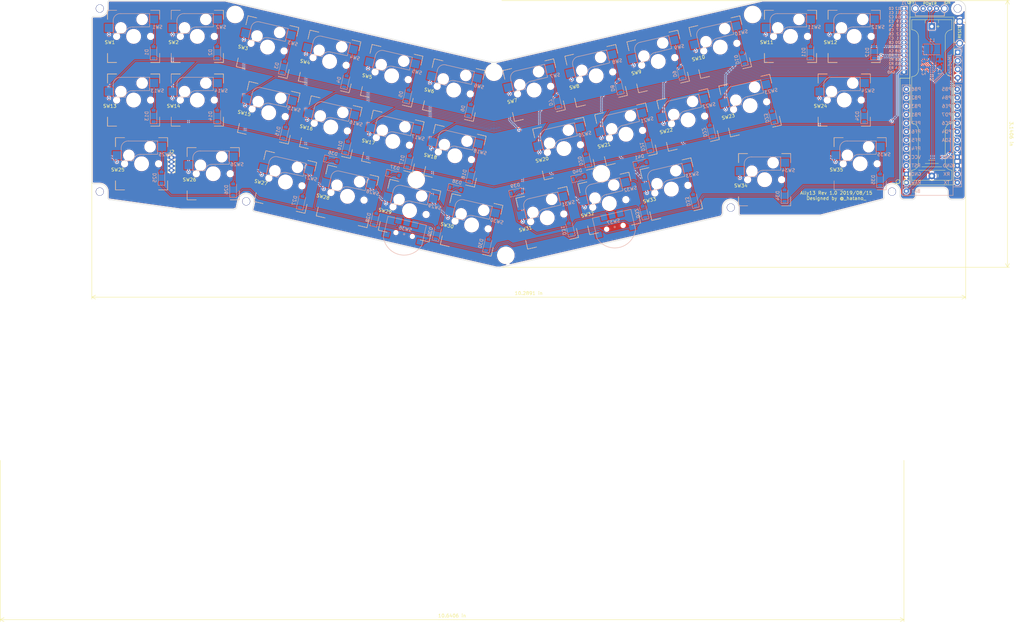
<source format=kicad_pcb>
(kicad_pcb (version 20171130) (host pcbnew "(5.1.2)-2")
  (layers (0 F.Cu signal) (31 B.Cu signal) (34 B.Paste user) (35 F.Paste user) (36 B.SilkS user) (37 F.SilkS user) (38 B.Mask user) (39 F.Mask user) (44 Edge.Cuts user))
  (net 0 "")
  (net 1 R1)
  (net 2 R2)
  (net 3 "Net-(D15-Pad2)")
  (net 4 "Net-(D16-Pad2)")
  (net 5 "Net-(D17-Pad2)")
  (net 6 "Net-(D18-Pad2)")
  (net 7 "Net-(D27-Pad2)")
  (net 8 "Net-(D28-Pad2)")
  (net 9 "Net-(D29-Pad2)")
  (net 10 "Net-(D30-Pad2)")
  (net 11 C1)
  (net 12 C2)
  (net 13 C3)
  (net 14 C4)
  (net 15 C5)
  (net 16 "Net-(D3-Pad2)")
  (net 17 "Net-(D4-Pad2)")
  (net 18 "Net-(D5-Pad2)")
  (net 19 "Net-(D6-Pad2)")
  (net 20 R0)
  (net 21 "Net-(D36-Pad1)")
  (net 22 "Net-(D37-Pad1)")
  (net 23 "Net-(D38-Pad1)")
  (net 24 R3)
  (net 25 "Net-(D7-Pad2)")
  (net 26 "Net-(D8-Pad2)")
  (net 27 "Net-(D9-Pad2)")
  (net 28 "Net-(D10-Pad2)")
  (net 29 "Net-(D20-Pad2)")
  (net 30 "Net-(D21-Pad2)")
  (net 31 "Net-(D22-Pad2)")
  (net 32 "Net-(D23-Pad2)")
  (net 33 C6)
  (net 34 C7)
  (net 35 C8)
  (net 36 C9)
  (net 37 C10)
  (net 38 "Net-(D32-Pad2)")
  (net 39 "Net-(D33-Pad2)")
  (net 40 "Net-(D39-Pad1)")
  (net 41 "Net-(D40-Pad1)")
  (net 42 "Net-(D41-Pad1)")
  (net 43 C0)
  (net 44 GND)
  (net 45 "Net-(D31-Pad2)")
  (net 46 "Net-(D11-Pad2)")
  (net 47 "Net-(D12-Pad2)")
  (net 48 "Net-(D13-Pad2)")
  (net 49 "Net-(D14-Pad2)")
  (net 50 "Net-(D24-Pad2)")
  (net 51 "Net-(D25-Pad2)")
  (net 52 "Net-(D26-Pad2)")
  (net 53 "Net-(D1-Pad2)")
  (net 54 "Net-(D2-Pad2)")
  (net 55 "Net-(D34-Pad2)")
  (net 56 "Net-(D35-Pad2)")
  (net 57 BAT)
  (net 58 RST)
  (net 59 "Net-(BT1-Pad1)")
  (net 60 "Net-(L1-Pad1)")
  (net 61 cell)
  (net 62 SCL)
  (net 63 SDA)
  (net 64 VCC)
  (module cscslib:D_SOD-123 (layer B.Cu) (at 253.603338 75.009439 90)
    (fp_text reference D35 (at 0 -2.032 90) (layer B.SilkS) (effects (justify mirror)))
    (fp_text value D)
    (pad 1 smd rect (at -1.7 0 90) (size 0.9 1.2) (layers B.Cu B.Paste B.Mask) (net 2 R2))
    (pad 2 smd rect (at 1.7 0 90) (size 0.9 1.2) (layers B.Cu B.Paste B.Mask) (net 56 "Net-(D35-Pad2)"))
  )
  (module cscslib:D_SOD-123 (layer B.Cu) (at 225.028312 79.771942 90)
    (fp_text reference D34 (at 0 -2.032 90) (layer B.SilkS) (effects (justify mirror)))
    (fp_text value D)
    (pad 1 smd rect (at -1.7 0 90) (size 0.9 1.2) (layers B.Cu B.Paste B.Mask) (net 2 R2))
    (pad 2 smd rect (at 1.7 0 90) (size 0.9 1.2) (layers B.Cu B.Paste B.Mask) (net 55 "Net-(D34-Pad2)"))
  )
  (module cscslib:D_SOD-123 (layer B.Cu) (at 248.840834 55.959421 90)
    (fp_text reference D24 (at 0 -2.032 90) (layer B.SilkS) (effects (justify mirror)))
    (fp_text value D)
    (pad 1 smd rect (at -1.7 0 90) (size 0.9 1.2) (layers B.Cu B.Paste B.Mask) (net 24 R3))
    (pad 2 smd rect (at 1.7 0 90) (size 0.9 1.2) (layers B.Cu B.Paste B.Mask) (net 50 "Net-(D24-Pad2)"))
  )
  (module cscslib:D_SOD-123 (layer B.Cu) (at 251.817399 36.909406 90)
    (fp_text reference D12 (at 0 -2.032 90) (layer B.SilkS) (effects (justify mirror)))
    (fp_text value D)
    (pad 1 smd rect (at -1.7 0 90) (size 0.9 1.2) (layers B.Cu B.Paste B.Mask) (net 24 R3))
    (pad 2 smd rect (at 1.7 0 90) (size 0.9 1.2) (layers B.Cu B.Paste B.Mask) (net 47 "Net-(D12-Pad2)"))
  )
  (module cscslib:D_SOD-123 (layer B.Cu) (at 232.767383 36.909406 90)
    (fp_text reference D11 (at 0 -2.032 90) (layer B.SilkS) (effects (justify mirror)))
    (fp_text value D)
    (pad 1 smd rect (at -1.7 0 90) (size 0.9 1.2) (layers B.Cu B.Paste B.Mask) (net 20 R0))
    (pad 2 smd rect (at 1.7 0 90) (size 0.9 1.2) (layers B.Cu B.Paste B.Mask) (net 46 "Net-(D11-Pad2)"))
  )
  (module cscslib:D_SOD-123 (layer B.Cu) (at 160.933555 89.710958 103)
    (fp_text reference D31 (at 0 -2.032 103) (layer B.SilkS) (effects (justify mirror)))
    (fp_text value D)
    (pad 1 smd rect (at -1.7 0 103) (size 0.9 1.2) (layers B.Cu B.Paste B.Mask) (net 2 R2))
    (pad 2 smd rect (at 1.7 0 103) (size 0.9 1.2) (layers B.Cu B.Paste B.Mask) (net 45 "Net-(D31-Pad2)"))
  )
  (module cscslib:D_SOD-123 (layer B.Cu) (at 126.626252 77.664321 347)
    (fp_text reference D38 (at 0 -2.032 167) (layer B.SilkS) (effects (justify mirror)))
    (fp_text value D)
    (pad 1 smd rect (at -1.7 0 347) (size 0.9 1.2) (layers B.Cu B.Paste B.Mask) (net 23 "Net-(D38-Pad1)"))
    (pad 2 smd rect (at 1.7 0 347) (size 0.9 1.2) (layers B.Cu B.Paste B.Mask) (net 15 C5))
  )
  (module cscslib:D_SOD-123 (layer B.Cu) (at 108.064519 73.379007 347)
    (fp_text reference D37 (at 0 -2.032 167) (layer B.SilkS) (effects (justify mirror)))
    (fp_text value D)
    (pad 1 smd rect (at -1.7 0 347) (size 0.9 1.2) (layers B.Cu B.Paste B.Mask) (net 22 "Net-(D37-Pad1)"))
    (pad 2 smd rect (at 1.7 0 347) (size 0.9 1.2) (layers B.Cu B.Paste B.Mask) (net 14 C4))
  )
  (module cscslib:D_SOD-123 (layer B.Cu) (at 89.502785 69.093693 347)
    (fp_text reference D36 (at 0 -2.032 167) (layer B.SilkS) (effects (justify mirror)))
    (fp_text value D)
    (pad 1 smd rect (at -1.7 0 347) (size 0.9 1.2) (layers B.Cu B.Paste B.Mask) (net 21 "Net-(D36-Pad1)"))
    (pad 2 smd rect (at 1.7 0 347) (size 0.9 1.2) (layers B.Cu B.Paste B.Mask) (net 13 C3))
  )
  (module cscslib:D_SOD-123 (layer B.Cu) (at 136.17346 94.531775 77)
    (fp_text reference D30 (at 0 -2.032 77) (layer B.SilkS) (effects (justify mirror)))
    (fp_text value D)
    (pad 1 smd rect (at -1.7 0 77) (size 0.9 1.2) (layers B.Cu B.Paste B.Mask) (net 2 R2))
    (pad 2 smd rect (at 1.7 0 77) (size 0.9 1.2) (layers B.Cu B.Paste B.Mask) (net 10 "Net-(D30-Pad2)"))
  )
  (module cscslib:D_SOD-123 (layer B.Cu) (at 121.092353 91.050027 77)
    (fp_text reference D29 (at 0 -2.032 77) (layer B.SilkS) (effects (justify mirror)))
    (fp_text value D)
    (pad 1 smd rect (at -1.7 0 77) (size 0.9 1.2) (layers B.Cu B.Paste B.Mask) (net 2 R2))
    (pad 2 smd rect (at 1.7 0 77) (size 0.9 1.2) (layers B.Cu B.Paste B.Mask) (net 9 "Net-(D29-Pad2)"))
  )
  (module cscslib:D_SOD-123 (layer B.Cu) (at 102.530588 86.764706 77)
    (fp_text reference D28 (at 0 -2.032 77) (layer B.SilkS) (effects (justify mirror)))
    (fp_text value D)
    (pad 1 smd rect (at -1.7 0 77) (size 0.9 1.2) (layers B.Cu B.Paste B.Mask) (net 2 R2))
    (pad 2 smd rect (at 1.7 0 77) (size 0.9 1.2) (layers B.Cu B.Paste B.Mask) (net 8 "Net-(D28-Pad2)"))
  )
  (module cscslib:D_SOD-123 (layer B.Cu) (at 80.488257 81.675833 77)
    (fp_text reference D27 (at 0 -2.032 77) (layer B.SilkS) (effects (justify mirror)))
    (fp_text value D)
    (pad 1 smd rect (at -1.7 0 77) (size 0.9 1.2) (layers B.Cu B.Paste B.Mask) (net 2 R2))
    (pad 2 smd rect (at 1.7 0 77) (size 0.9 1.2) (layers B.Cu B.Paste B.Mask) (net 7 "Net-(D27-Pad2)"))
  )
  (module cscslib:D_SOD-123 (layer B.Cu) (at 131.177907 73.827384 77)
    (fp_text reference D18 (at 0 -2.032 77) (layer B.SilkS) (effects (justify mirror)))
    (fp_text value D)
    (pad 1 smd rect (at -1.7 0 77) (size 0.9 1.2) (layers B.Cu B.Paste B.Mask) (net 1 R1))
    (pad 2 smd rect (at 1.7 0 77) (size 0.9 1.2) (layers B.Cu B.Paste B.Mask) (net 6 "Net-(D18-Pad2)"))
  )
  (module cscslib:D_SOD-123 (layer B.Cu) (at 112.616397 69.542376 77)
    (fp_text reference D17 (at 0 -2.032 77) (layer B.SilkS) (effects (justify mirror)))
    (fp_text value D)
    (pad 1 smd rect (at -1.7 0 77) (size 0.9 1.2) (layers B.Cu B.Paste B.Mask) (net 1 R1))
    (pad 2 smd rect (at 1.7 0 77) (size 0.9 1.2) (layers B.Cu B.Paste B.Mask) (net 5 "Net-(D17-Pad2)"))
  )
  (module cscslib:D_SOD-123 (layer B.Cu) (at 94.054632 65.257055 77)
    (fp_text reference D16 (at 0 -2.032 77) (layer B.SilkS) (effects (justify mirror)))
    (fp_text value D)
    (pad 1 smd rect (at -1.7 0 77) (size 0.9 1.2) (layers B.Cu B.Paste B.Mask) (net 1 R1))
    (pad 2 smd rect (at 1.7 0 77) (size 0.9 1.2) (layers B.Cu B.Paste B.Mask) (net 4 "Net-(D16-Pad2)"))
  )
  (module cscslib:D_SOD-123 (layer B.Cu) (at 75.492867 60.971734 77)
    (fp_text reference D15 (at 0 -2.032 77) (layer B.SilkS) (effects (justify mirror)))
    (fp_text value D)
    (pad 1 smd rect (at -1.7 0 77) (size 0.9 1.2) (layers B.Cu B.Paste B.Mask) (net 1 R1))
    (pad 2 smd rect (at 1.7 0 77) (size 0.9 1.2) (layers B.Cu B.Paste B.Mask) (net 3 "Net-(D15-Pad2)"))
  )
  (module cscslib:D_SOD-123 (layer B.Cu) (at 130.823044 54.194602 77)
    (fp_text reference D6 (at 0 -2.032 77) (layer B.SilkS) (effects (justify mirror)))
    (fp_text value D)
    (pad 1 smd rect (at -1.7 0 77) (size 0.9 1.2) (layers B.Cu B.Paste B.Mask) (net 20 R0))
    (pad 2 smd rect (at 1.7 0 77) (size 0.9 1.2) (layers B.Cu B.Paste B.Mask) (net 19 "Net-(D6-Pad2)"))
  )
  (module cscslib:D_SOD-123 (layer B.Cu) (at 112.261277 49.90928 77)
    (fp_text reference D5 (at 0 -2.032 77) (layer B.SilkS) (effects (justify mirror)))
    (fp_text value D)
    (pad 1 smd rect (at -1.7 0 77) (size 0.9 1.2) (layers B.Cu B.Paste B.Mask) (net 20 R0))
    (pad 2 smd rect (at 1.7 0 77) (size 0.9 1.2) (layers B.Cu B.Paste B.Mask) (net 18 "Net-(D5-Pad2)"))
  )
  (module cscslib:D_SOD-123 (layer B.Cu) (at 93.699512 45.623959 77)
    (fp_text reference D4 (at 0 -2.032 77) (layer B.SilkS) (effects (justify mirror)))
    (fp_text value D)
    (pad 1 smd rect (at -1.7 0 77) (size 0.9 1.2) (layers B.Cu B.Paste B.Mask) (net 20 R0))
    (pad 2 smd rect (at 1.7 0 77) (size 0.9 1.2) (layers B.Cu B.Paste B.Mask) (net 17 "Net-(D4-Pad2)"))
  )
  (module cscslib:D_SOD-123 (layer B.Cu) (at 75.137747 41.338638 77)
    (fp_text reference D3 (at 0 -2.032 77) (layer B.SilkS) (effects (justify mirror)))
    (fp_text value D)
    (pad 1 smd rect (at -1.7 0 77) (size 0.9 1.2) (layers B.Cu B.Paste B.Mask) (net 20 R0))
    (pad 2 smd rect (at 1.7 0 77) (size 0.9 1.2) (layers B.Cu B.Paste B.Mask) (net 16 "Net-(D3-Pad2)"))
  )
  (module cscslib:D_SOD-123 (layer B.Cu) (at 144.958121 78.735747 13)
    (fp_text reference D39 (at 0 -2.032 13) (layer B.SilkS) (effects (justify mirror)))
    (fp_text value D)
    (pad 1 smd rect (at -1.7 0 13) (size 0.9 1.2) (layers B.Cu B.Paste B.Mask) (net 40 "Net-(D39-Pad1)"))
    (pad 2 smd rect (at 1.7 0 13) (size 0.9 1.2) (layers B.Cu B.Paste B.Mask) (net 33 C6))
  )
  (module cscslib:D_SOD-123 (layer B.Cu) (at 182.081589 70.165119 13)
    (fp_text reference D41 (at 0 -2.032 13) (layer B.SilkS) (effects (justify mirror)))
    (fp_text value D)
    (pad 1 smd rect (at -1.7 0 13) (size 0.9 1.2) (layers B.Cu B.Paste B.Mask) (net 42 "Net-(D41-Pad1)"))
    (pad 2 smd rect (at 1.7 0 13) (size 0.9 1.2) (layers B.Cu B.Paste B.Mask) (net 35 C8))
  )
  (module cscslib:D_SOD-123 (layer B.Cu) (at 163.519855 74.450433 13)
    (fp_text reference D40 (at 0 -2.032 13) (layer B.SilkS) (effects (justify mirror)))
    (fp_text value D)
    (pad 1 smd rect (at -1.7 0 13) (size 0.9 1.2) (layers B.Cu B.Paste B.Mask) (net 41 "Net-(D40-Pad1)"))
    (pad 2 smd rect (at 1.7 0 13) (size 0.9 1.2) (layers B.Cu B.Paste B.Mask) (net 34 C7))
  )
  (module cscslib:D_SOD-123 (layer B.Cu) (at 198.056767 81.140265 103)
    (fp_text reference D33 (at 0 -2.032 103) (layer B.SilkS) (effects (justify mirror)))
    (fp_text value D)
    (pad 1 smd rect (at -1.7 0 103) (size 0.9 1.2) (layers B.Cu B.Paste B.Mask) (net 2 R2))
    (pad 2 smd rect (at 1.7 0 103) (size 0.9 1.2) (layers B.Cu B.Paste B.Mask) (net 39 "Net-(D33-Pad2)"))
  )
  (module cscslib:D_SOD-123 (layer B.Cu) (at 182.975358 84.622084 103)
    (fp_text reference D32 (at 0 -2.032 103) (layer B.SilkS) (effects (justify mirror)))
    (fp_text value D)
    (pad 1 smd rect (at -1.7 0 103) (size 0.9 1.2) (layers B.Cu B.Paste B.Mask) (net 2 R2))
    (pad 2 smd rect (at 1.7 0 103) (size 0.9 1.2) (layers B.Cu B.Paste B.Mask) (net 38 "Net-(D32-Pad2)"))
  )
  (module cscslib:D_SOD-123 (layer B.Cu) (at 221.614608 56.150688 103)
    (fp_text reference D23 (at 0 -2.032 103) (layer B.SilkS) (effects (justify mirror)))
    (fp_text value D)
    (pad 1 smd rect (at -1.7 0 103) (size 0.9 1.2) (layers B.Cu B.Paste B.Mask) (net 1 R1))
    (pad 2 smd rect (at 1.7 0 103) (size 0.9 1.2) (layers B.Cu B.Paste B.Mask) (net 32 "Net-(D23-Pad2)"))
  )
  (module cscslib:D_SOD-123 (layer B.Cu) (at 203.052812 60.436016 103)
    (fp_text reference D22 (at 0 -2.032 103) (layer B.SilkS) (effects (justify mirror)))
    (fp_text value D)
    (pad 1 smd rect (at -1.7 0 103) (size 0.9 1.2) (layers B.Cu B.Paste B.Mask) (net 1 R1))
    (pad 2 smd rect (at 1.7 0 103) (size 0.9 1.2) (layers B.Cu B.Paste B.Mask) (net 31 "Net-(D22-Pad2)"))
  )
  (module cscslib:D_SOD-123 (layer B.Cu) (at 184.491047 64.721338 103)
    (fp_text reference D21 (at 0 -2.032 103) (layer B.SilkS) (effects (justify mirror)))
    (fp_text value D)
    (pad 1 smd rect (at -1.7 0 103) (size 0.9 1.2) (layers B.Cu B.Paste B.Mask) (net 1 R1))
    (pad 2 smd rect (at 1.7 0 103) (size 0.9 1.2) (layers B.Cu B.Paste B.Mask) (net 30 "Net-(D21-Pad2)"))
  )
  (module cscslib:D_SOD-123 (layer B.Cu) (at 165.929281 69.006659 103)
    (fp_text reference D20 (at 0 -2.032 103) (layer B.SilkS) (effects (justify mirror)))
    (fp_text value D)
    (pad 1 smd rect (at -1.7 0 103) (size 0.9 1.2) (layers B.Cu B.Paste B.Mask) (net 1 R1))
    (pad 2 smd rect (at 1.7 0 103) (size 0.9 1.2) (layers B.Cu B.Paste B.Mask) (net 29 "Net-(D20-Pad2)"))
  )
  (module cscslib:D_SOD-123 (layer B.Cu) (at 212.688784 38.660267 103)
    (fp_text reference D10 (at 0 -2.032 103) (layer B.SilkS) (effects (justify mirror)))
    (fp_text value D)
    (pad 1 smd rect (at -1.7 0 103) (size 0.9 1.2) (layers B.Cu B.Paste B.Mask) (net 20 R0))
    (pad 2 smd rect (at 1.7 0 103) (size 0.9 1.2) (layers B.Cu B.Paste B.Mask) (net 28 "Net-(D10-Pad2)"))
  )
  (module cscslib:D_SOD-123 (layer B.Cu) (at 194.127018 42.945589 103)
    (fp_text reference D9 (at 0 -2.032 103) (layer B.SilkS) (effects (justify mirror)))
    (fp_text value D)
    (pad 1 smd rect (at -1.7 0 103) (size 0.9 1.2) (layers B.Cu B.Paste B.Mask) (net 20 R0))
    (pad 2 smd rect (at 1.7 0 103) (size 0.9 1.2) (layers B.Cu B.Paste B.Mask) (net 27 "Net-(D9-Pad2)"))
  )
  (module cscslib:D_SOD-123 (layer B.Cu) (at 175.565253 47.23091 103)
    (fp_text reference D8 (at 0 -2.032 103) (layer B.SilkS) (effects (justify mirror)))
    (fp_text value D)
    (pad 1 smd rect (at -1.7 0 103) (size 0.9 1.2) (layers B.Cu B.Paste B.Mask) (net 20 R0))
    (pad 2 smd rect (at 1.7 0 103) (size 0.9 1.2) (layers B.Cu B.Paste B.Mask) (net 26 "Net-(D8-Pad2)"))
  )
  (module cscslib:D_SOD-123 (layer B.Cu) (at 157.003488 51.516231 103)
    (fp_text reference D7 (at 0 -2.032 103) (layer B.SilkS) (effects (justify mirror)))
    (fp_text value D)
    (pad 1 smd rect (at -1.7 0 103) (size 0.9 1.2) (layers B.Cu B.Paste B.Mask) (net 20 R0))
    (pad 2 smd rect (at 1.7 0 103) (size 0.9 1.2) (layers B.Cu B.Paste B.Mask) (net 25 "Net-(D7-Pad2)"))
  )
  (module cscslib:D_SOD-123 (layer B.Cu) (at 60.126613 77.986003 90)
    (fp_text reference D26 (at 0 -2.032 90) (layer B.SilkS) (effects (justify mirror)))
    (fp_text value D)
    (pad 1 smd rect (at -1.7 0 90) (size 0.9 1.2) (layers B.Cu B.Paste B.Mask) (net 2 R2))
    (pad 2 smd rect (at 1.7 0 90) (size 0.9 1.2) (layers B.Cu B.Paste B.Mask) (net 52 "Net-(D26-Pad2)"))
  )
  (module cscslib:D_SOD-123 (layer B.Cu) (at 38.695345 74.414125 90)
    (fp_text reference D25 (at 0 -2.032 90) (layer B.SilkS) (effects (justify mirror)))
    (fp_text value D)
    (pad 1 smd rect (at -1.7 0 90) (size 0.9 1.2) (layers B.Cu B.Paste B.Mask) (net 2 R2))
    (pad 2 smd rect (at 1.7 0 90) (size 0.9 1.2) (layers B.Cu B.Paste B.Mask) (net 51 "Net-(D25-Pad2)"))
  )
  (module cscslib:D_SOD-123 (layer B.Cu) (at 55.364109 55.959422 90)
    (fp_text reference D14 (at 0 -2.032 90) (layer B.SilkS) (effects (justify mirror)))
    (fp_text value D)
    (pad 1 smd rect (at -1.7 0 90) (size 0.9 1.2) (layers B.Cu B.Paste B.Mask) (net 1 R1))
    (pad 2 smd rect (at 1.7 0 90) (size 0.9 1.2) (layers B.Cu B.Paste B.Mask) (net 49 "Net-(D14-Pad2)"))
  )
  (module cscslib:D_SOD-123 (layer B.Cu) (at 36.314093 55.959422 90)
    (fp_text reference D13 (at 0 -2.032 90) (layer B.SilkS) (effects (justify mirror)))
    (fp_text value D)
    (pad 1 smd rect (at -1.7 0 90) (size 0.9 1.2) (layers B.Cu B.Paste B.Mask) (net 1 R1))
    (pad 2 smd rect (at 1.7 0 90) (size 0.9 1.2) (layers B.Cu B.Paste B.Mask) (net 48 "Net-(D13-Pad2)"))
  )
  (module cscslib:D_SOD-123 (layer B.Cu) (at 55.364109 36.909406 90)
    (fp_text reference D2 (at 0 -2.032 90) (layer B.SilkS) (effects (justify mirror)))
    (fp_text value D)
    (pad 1 smd rect (at -1.7 0 90) (size 0.9 1.2) (layers B.Cu B.Paste B.Mask) (net 20 R0))
    (pad 2 smd rect (at 1.7 0 90) (size 0.9 1.2) (layers B.Cu B.Paste B.Mask) (net 54 "Net-(D2-Pad2)"))
  )
  (module cscslib:D_SOD-123 (layer B.Cu) (at 36.314093 36.909406 90)
    (fp_text reference D1 (at 0 -2.032 90) (layer B.SilkS) (effects (justify mirror)))
    (fp_text value D)
    (pad 1 smd rect (at -1.7 0 90) (size 0.9 1.2) (layers B.Cu B.Paste B.Mask) (net 20 R0))
    (pad 2 smd rect (at 1.7 0 90) (size 0.9 1.2) (layers B.Cu B.Paste B.Mask) (net 53 "Net-(D1-Pad2)"))
  )
  (module cscslib:CPG1511_1u (layer F.Cu) (at 245.864269 32.146902)
    (fp_text reference SW12 (at -7.112 1.778 180) (layer F.SilkS))
    (fp_text value SW_Push hide)
    (fp_text user %R (at 7.112 -2.794) (layer B.SilkS) (effects (justify mirror)))
    (pad "" np_thru_hole circle (at -3.81 -2.54) (size 3 3) (drill 3) (layers *.Cu *.Mask))
    (pad "" np_thru_hole circle (at -5.08 0) (size 1.7018 1.7018) (drill 1.7018) (layers *.Cu *.Mask))
    (pad "" np_thru_hole circle (at 5.08 0) (size 1.7018 1.7018) (drill 1.7018) (layers *.Cu *.Mask))
    (pad "" np_thru_hole circle (at 2.54 -5.08) (size 3 3) (drill 3) (layers *.Cu *.Mask))
    (pad "" np_thru_hole circle (at 0 0) (size 3.9878 3.9878) (drill 3.9878) (layers *.Cu *.Mask))
    (pad 1 smd rect (at -7.385 -2.54) (size 2.55 2.5) (layers B.Cu B.Paste B.Mask) (net 36 C9))
    (pad 2 smd rect (at 6.115 -5.08 180) (size 2.55 2.5) (layers B.Cu B.Paste B.Mask) (net 47 "Net-(D12-Pad2)"))
  )
  (module cscslib:CPG1511_1u (layer F.Cu) (at 154.061673 86.409681 13)
    (fp_text reference SW31 (at -7.112 1.778 193) (layer F.SilkS))
    (fp_text value SW_Push hide)
    (fp_text user %R (at 7.112 -2.794 13) (layer B.SilkS) (effects (justify mirror)))
    (pad "" np_thru_hole circle (at -3.81 -2.54 13) (size 3 3) (drill 3) (layers *.Cu *.Mask))
    (pad "" np_thru_hole circle (at -5.08 0 13) (size 1.7018 1.7018) (drill 1.7018) (layers *.Cu *.Mask))
    (pad "" np_thru_hole circle (at 5.08 0 13) (size 1.7018 1.7018) (drill 1.7018) (layers *.Cu *.Mask))
    (pad "" np_thru_hole circle (at 2.54 -5.08 13) (size 3 3) (drill 3) (layers *.Cu *.Mask))
    (pad "" np_thru_hole circle (at 0 0 13) (size 3.9878 3.9878) (drill 3.9878) (layers *.Cu *.Mask))
    (pad 1 smd rect (at -7.385 -2.54 13) (size 2.55 2.5) (layers B.Cu B.Paste B.Mask) (net 33 C6))
    (pad 2 smd rect (at 6.115 -5.08 193) (size 2.55 2.5) (layers B.Cu B.Paste B.Mask) (net 45 "Net-(D31-Pad2)"))
  )
  (module cscslib:CPG1511_1u (layer F.Cu) (at 131.444246 88.552181 347)
    (fp_text reference SW30 (at -7.112 1.778 347) (layer F.SilkS))
    (fp_text value SW_Push hide)
    (fp_text user %R (at 7.112 -2.794 167) (layer B.SilkS) (effects (justify mirror)))
    (pad "" np_thru_hole circle (at -3.81 -2.54 347) (size 3 3) (drill 3) (layers *.Cu *.Mask))
    (pad "" np_thru_hole circle (at -5.08 0 347) (size 1.7018 1.7018) (drill 1.7018) (layers *.Cu *.Mask))
    (pad "" np_thru_hole circle (at 5.08 0 347) (size 1.7018 1.7018) (drill 1.7018) (layers *.Cu *.Mask))
    (pad "" np_thru_hole circle (at 2.54 -5.08 347) (size 3 3) (drill 3) (layers *.Cu *.Mask))
    (pad "" np_thru_hole circle (at 0 0 347) (size 3.9878 3.9878) (drill 3.9878) (layers *.Cu *.Mask))
    (pad 1 smd rect (at -7.385 -2.54 347) (size 2.55 2.5) (layers B.Cu B.Paste B.Mask) (net 15 C5))
    (pad 2 smd rect (at 6.115 -5.08 167) (size 2.55 2.5) (layers B.Cu B.Paste B.Mask) (net 10 "Net-(D30-Pad2)"))
  )
  (module cscslib:CPG1511_1u (layer F.Cu) (at 112.882737 84.267198 347)
    (fp_text reference SW29 (at -7.112 1.778 347) (layer F.SilkS))
    (fp_text value SW_Push hide)
    (fp_text user %R (at 7.112 -2.794 167) (layer B.SilkS) (effects (justify mirror)))
    (pad "" np_thru_hole circle (at -3.81 -2.54 347) (size 3 3) (drill 3) (layers *.Cu *.Mask))
    (pad "" np_thru_hole circle (at -5.08 0 347) (size 1.7018 1.7018) (drill 1.7018) (layers *.Cu *.Mask))
    (pad "" np_thru_hole circle (at 5.08 0 347) (size 1.7018 1.7018) (drill 1.7018) (layers *.Cu *.Mask))
    (pad "" np_thru_hole circle (at 2.54 -5.08 347) (size 3 3) (drill 3) (layers *.Cu *.Mask))
    (pad "" np_thru_hole circle (at 0 0 347) (size 3.9878 3.9878) (drill 3.9878) (layers *.Cu *.Mask))
    (pad 1 smd rect (at -7.385 -2.54 347) (size 2.55 2.5) (layers B.Cu B.Paste B.Mask) (net 14 C4))
    (pad 2 smd rect (at 6.115 -5.08 167) (size 2.55 2.5) (layers B.Cu B.Paste B.Mask) (net 9 "Net-(D29-Pad2)"))
  )
  (module cscslib:CPG1511_1u (layer F.Cu) (at 94.320972 79.981877 347)
    (fp_text reference SW28 (at -7.112 1.778 347) (layer F.SilkS))
    (fp_text value SW_Push hide)
    (fp_text user %R (at 7.112 -2.794 167) (layer B.SilkS) (effects (justify mirror)))
    (pad "" np_thru_hole circle (at -3.81 -2.54 347) (size 3 3) (drill 3) (layers *.Cu *.Mask))
    (pad "" np_thru_hole circle (at -5.08 0 347) (size 1.7018 1.7018) (drill 1.7018) (layers *.Cu *.Mask))
    (pad "" np_thru_hole circle (at 5.08 0 347) (size 1.7018 1.7018) (drill 1.7018) (layers *.Cu *.Mask))
    (pad "" np_thru_hole circle (at 2.54 -5.08 347) (size 3 3) (drill 3) (layers *.Cu *.Mask))
    (pad "" np_thru_hole circle (at 0 0 347) (size 3.9878 3.9878) (drill 3.9878) (layers *.Cu *.Mask))
    (pad 1 smd rect (at -7.385 -2.54 347) (size 2.55 2.5) (layers B.Cu B.Paste B.Mask) (net 13 C3))
    (pad 2 smd rect (at 6.115 -5.08 167) (size 2.55 2.5) (layers B.Cu B.Paste B.Mask) (net 8 "Net-(D28-Pad2)"))
  )
  (module cscslib:CPG1511_1u (layer F.Cu) (at 75.759207 75.696555 347)
    (fp_text reference SW27 (at -7.112 1.778 347) (layer F.SilkS))
    (fp_text value SW_Push hide)
    (fp_text user %R (at 7.112 -2.794 167) (layer B.SilkS) (effects (justify mirror)))
    (pad "" np_thru_hole circle (at -3.81 -2.54 347) (size 3 3) (drill 3) (layers *.Cu *.Mask))
    (pad "" np_thru_hole circle (at -5.08 0 347) (size 1.7018 1.7018) (drill 1.7018) (layers *.Cu *.Mask))
    (pad "" np_thru_hole circle (at 5.08 0 347) (size 1.7018 1.7018) (drill 1.7018) (layers *.Cu *.Mask))
    (pad "" np_thru_hole circle (at 2.54 -5.08 347) (size 3 3) (drill 3) (layers *.Cu *.Mask))
    (pad "" np_thru_hole circle (at 0 0 347) (size 3.9878 3.9878) (drill 3.9878) (layers *.Cu *.Mask))
    (pad 1 smd rect (at -7.385 -2.54 347) (size 2.55 2.5) (layers B.Cu B.Paste B.Mask) (net 12 C2))
    (pad 2 smd rect (at 6.115 -5.08 167) (size 2.55 2.5) (layers B.Cu B.Paste B.Mask) (net 7 "Net-(D27-Pad2)"))
  )
  (module cscslib:CPG1511_1u (layer F.Cu) (at 126.448693 67.84779 347)
    (fp_text reference SW18 (at -7.112 1.778 347) (layer F.SilkS))
    (fp_text value SW_Push hide)
    (fp_text user %R (at 7.112 -2.794 167) (layer B.SilkS) (effects (justify mirror)))
    (pad "" np_thru_hole circle (at -3.81 -2.54 347) (size 3 3) (drill 3) (layers *.Cu *.Mask))
    (pad "" np_thru_hole circle (at -5.08 0 347) (size 1.7018 1.7018) (drill 1.7018) (layers *.Cu *.Mask))
    (pad "" np_thru_hole circle (at 5.08 0 347) (size 1.7018 1.7018) (drill 1.7018) (layers *.Cu *.Mask))
    (pad "" np_thru_hole circle (at 2.54 -5.08 347) (size 3 3) (drill 3) (layers *.Cu *.Mask))
    (pad "" np_thru_hole circle (at 0 0 347) (size 3.9878 3.9878) (drill 3.9878) (layers *.Cu *.Mask))
    (pad 1 smd rect (at -7.385 -2.54 347) (size 2.55 2.5) (layers B.Cu B.Paste B.Mask) (net 15 C5))
    (pad 2 smd rect (at 6.115 -5.08 167) (size 2.55 2.5) (layers B.Cu B.Paste B.Mask) (net 6 "Net-(D18-Pad2)"))
  )
  (module cscslib:CPG1511_1u (layer F.Cu) (at 107.887176 63.562772 347)
    (fp_text reference SW17 (at -7.112 1.778 347) (layer F.SilkS))
    (fp_text value SW_Push hide)
    (fp_text user %R (at 7.112 -2.794 167) (layer B.SilkS) (effects (justify mirror)))
    (pad "" np_thru_hole circle (at -3.81 -2.54 347) (size 3 3) (drill 3) (layers *.Cu *.Mask))
    (pad "" np_thru_hole circle (at -5.08 0 347) (size 1.7018 1.7018) (drill 1.7018) (layers *.Cu *.Mask))
    (pad "" np_thru_hole circle (at 5.08 0 347) (size 1.7018 1.7018) (drill 1.7018) (layers *.Cu *.Mask))
    (pad "" np_thru_hole circle (at 2.54 -5.08 347) (size 3 3) (drill 3) (layers *.Cu *.Mask))
    (pad "" np_thru_hole circle (at 0 0 347) (size 3.9878 3.9878) (drill 3.9878) (layers *.Cu *.Mask))
    (pad 1 smd rect (at -7.385 -2.54 347) (size 2.55 2.5) (layers B.Cu B.Paste B.Mask) (net 14 C4))
    (pad 2 smd rect (at 6.115 -5.08 167) (size 2.55 2.5) (layers B.Cu B.Paste B.Mask) (net 5 "Net-(D17-Pad2)"))
  )
  (module cscslib:CPG1511_1u (layer F.Cu) (at 89.325411 59.277451 347)
    (fp_text reference SW16 (at -7.112 1.778 347) (layer F.SilkS))
    (fp_text value SW_Push hide)
    (fp_text user %R (at 7.112 -2.794 167) (layer B.SilkS) (effects (justify mirror)))
    (pad "" np_thru_hole circle (at -3.81 -2.54 347) (size 3 3) (drill 3) (layers *.Cu *.Mask))
    (pad "" np_thru_hole circle (at -5.08 0 347) (size 1.7018 1.7018) (drill 1.7018) (layers *.Cu *.Mask))
    (pad "" np_thru_hole circle (at 5.08 0 347) (size 1.7018 1.7018) (drill 1.7018) (layers *.Cu *.Mask))
    (pad "" np_thru_hole circle (at 2.54 -5.08 347) (size 3 3) (drill 3) (layers *.Cu *.Mask))
    (pad "" np_thru_hole circle (at 0 0 347) (size 3.9878 3.9878) (drill 3.9878) (layers *.Cu *.Mask))
    (pad 1 smd rect (at -7.385 -2.54 347) (size 2.55 2.5) (layers B.Cu B.Paste B.Mask) (net 13 C3))
    (pad 2 smd rect (at 6.115 -5.08 167) (size 2.55 2.5) (layers B.Cu B.Paste B.Mask) (net 4 "Net-(D16-Pad2)"))
  )
  (module cscslib:CPG1511_1u (layer F.Cu) (at 70.763645 54.99213 347)
    (fp_text reference SW15 (at -7.112 1.778 347) (layer F.SilkS))
    (fp_text value SW_Push hide)
    (fp_text user %R (at 7.112 -2.794 167) (layer B.SilkS) (effects (justify mirror)))
    (pad "" np_thru_hole circle (at -3.81 -2.54 347) (size 3 3) (drill 3) (layers *.Cu *.Mask))
    (pad "" np_thru_hole circle (at -5.08 0 347) (size 1.7018 1.7018) (drill 1.7018) (layers *.Cu *.Mask))
    (pad "" np_thru_hole circle (at 5.08 0 347) (size 1.7018 1.7018) (drill 1.7018) (layers *.Cu *.Mask))
    (pad "" np_thru_hole circle (at 2.54 -5.08 347) (size 3 3) (drill 3) (layers *.Cu *.Mask))
    (pad "" np_thru_hole circle (at 0 0 347) (size 3.9878 3.9878) (drill 3.9878) (layers *.Cu *.Mask))
    (pad 1 smd rect (at -7.385 -2.54 347) (size 2.55 2.5) (layers B.Cu B.Paste B.Mask) (net 12 C2))
    (pad 2 smd rect (at 6.115 -5.08 167) (size 2.55 2.5) (layers B.Cu B.Paste B.Mask) (net 3 "Net-(D15-Pad2)"))
  )
  (module cscslib:CPG1511_1u (layer F.Cu) (at 126.093821 48.214997 347)
    (fp_text reference SW6 (at -7.112 1.778 347) (layer F.SilkS))
    (fp_text value SW_Push hide)
    (fp_text user %R (at 7.112 -2.794 167) (layer B.SilkS) (effects (justify mirror)))
    (pad "" np_thru_hole circle (at -3.81 -2.54 347) (size 3 3) (drill 3) (layers *.Cu *.Mask))
    (pad "" np_thru_hole circle (at -5.08 0 347) (size 1.7018 1.7018) (drill 1.7018) (layers *.Cu *.Mask))
    (pad "" np_thru_hole circle (at 5.08 0 347) (size 1.7018 1.7018) (drill 1.7018) (layers *.Cu *.Mask))
    (pad "" np_thru_hole circle (at 2.54 -5.08 347) (size 3 3) (drill 3) (layers *.Cu *.Mask))
    (pad "" np_thru_hole circle (at 0 0 347) (size 3.9878 3.9878) (drill 3.9878) (layers *.Cu *.Mask))
    (pad 1 smd rect (at -7.385 -2.54 347) (size 2.55 2.5) (layers B.Cu B.Paste B.Mask) (net 15 C5))
    (pad 2 smd rect (at 6.115 -5.08 167) (size 2.55 2.5) (layers B.Cu B.Paste B.Mask) (net 19 "Net-(D6-Pad2)"))
  )
  (module cscslib:CPG1511_1u (layer F.Cu) (at 107.532055 43.929676 347)
    (fp_text reference SW5 (at -7.112 1.778 347) (layer F.SilkS))
    (fp_text value SW_Push hide)
    (fp_text user %R (at 7.112 -2.794 167) (layer B.SilkS) (effects (justify mirror)))
    (pad "" np_thru_hole circle (at -3.81 -2.54 347) (size 3 3) (drill 3) (layers *.Cu *.Mask))
    (pad "" np_thru_hole circle (at -5.08 0 347) (size 1.7018 1.7018) (drill 1.7018) (layers *.Cu *.Mask))
    (pad "" np_thru_hole circle (at 5.08 0 347) (size 1.7018 1.7018) (drill 1.7018) (layers *.Cu *.Mask))
    (pad "" np_thru_hole circle (at 2.54 -5.08 347) (size 3 3) (drill 3) (layers *.Cu *.Mask))
    (pad "" np_thru_hole circle (at 0 0 347) (size 3.9878 3.9878) (drill 3.9878) (layers *.Cu *.Mask))
    (pad 1 smd rect (at -7.385 -2.54 347) (size 2.55 2.5) (layers B.Cu B.Paste B.Mask) (net 14 C4))
    (pad 2 smd rect (at 6.115 -5.08 167) (size 2.55 2.5) (layers B.Cu B.Paste B.Mask) (net 18 "Net-(D5-Pad2)"))
  )
  (module cscslib:CPG1511_1u (layer F.Cu) (at 88.970291 39.644355 347)
    (fp_text reference SW4 (at -7.112 1.778 347) (layer F.SilkS))
    (fp_text value SW_Push hide)
    (fp_text user %R (at 7.112 -2.794 167) (layer B.SilkS) (effects (justify mirror)))
    (pad "" np_thru_hole circle (at -3.81 -2.54 347) (size 3 3) (drill 3) (layers *.Cu *.Mask))
    (pad "" np_thru_hole circle (at -5.08 0 347) (size 1.7018 1.7018) (drill 1.7018) (layers *.Cu *.Mask))
    (pad "" np_thru_hole circle (at 5.08 0 347) (size 1.7018 1.7018) (drill 1.7018) (layers *.Cu *.Mask))
    (pad "" np_thru_hole circle (at 2.54 -5.08 347) (size 3 3) (drill 3) (layers *.Cu *.Mask))
    (pad "" np_thru_hole circle (at 0 0 347) (size 3.9878 3.9878) (drill 3.9878) (layers *.Cu *.Mask))
    (pad 1 smd rect (at -7.385 -2.54 347) (size 2.55 2.5) (layers B.Cu B.Paste B.Mask) (net 13 C3))
    (pad 2 smd rect (at 6.115 -5.08 167) (size 2.55 2.5) (layers B.Cu B.Paste B.Mask) (net 17 "Net-(D4-Pad2)"))
  )
  (module cscslib:CPG1511_1u (layer F.Cu) (at 70.408525 35.359034 347)
    (fp_text reference SW3 (at -7.112 1.778 347) (layer F.SilkS))
    (fp_text value SW_Push hide)
    (fp_text user %R (at 7.112 -2.794 167) (layer B.SilkS) (effects (justify mirror)))
    (pad "" np_thru_hole circle (at -3.81 -2.54 347) (size 3 3) (drill 3) (layers *.Cu *.Mask))
    (pad "" np_thru_hole circle (at -5.08 0 347) (size 1.7018 1.7018) (drill 1.7018) (layers *.Cu *.Mask))
    (pad "" np_thru_hole circle (at 5.08 0 347) (size 1.7018 1.7018) (drill 1.7018) (layers *.Cu *.Mask))
    (pad "" np_thru_hole circle (at 2.54 -5.08 347) (size 3 3) (drill 3) (layers *.Cu *.Mask))
    (pad "" np_thru_hole circle (at 0 0 347) (size 3.9878 3.9878) (drill 3.9878) (layers *.Cu *.Mask))
    (pad 1 smd rect (at -7.385 -2.54 347) (size 2.55 2.5) (layers B.Cu B.Paste B.Mask) (net 12 C2))
    (pad 2 smd rect (at 6.115 -5.08 167) (size 2.55 2.5) (layers B.Cu B.Paste B.Mask) (net 16 "Net-(D3-Pad2)"))
  )
  (module cscslib:CPG1511_1u (layer F.Cu) (at 187.255136 39.64431 13)
    (fp_text reference SW9 (at -7.112 1.778 193) (layer F.SilkS))
    (fp_text value SW_Push hide)
    (fp_text user %R (at 7.112 -2.794 13) (layer B.SilkS) (effects (justify mirror)))
    (pad "" np_thru_hole circle (at -3.81 -2.54 13) (size 3 3) (drill 3) (layers *.Cu *.Mask))
    (pad "" np_thru_hole circle (at -5.08 0 13) (size 1.7018 1.7018) (drill 1.7018) (layers *.Cu *.Mask))
    (pad "" np_thru_hole circle (at 5.08 0 13) (size 1.7018 1.7018) (drill 1.7018) (layers *.Cu *.Mask))
    (pad "" np_thru_hole circle (at 2.54 -5.08 13) (size 3 3) (drill 3) (layers *.Cu *.Mask))
    (pad "" np_thru_hole circle (at 0 0 13) (size 3.9878 3.9878) (drill 3.9878) (layers *.Cu *.Mask))
    (pad 1 smd rect (at -7.385 -2.54 13) (size 2.55 2.5) (layers B.Cu B.Paste B.Mask) (net 35 C8))
    (pad 2 smd rect (at 6.115 -5.08 193) (size 2.55 2.5) (layers B.Cu B.Paste B.Mask) (net 27 "Net-(D9-Pad2)"))
  )
  (module cscslib:CPG1511_1u (layer F.Cu) (at 191.185457 77.839143 13)
    (fp_text reference SW33 (at -7.112 1.778 193) (layer F.SilkS))
    (fp_text value SW_Push hide)
    (fp_text user %R (at 7.112 -2.794 13) (layer B.SilkS) (effects (justify mirror)))
    (pad "" np_thru_hole circle (at -3.81 -2.54 13) (size 3 3) (drill 3) (layers *.Cu *.Mask))
    (pad "" np_thru_hole circle (at -5.08 0 13) (size 1.7018 1.7018) (drill 1.7018) (layers *.Cu *.Mask))
    (pad "" np_thru_hole circle (at 5.08 0 13) (size 1.7018 1.7018) (drill 1.7018) (layers *.Cu *.Mask))
    (pad "" np_thru_hole circle (at 2.54 -5.08 13) (size 3 3) (drill 3) (layers *.Cu *.Mask))
    (pad "" np_thru_hole circle (at 0 0 13) (size 3.9878 3.9878) (drill 3.9878) (layers *.Cu *.Mask))
    (pad 1 smd rect (at -7.385 -2.54 13) (size 2.55 2.5) (layers B.Cu B.Paste B.Mask) (net 35 C8))
    (pad 2 smd rect (at 6.115 -5.08 193) (size 2.55 2.5) (layers B.Cu B.Paste B.Mask) (net 39 "Net-(D33-Pad2)"))
  )
  (module cscslib:CPG1511_1u (layer F.Cu) (at 172.623723 82.124457 13)
    (fp_text reference SW32 (at -7.112 1.778 193) (layer F.SilkS))
    (fp_text value SW_Push hide)
    (fp_text user %R (at 7.112 -2.794 13) (layer B.SilkS) (effects (justify mirror)))
    (pad "" np_thru_hole circle (at -3.81 -2.54 13) (size 3 3) (drill 3) (layers *.Cu *.Mask))
    (pad "" np_thru_hole circle (at -5.08 0 13) (size 1.7018 1.7018) (drill 1.7018) (layers *.Cu *.Mask))
    (pad "" np_thru_hole circle (at 5.08 0 13) (size 1.7018 1.7018) (drill 1.7018) (layers *.Cu *.Mask))
    (pad "" np_thru_hole circle (at 2.54 -5.08 13) (size 3 3) (drill 3) (layers *.Cu *.Mask))
    (pad "" np_thru_hole circle (at 0 0 13) (size 3.9878 3.9878) (drill 3.9878) (layers *.Cu *.Mask))
    (pad 1 smd rect (at -7.385 -2.54 13) (size 2.55 2.5) (layers B.Cu B.Paste B.Mask) (net 34 C7))
    (pad 2 smd rect (at 6.115 -5.08 193) (size 2.55 2.5) (layers B.Cu B.Paste B.Mask) (net 38 "Net-(D32-Pad2)"))
  )
  (module cscslib:CPG1511_1u (layer F.Cu) (at 214.742737 52.849407 13)
    (fp_text reference SW23 (at -7.112 1.778 193) (layer F.SilkS))
    (fp_text value SW_Push hide)
    (fp_text user %R (at 7.112 -2.794 13) (layer B.SilkS) (effects (justify mirror)))
    (pad "" np_thru_hole circle (at -3.81 -2.54 13) (size 3 3) (drill 3) (layers *.Cu *.Mask))
    (pad "" np_thru_hole circle (at -5.08 0 13) (size 1.7018 1.7018) (drill 1.7018) (layers *.Cu *.Mask))
    (pad "" np_thru_hole circle (at 5.08 0 13) (size 1.7018 1.7018) (drill 1.7018) (layers *.Cu *.Mask))
    (pad "" np_thru_hole circle (at 2.54 -5.08 13) (size 3 3) (drill 3) (layers *.Cu *.Mask))
    (pad "" np_thru_hole circle (at 0 0 13) (size 3.9878 3.9878) (drill 3.9878) (layers *.Cu *.Mask))
    (pad 1 smd rect (at -7.385 -2.54 13) (size 2.55 2.5) (layers B.Cu B.Paste B.Mask) (net 37 C10))
    (pad 2 smd rect (at 6.115 -5.08 193) (size 2.55 2.5) (layers B.Cu B.Paste B.Mask) (net 32 "Net-(D23-Pad2)"))
  )
  (module cscslib:CPG1511_1u (layer F.Cu) (at 196.181006 57.134733 13)
    (fp_text reference SW22 (at -7.112 1.778 193) (layer F.SilkS))
    (fp_text value SW_Push hide)
    (fp_text user %R (at 7.112 -2.794 13) (layer B.SilkS) (effects (justify mirror)))
    (pad "" np_thru_hole circle (at -3.81 -2.54 13) (size 3 3) (drill 3) (layers *.Cu *.Mask))
    (pad "" np_thru_hole circle (at -5.08 0 13) (size 1.7018 1.7018) (drill 1.7018) (layers *.Cu *.Mask))
    (pad "" np_thru_hole circle (at 5.08 0 13) (size 1.7018 1.7018) (drill 1.7018) (layers *.Cu *.Mask))
    (pad "" np_thru_hole circle (at 2.54 -5.08 13) (size 3 3) (drill 3) (layers *.Cu *.Mask))
    (pad "" np_thru_hole circle (at 0 0 13) (size 3.9878 3.9878) (drill 3.9878) (layers *.Cu *.Mask))
    (pad 1 smd rect (at -7.385 -2.54 13) (size 2.55 2.5) (layers B.Cu B.Paste B.Mask) (net 36 C9))
    (pad 2 smd rect (at 6.115 -5.08 193) (size 2.55 2.5) (layers B.Cu B.Paste B.Mask) (net 31 "Net-(D22-Pad2)"))
  )
  (module cscslib:CPG1511_1u (layer F.Cu) (at 177.619272 61.420047 13)
    (fp_text reference SW21 (at -7.112 1.778 193) (layer F.SilkS))
    (fp_text value SW_Push hide)
    (fp_text user %R (at 7.112 -2.794 13) (layer B.SilkS) (effects (justify mirror)))
    (pad "" np_thru_hole circle (at -3.81 -2.54 13) (size 3 3) (drill 3) (layers *.Cu *.Mask))
    (pad "" np_thru_hole circle (at -5.08 0 13) (size 1.7018 1.7018) (drill 1.7018) (layers *.Cu *.Mask))
    (pad "" np_thru_hole circle (at 5.08 0 13) (size 1.7018 1.7018) (drill 1.7018) (layers *.Cu *.Mask))
    (pad "" np_thru_hole circle (at 2.54 -5.08 13) (size 3 3) (drill 3) (layers *.Cu *.Mask))
    (pad "" np_thru_hole circle (at 0 0 13) (size 3.9878 3.9878) (drill 3.9878) (layers *.Cu *.Mask))
    (pad 1 smd rect (at -7.385 -2.54 13) (size 2.55 2.5) (layers B.Cu B.Paste B.Mask) (net 35 C8))
    (pad 2 smd rect (at 6.115 -5.08 193) (size 2.55 2.5) (layers B.Cu B.Paste B.Mask) (net 30 "Net-(D21-Pad2)"))
  )
  (module cscslib:CPG1511_1u (layer F.Cu) (at 159.057535 65.705349 13)
    (fp_text reference SW20 (at -7.112 1.778 193) (layer F.SilkS))
    (fp_text value SW_Push hide)
    (fp_text user %R (at 7.112 -2.794 13) (layer B.SilkS) (effects (justify mirror)))
    (pad "" np_thru_hole circle (at -3.81 -2.54 13) (size 3 3) (drill 3) (layers *.Cu *.Mask))
    (pad "" np_thru_hole circle (at -5.08 0 13) (size 1.7018 1.7018) (drill 1.7018) (layers *.Cu *.Mask))
    (pad "" np_thru_hole circle (at 5.08 0 13) (size 1.7018 1.7018) (drill 1.7018) (layers *.Cu *.Mask))
    (pad "" np_thru_hole circle (at 2.54 -5.08 13) (size 3 3) (drill 3) (layers *.Cu *.Mask))
    (pad "" np_thru_hole circle (at 0 0 13) (size 3.9878 3.9878) (drill 3.9878) (layers *.Cu *.Mask))
    (pad 1 smd rect (at -7.385 -2.54 13) (size 2.55 2.5) (layers B.Cu B.Paste B.Mask) (net 34 C7))
    (pad 2 smd rect (at 6.115 -5.08 193) (size 2.55 2.5) (layers B.Cu B.Paste B.Mask) (net 29 "Net-(D20-Pad2)"))
  )
  (module cscslib:CPG1511_1u (layer F.Cu) (at 205.816902 35.358989 13)
    (fp_text reference SW10 (at -7.112 1.778 193) (layer F.SilkS))
    (fp_text value SW_Push hide)
    (fp_text user %R (at 7.112 -2.794 13) (layer B.SilkS) (effects (justify mirror)))
    (pad "" np_thru_hole circle (at -3.81 -2.54 13) (size 3 3) (drill 3) (layers *.Cu *.Mask))
    (pad "" np_thru_hole circle (at -5.08 0 13) (size 1.7018 1.7018) (drill 1.7018) (layers *.Cu *.Mask))
    (pad "" np_thru_hole circle (at 5.08 0 13) (size 1.7018 1.7018) (drill 1.7018) (layers *.Cu *.Mask))
    (pad "" np_thru_hole circle (at 2.54 -5.08 13) (size 3 3) (drill 3) (layers *.Cu *.Mask))
    (pad "" np_thru_hole circle (at 0 0 13) (size 3.9878 3.9878) (drill 3.9878) (layers *.Cu *.Mask))
    (pad 1 smd rect (at -7.385 -2.54 13) (size 2.55 2.5) (layers B.Cu B.Paste B.Mask) (net 36 C9))
    (pad 2 smd rect (at 6.115 -5.08 193) (size 2.55 2.5) (layers B.Cu B.Paste B.Mask) (net 28 "Net-(D10-Pad2)"))
  )
  (module cscslib:CPG1511_1u (layer F.Cu) (at 168.693371 43.929631 13)
    (fp_text reference SW8 (at -7.112 1.778 193) (layer F.SilkS))
    (fp_text value SW_Push hide)
    (fp_text user %R (at 7.112 -2.794 13) (layer B.SilkS) (effects (justify mirror)))
    (pad "" np_thru_hole circle (at -3.81 -2.54 13) (size 3 3) (drill 3) (layers *.Cu *.Mask))
    (pad "" np_thru_hole circle (at -5.08 0 13) (size 1.7018 1.7018) (drill 1.7018) (layers *.Cu *.Mask))
    (pad "" np_thru_hole circle (at 5.08 0 13) (size 1.7018 1.7018) (drill 1.7018) (layers *.Cu *.Mask))
    (pad "" np_thru_hole circle (at 2.54 -5.08 13) (size 3 3) (drill 3) (layers *.Cu *.Mask))
    (pad "" np_thru_hole circle (at 0 0 13) (size 3.9878 3.9878) (drill 3.9878) (layers *.Cu *.Mask))
    (pad 1 smd rect (at -7.385 -2.54 13) (size 2.55 2.5) (layers B.Cu B.Paste B.Mask) (net 34 C7))
    (pad 2 smd rect (at 6.115 -5.08 193) (size 2.55 2.5) (layers B.Cu B.Paste B.Mask) (net 26 "Net-(D8-Pad2)"))
  )
  (module cscslib:CPG1511_1u (layer F.Cu) (at 150.131606 48.214952 13)
    (fp_text reference SW7 (at -7.112 1.778 193) (layer F.SilkS))
    (fp_text value SW_Push hide)
    (fp_text user %R (at 7.112 -2.794 13) (layer B.SilkS) (effects (justify mirror)))
    (pad "" np_thru_hole circle (at -3.81 -2.54 13) (size 3 3) (drill 3) (layers *.Cu *.Mask))
    (pad "" np_thru_hole circle (at -5.08 0 13) (size 1.7018 1.7018) (drill 1.7018) (layers *.Cu *.Mask))
    (pad "" np_thru_hole circle (at 5.08 0 13) (size 1.7018 1.7018) (drill 1.7018) (layers *.Cu *.Mask))
    (pad "" np_thru_hole circle (at 2.54 -5.08 13) (size 3 3) (drill 3) (layers *.Cu *.Mask))
    (pad "" np_thru_hole circle (at 0 0 13) (size 3.9878 3.9878) (drill 3.9878) (layers *.Cu *.Mask))
    (pad 1 smd rect (at -7.385 -2.54 13) (size 2.55 2.5) (layers B.Cu B.Paste B.Mask) (net 33 C6))
    (pad 2 smd rect (at 6.115 -5.08 193) (size 2.55 2.5) (layers B.Cu B.Paste B.Mask) (net 25 "Net-(D7-Pad2)"))
  )
  (module cscslib:CPG1511_1u (layer F.Cu) (at 226.814253 32.146902)
    (fp_text reference SW11 (at -7.112 1.778 180) (layer F.SilkS))
    (fp_text value SW_Push hide)
    (fp_text user %R (at 7.112 -2.794) (layer B.SilkS) (effects (justify mirror)))
    (pad "" np_thru_hole circle (at -3.81 -2.54) (size 3 3) (drill 3) (layers *.Cu *.Mask))
    (pad "" np_thru_hole circle (at -5.08 0) (size 1.7018 1.7018) (drill 1.7018) (layers *.Cu *.Mask))
    (pad "" np_thru_hole circle (at 5.08 0) (size 1.7018 1.7018) (drill 1.7018) (layers *.Cu *.Mask))
    (pad "" np_thru_hole circle (at 2.54 -5.08) (size 3 3) (drill 3) (layers *.Cu *.Mask))
    (pad "" np_thru_hole circle (at 0 0) (size 3.9878 3.9878) (drill 3.9878) (layers *.Cu *.Mask))
    (pad 1 smd rect (at -7.385 -2.54) (size 2.55 2.5) (layers B.Cu B.Paste B.Mask) (net 37 C10))
    (pad 2 smd rect (at 6.115 -5.08 180) (size 2.55 2.5) (layers B.Cu B.Paste B.Mask) (net 46 "Net-(D11-Pad2)"))
  )
  (module cscslib:CPG1511_1u (layer F.Cu) (at 30.360963 51.196918)
    (fp_text reference SW13 (at -7.112 1.778 180) (layer F.SilkS))
    (fp_text value SW_Push hide)
    (fp_text user %R (at 7.112 -2.794) (layer B.SilkS) (effects (justify mirror)))
    (pad "" np_thru_hole circle (at -3.81 -2.54) (size 3 3) (drill 3) (layers *.Cu *.Mask))
    (pad "" np_thru_hole circle (at -5.08 0) (size 1.7018 1.7018) (drill 1.7018) (layers *.Cu *.Mask))
    (pad "" np_thru_hole circle (at 5.08 0) (size 1.7018 1.7018) (drill 1.7018) (layers *.Cu *.Mask))
    (pad "" np_thru_hole circle (at 2.54 -5.08) (size 3 3) (drill 3) (layers *.Cu *.Mask))
    (pad "" np_thru_hole circle (at 0 0) (size 3.9878 3.9878) (drill 3.9878) (layers *.Cu *.Mask))
    (pad 1 smd rect (at -7.385 -2.54) (size 2.55 2.5) (layers B.Cu B.Paste B.Mask) (net 43 C0))
    (pad 2 smd rect (at 6.115 -5.08 180) (size 2.55 2.5) (layers B.Cu B.Paste B.Mask) (net 48 "Net-(D13-Pad2)"))
  )
  (module cscslib:CPG1511_1u (layer F.Cu) (at 54.173483 73.223499)
    (fp_text reference SW26 (at -7.112 1.778 180) (layer F.SilkS))
    (fp_text value SW_Push hide)
    (fp_text user %R (at 7.112 -2.794) (layer B.SilkS) (effects (justify mirror)))
    (pad "" np_thru_hole circle (at -3.81 -2.54) (size 3 3) (drill 3) (layers *.Cu *.Mask))
    (pad "" np_thru_hole circle (at -5.08 0) (size 1.7018 1.7018) (drill 1.7018) (layers *.Cu *.Mask))
    (pad "" np_thru_hole circle (at 5.08 0) (size 1.7018 1.7018) (drill 1.7018) (layers *.Cu *.Mask))
    (pad "" np_thru_hole circle (at 2.54 -5.08) (size 3 3) (drill 3) (layers *.Cu *.Mask))
    (pad "" np_thru_hole circle (at 0 0) (size 3.9878 3.9878) (drill 3.9878) (layers *.Cu *.Mask))
    (pad 1 smd rect (at -7.385 -2.54) (size 2.55 2.5) (layers B.Cu B.Paste B.Mask) (net 11 C1))
    (pad 2 smd rect (at 6.115 -5.08 180) (size 2.55 2.5) (layers B.Cu B.Paste B.Mask) (net 52 "Net-(D26-Pad2)"))
  )
  (module cscslib:CPG1511_1u (layer F.Cu) (at 49.410979 51.196918)
    (fp_text reference SW14 (at -7.112 1.778 180) (layer F.SilkS))
    (fp_text value SW_Push hide)
    (fp_text user %R (at 7.112 -2.794) (layer B.SilkS) (effects (justify mirror)))
    (pad "" np_thru_hole circle (at -3.81 -2.54) (size 3 3) (drill 3) (layers *.Cu *.Mask))
    (pad "" np_thru_hole circle (at -5.08 0) (size 1.7018 1.7018) (drill 1.7018) (layers *.Cu *.Mask))
    (pad "" np_thru_hole circle (at 5.08 0) (size 1.7018 1.7018) (drill 1.7018) (layers *.Cu *.Mask))
    (pad "" np_thru_hole circle (at 2.54 -5.08) (size 3 3) (drill 3) (layers *.Cu *.Mask))
    (pad "" np_thru_hole circle (at 0 0) (size 3.9878 3.9878) (drill 3.9878) (layers *.Cu *.Mask))
    (pad 1 smd rect (at -7.385 -2.54) (size 2.55 2.5) (layers B.Cu B.Paste B.Mask) (net 11 C1))
    (pad 2 smd rect (at 6.115 -5.08 180) (size 2.55 2.5) (layers B.Cu B.Paste B.Mask) (net 49 "Net-(D14-Pad2)"))
  )
  (module cscslib:CPG1511_1u (layer F.Cu) (at 49.410979 32.146902)
    (fp_text reference SW2 (at -7.112 1.778 180) (layer F.SilkS))
    (fp_text value SW_Push hide)
    (fp_text user %R (at 7.112 -2.794) (layer B.SilkS) (effects (justify mirror)))
    (pad "" np_thru_hole circle (at -3.81 -2.54) (size 3 3) (drill 3) (layers *.Cu *.Mask))
    (pad "" np_thru_hole circle (at -5.08 0) (size 1.7018 1.7018) (drill 1.7018) (layers *.Cu *.Mask))
    (pad "" np_thru_hole circle (at 5.08 0) (size 1.7018 1.7018) (drill 1.7018) (layers *.Cu *.Mask))
    (pad "" np_thru_hole circle (at 2.54 -5.08) (size 3 3) (drill 3) (layers *.Cu *.Mask))
    (pad "" np_thru_hole circle (at 0 0) (size 3.9878 3.9878) (drill 3.9878) (layers *.Cu *.Mask))
    (pad 1 smd rect (at -7.385 -2.54) (size 2.55 2.5) (layers B.Cu B.Paste B.Mask) (net 11 C1))
    (pad 2 smd rect (at 6.115 -5.08 180) (size 2.55 2.5) (layers B.Cu B.Paste B.Mask) (net 54 "Net-(D2-Pad2)"))
  )
  (module cscslib:CPG1511_1u (layer F.Cu) (at 30.360963 32.146902)
    (fp_text reference SW1 (at -7.112 1.778 180) (layer F.SilkS))
    (fp_text value SW_Push hide)
    (fp_text user %R (at 7.112 -2.794) (layer B.SilkS) (effects (justify mirror)))
    (pad "" np_thru_hole circle (at -3.81 -2.54) (size 3 3) (drill 3) (layers *.Cu *.Mask))
    (pad "" np_thru_hole circle (at -5.08 0) (size 1.7018 1.7018) (drill 1.7018) (layers *.Cu *.Mask))
    (pad "" np_thru_hole circle (at 5.08 0) (size 1.7018 1.7018) (drill 1.7018) (layers *.Cu *.Mask))
    (pad "" np_thru_hole circle (at 2.54 -5.08) (size 3 3) (drill 3) (layers *.Cu *.Mask))
    (pad "" np_thru_hole circle (at 0 0) (size 3.9878 3.9878) (drill 3.9878) (layers *.Cu *.Mask))
    (pad 1 smd rect (at -7.385 -2.54) (size 2.55 2.5) (layers B.Cu B.Paste B.Mask) (net 43 C0))
    (pad 2 smd rect (at 6.115 -5.08 180) (size 2.55 2.5) (layers B.Cu B.Paste B.Mask) (net 53 "Net-(D1-Pad2)"))
  )
  (module cscslib:HOLE_M2_TH (layer F.Cu) (at 215.503306 25.598459)
    (fp_text reference H6 hide)
    (fp_text value MountingHole hide)
    (pad "" np_thru_hole circle (at 0 0 90) (size 4.7004 4.7004) (drill 4.7004) (layers *.Cu *.Mask F.SilkS) (clearance 0.3))
  )
  (module cscslib:HOLE_M2_TH (layer F.Cu) (at 138.112616 42.862536)
    (fp_text reference H5 hide)
    (fp_text value MountingHole hide)
    (pad "" np_thru_hole circle (at 0 0 90) (size 4.7004 4.7004) (drill 4.7004) (layers *.Cu *.Mask F.SilkS) (clearance 0.3))
  )
  (module cscslib:HOLE_M2_TH (layer F.Cu) (at 141.684494 97.631332)
    (fp_text reference H10 hide)
    (fp_text value MountingHole hide)
    (pad "" np_thru_hole circle (at 0 0 90) (size 4.7004 4.7004) (drill 4.7004) (layers *.Cu *.Mask F.SilkS) (clearance 0.3))
  )
  (module cscslib:HOLE_M2_TH (layer F.Cu) (at 60.721926 25.598459)
    (fp_text reference H4 hide)
    (fp_text value MountingHole hide)
    (pad "" np_thru_hole circle (at 0 0 90) (size 4.7004 4.7004) (drill 4.7004) (layers *.Cu *.Mask F.SilkS) (clearance 0.3))
  )
  (module cscslib:HOLE_M2 (layer F.Cu) (at 20.240642 23.81252)
    (fp_text reference H3 hide)
    (fp_text value MountingHole hide)
    (pad "" thru_hole circle (at 0 0) (size 2.4 2.4) (drill 2.2) (layers *.Cu *.Mask) (clearance 0.8))
  )
  (module cscslib:PinHeader_1x04_P1.27mm_Conthrough (layer F.Cu) (at 41.67191 68.381621)
    (fp_text reference J2 (at 0 -1.695) (layer F.SilkS))
    (fp_text value Conn_01x04)
    (pad 4 thru_hole oval (at 0 3.81) (size 1.6 1) (drill 0.8) (layers *.Cu *.Mask) (net 44 GND))
    (pad 3 thru_hole oval (at 0 2.54) (size 1.6 1) (drill 0.8) (layers *.Cu *.Mask) (net 44 GND))
    (pad 2 thru_hole oval (at 0 1.27) (size 1.6 1) (drill 0.8) (layers *.Cu *.Mask) (net 44 GND))
    (pad 1 thru_hole rect (at 0 0) (size 1.6 1) (drill 0.8) (layers *.Cu *.Mask) (net 44 GND))
  )
  (module cscslib:HOLE_M2 (layer F.Cu) (at 20.240642 78.581316)
    (fp_text reference H12 hide)
    (fp_text value MountingHole hide)
    (pad "" thru_hole circle (at 0 0) (size 2.4 2.4) (drill 2.2) (layers *.Cu *.Mask) (clearance 0.8))
  )
  (module cscslib:HOLE_M2 (layer F.Cu) (at 64.03327 81.497732)
    (fp_text reference H11 hide)
    (fp_text value MountingHole hide)
    (pad "" thru_hole circle (at 0 0) (size 2.4 2.4) (drill 2.2) (layers *.Cu *.Mask) (clearance 0.8))
  )
  (module cscslib:HOLE_M2 (layer F.Cu) (at 208.954863 83.34382)
    (fp_text reference H9 hide)
    (fp_text value MountingHole hide)
    (pad "" thru_hole circle (at 0 0) (size 2.4 2.4) (drill 2.2) (layers *.Cu *.Mask) (clearance 0.8))
  )
  (module cscslib:HOLE_M2_TH (layer F.Cu) (at 170.259518 73.223499)
    (fp_text reference H2 hide)
    (fp_text value MountingHole hide)
    (pad "" np_thru_hole circle (at 0 0 90) (size 4.7004 4.7004) (drill 4.7004) (layers *.Cu *.Mask F.SilkS) (clearance 0.3))
  )
  (module cscslib:HOLE_M2_TH (layer F.Cu) (at 114.895409 75.009438)
    (fp_text reference H1 hide)
    (fp_text value MountingHole hide)
    (pad "" np_thru_hole circle (at 0 0 90) (size 4.7004 4.7004) (drill 4.7004) (layers *.Cu *.Mask F.SilkS) (clearance 0.3))
  )
  (module cscslib:CPG1511_1.75u (layer F.Cu) (at 219.075184 75.009438)
    (fp_text reference SW34 (at -7.112 1.778 180) (layer F.SilkS))
    (fp_text value SW_Push hide)
    (fp_text user %R (at 7.112 -2.794 180) (layer B.SilkS) (effects (justify mirror)))
    (pad "" np_thru_hole circle (at -3.81 -2.54) (size 3 3) (drill 3) (layers *.Cu *.Mask))
    (pad "" np_thru_hole circle (at -5.08 0) (size 1.7018 1.7018) (drill 1.7018) (layers *.Cu *.Mask))
    (pad "" np_thru_hole circle (at 5.08 0) (size 1.7018 1.7018) (drill 1.7018) (layers *.Cu *.Mask))
    (pad "" np_thru_hole circle (at 2.54 -5.08) (size 3 3) (drill 3) (layers *.Cu *.Mask))
    (pad "" np_thru_hole circle (at 0 0) (size 3.9878 3.9878) (drill 3.9878) (layers *.Cu *.Mask))
    (pad 1 smd rect (at -7.385 -2.54) (size 2.55 2.5) (layers B.Cu B.Paste B.Mask) (net 36 C9))
    (pad 2 smd rect (at 6.115 -5.08 180) (size 2.55 2.5) (layers B.Cu B.Paste B.Mask) (net 55 "Net-(D34-Pad2)"))
  )
  (module cscslib:THMU27 (layer B.Cu) (at 111.28058 91.206458 347)
    (fp_text reference SW36 (at 0 -1.524 167) (layer B.SilkS) (effects (justify mirror)))
    (fp_text value TMHU27)
    (pad E smd rect (at -5.2 1.3 347) (size 2 1.7) (layers B.Cu B.Paste B.Mask))
    (pad C smd rect (at 5.2 1.3 347) (size 2 1.7) (layers B.Cu B.Paste B.Mask) (net 24 R3))
    (pad 1 smd trapezoid (at -2.5 -3.55 347) (size 1.9 2.1) (layers B.Cu B.Paste B.Mask) (net 21 "Net-(D36-Pad1)"))
    (pad T smd rect (at 0 -3.55 347) (size 1.9 2.1) (layers B.Cu B.Paste B.Mask) (net 22 "Net-(D37-Pad1)"))
    (pad 2 smd rect (at 2.5 -3.55 347) (size 1.9 2.1) (layers B.Cu B.Paste B.Mask) (net 23 "Net-(D38-Pad1)"))
    (pad "" np_thru_hole circle (at -2.5 0.2 347) (size 1.1 1.1) (drill 1.1) (layers *.Cu *.Mask))
    (pad "" np_thru_hole circle (at 2.55 0.2 347) (size 1.1 1.1) (drill 1.1) (layers *.Cu *.Mask))
  )
  (module cscslib:THMU27 (layer B.Cu) (at 174.225534 89.063797 13)
    (fp_text reference SW37 (at 0 -1.524 193) (layer B.SilkS) (effects (justify mirror)))
    (fp_text value TMHU27)
    (pad E smd rect (at -5.2 1.3 13) (size 2 1.7) (layers B.Cu B.Paste B.Mask))
    (pad C smd rect (at 5.2 1.3 13) (size 2 1.7) (layers B.Cu B.Paste B.Mask) (net 24 R3))
    (pad 1 smd trapezoid (at -2.5 -3.55 13) (size 1.9 2.1) (layers B.Cu B.Paste B.Mask) (net 40 "Net-(D39-Pad1)"))
    (pad T smd rect (at 0 -3.55 13) (size 1.9 2.1) (layers B.Cu B.Paste B.Mask) (net 41 "Net-(D40-Pad1)"))
    (pad 2 smd rect (at 2.5 -3.55 13) (size 1.9 2.1) (layers B.Cu B.Paste B.Mask) (net 42 "Net-(D41-Pad1)"))
    (pad "" np_thru_hole circle (at -2.5 0.2 13) (size 1.1 1.1) (drill 1.1) (layers *.Cu *.Mask))
    (pad "" np_thru_hole circle (at 2.55 0.2 13) (size 1.1 1.1) (drill 1.1) (layers *.Cu *.Mask))
  )
  (module cscslib:CPG1511_1.25u (layer F.Cu) (at 247.650208 70.246934)
    (fp_text reference SW35 (at -7.112 1.778 180) (layer F.SilkS))
    (fp_text value SW_Push hide)
    (fp_text user %R (at 7.112 -2.794) (layer B.SilkS) (effects (justify mirror)))
    (pad 2 smd rect (at 6.115 -5.08 180) (size 2.55 2.5) (layers B.Cu B.Paste B.Mask) (net 56 "Net-(D35-Pad2)"))
    (pad 1 smd rect (at -7.385 -2.54) (size 2.55 2.5) (layers B.Cu B.Paste B.Mask) (net 37 C10))
    (pad "" np_thru_hole circle (at 0 0) (size 3.9878 3.9878) (drill 3.9878) (layers *.Cu *.Mask))
    (pad "" np_thru_hole circle (at 2.54 -5.08) (size 3 3) (drill 3) (layers *.Cu *.Mask))
    (pad "" np_thru_hole circle (at 5.08 0) (size 1.7018 1.7018) (drill 1.7018) (layers *.Cu *.Mask))
    (pad "" np_thru_hole circle (at -5.08 0) (size 1.7018 1.7018) (drill 1.7018) (layers *.Cu *.Mask))
    (pad "" np_thru_hole circle (at -3.81 -2.54) (size 3 3) (drill 3) (layers *.Cu *.Mask))
  )
  (module cscslib:CPG1511_1.25u (layer F.Cu) (at 32.742215 70.246934)
    (fp_text reference SW25 (at -7.112 1.778 180) (layer F.SilkS))
    (fp_text value SW_Push hide)
    (fp_text user %R (at 7.112 -2.794) (layer B.SilkS) (effects (justify mirror)))
    (pad "" np_thru_hole circle (at -3.81 -2.54) (size 3 3) (drill 3) (layers *.Cu *.Mask))
    (pad "" np_thru_hole circle (at -5.08 0) (size 1.7018 1.7018) (drill 1.7018) (layers *.Cu *.Mask))
    (pad "" np_thru_hole circle (at 5.08 0) (size 1.7018 1.7018) (drill 1.7018) (layers *.Cu *.Mask))
    (pad "" np_thru_hole circle (at 2.54 -5.08) (size 3 3) (drill 3) (layers *.Cu *.Mask))
    (pad "" np_thru_hole circle (at 0 0) (size 3.9878 3.9878) (drill 3.9878) (layers *.Cu *.Mask))
    (pad 1 smd rect (at -7.385 -2.54) (size 2.55 2.5) (layers B.Cu B.Paste B.Mask) (net 43 C0))
    (pad 2 smd rect (at 6.115 -5.08 180) (size 2.55 2.5) (layers B.Cu B.Paste B.Mask) (net 51 "Net-(D25-Pad2)"))
  )
  (module cscslib:CPG1511_1.75u (layer F.Cu) (at 242.887704 51.196918)
    (fp_text reference SW24 (at -7.112 1.778 180) (layer F.SilkS))
    (fp_text value SW_Push hide)
    (fp_text user %R (at 7.112 -2.794) (layer B.SilkS) (effects (justify mirror)))
    (pad 2 smd rect (at 6.115 -5.08 180) (size 2.55 2.5) (layers B.Cu B.Paste B.Mask) (net 50 "Net-(D24-Pad2)"))
    (pad 1 smd rect (at -7.385 -2.54) (size 2.55 2.5) (layers B.Cu B.Paste B.Mask) (net 37 C10))
    (pad "" np_thru_hole circle (at 0 0) (size 3.9878 3.9878) (drill 3.9878) (layers *.Cu *.Mask))
    (pad "" np_thru_hole circle (at 2.54 -5.08) (size 3 3) (drill 3) (layers *.Cu *.Mask))
    (pad "" np_thru_hole circle (at 5.08 0) (size 1.7018 1.7018) (drill 1.7018) (layers *.Cu *.Mask))
    (pad "" np_thru_hole circle (at -5.08 0) (size 1.7018 1.7018) (drill 1.7018) (layers *.Cu *.Mask))
    (pad "" np_thru_hole circle (at -3.81 -2.54) (size 3 3) (drill 3) (layers *.Cu *.Mask))
  )
  (module Connector_PinHeader_2.54mm:PinHeader_1x04_P2.54mm_Vertical (layer B.Cu) (at 276.820545 36.909406 180)
    (fp_text reference JModulo1 (at 2.381252 -3.939249 270) (layer B.SilkS) (effects (justify mirror)))
    (fp_text value Conn_01x04)
    (pad 1 thru_hole rect (at 0 0 180) (size 1.7 1.7) (drill 1) (layers *.Cu *.Mask) (net 64 VCC))
    (pad 2 thru_hole oval (at 0 -2.54 180) (size 1.7 1.7) (drill 1) (layers *.Cu *.Mask) (net 63 SDA))
    (pad 3 thru_hole oval (at 0 -5.08 180) (size 1.7 1.7) (drill 1) (layers *.Cu *.Mask) (net 62 SCL))
    (pad 4 thru_hole oval (at 0 -7.62 180) (size 1.7 1.7) (drill 1) (layers *.Cu *.Mask) (net 44 GND))
  )
  (module cscslib:HOLE_M2 (layer F.Cu) (at 257.174789 78.58124)
    (fp_text reference H8 hide)
    (fp_text value MountingHole hide)
    (pad "" thru_hole circle (at 0 0) (size 2.4 2.4) (drill 2.2) (layers *.Cu *.Mask) (clearance 0.8))
  )
  (module cscslib:HOLE_M2 (layer F.Cu) (at 276.820545 23.812536)
    (fp_text reference H7 hide)
    (fp_text value MountingHole hide)
    (pad "" thru_hole circle (at 0 0) (size 2.4 2.4) (drill 2.2) (layers *.Cu *.Mask) (clearance 0.8))
  )
  (module cscslib:PinHeader_1x16_P1.27mm_Conthrough (layer B.Cu) (at 260.743389 23.812201 180)
    (fp_text reference J1 (at 0 1.695) (layer B.SilkS) (effects (justify mirror)))
    (fp_text value Conn_01x16)
    (pad 1 thru_hole rect (at 0 0 180) (size 1.6 1) (drill 0.8) (layers *.Cu *.Mask) (net 43 C0))
    (pad 2 thru_hole oval (at 0 -1.27 180) (size 1.6 1) (drill 0.8) (layers *.Cu *.Mask) (net 11 C1))
    (pad 3 thru_hole oval (at 0 -2.54 180) (size 1.6 1) (drill 0.8) (layers *.Cu *.Mask) (net 12 C2))
    (pad 4 thru_hole oval (at 0 -3.81 180) (size 1.6 1) (drill 0.8) (layers *.Cu *.Mask) (net 13 C3))
    (pad 5 thru_hole oval (at 0 -5.08 180) (size 1.6 1) (drill 0.8) (layers *.Cu *.Mask) (net 14 C4))
    (pad 6 thru_hole oval (at 0 -6.35 180) (size 1.6 1) (drill 0.8) (layers *.Cu *.Mask) (net 15 C5))
    (pad 7 thru_hole oval (at 0 -7.62 180) (size 1.6 1) (drill 0.8) (layers *.Cu *.Mask) (net 33 C6))
    (pad 8 thru_hole oval (at 0 -8.89 180) (size 1.6 1) (drill 0.8) (layers *.Cu *.Mask) (net 34 C7))
    (pad 9 thru_hole oval (at 0 -10.16 180) (size 1.6 1) (drill 0.8) (layers *.Cu *.Mask) (net 35 C8))
    (pad 10 thru_hole oval (at 0 -11.43 180) (size 1.6 1) (drill 0.8) (layers *.Cu *.Mask) (net 36 C9))
    (pad 11 thru_hole oval (at 0 -12.7 180) (size 1.6 1) (drill 0.8) (layers *.Cu *.Mask) (net 37 C10))
    (pad 12 thru_hole oval (at 0 -13.97 180) (size 1.6 1) (drill 0.8) (layers *.Cu *.Mask) (net 20 R0))
    (pad 13 thru_hole oval (at 0 -15.24 180) (size 1.6 1) (drill 0.8) (layers *.Cu *.Mask) (net 1 R1))
    (pad 14 thru_hole oval (at 0 -16.51 180) (size 1.6 1) (drill 0.8) (layers *.Cu *.Mask) (net 2 R2))
    (pad 15 thru_hole oval (at 0 -17.78 180) (size 1.6 1) (drill 0.8) (layers *.Cu *.Mask) (net 24 R3))
    (pad 16 thru_hole oval (at 0 -19.05 180) (size 1.6 1) (drill 0.8) (layers *.Cu *.Mask) (net 44 GND))
  )
  (module cscslib:BatteryHolder_Keystone_2466_1xAAA (layer F.Cu) (at 269.080459 29.170344 270)
    (fp_text reference BT1 (at 45.839101 7.739069 270) (layer F.SilkS))
    (fp_text value Battery_Cell)
    (fp_text user + (at 0.000024 -1.786571 90) (layer F.SilkS))
    (fp_text user - (at 44.648499 -1.786571 90) (layer F.SilkS))
    (pad 2 thru_hole circle (at 44.7 0 270) (size 2 2) (drill 1.02) (layers *.Cu *.Mask) (net 44 GND))
    (pad 1 thru_hole rect (at 0 0 270) (size 2 2) (drill 1.02) (layers *.Cu *.Mask) (net 59 "Net-(BT1-Pad1)"))
  )
  (module cscslib:BLEMicroPro-2N (layer B.Cu) (at 269.081029 61.912504)
    (fp_text reference U1 hide)
    (fp_text value BLE-Micro-Pro-2 hide)
    (fp_text user BAT (at -4.699 16.51 180) (layer B.SilkS) (effects (justify mirror)))
    (fp_text user TX (at 4.445 13.97 180) (layer B.SilkS) (effects (justify mirror)))
    (fp_text user RX (at 4.445 11.43 180) (layer B.SilkS) (effects (justify mirror)))
    (fp_text user GND (at 4.826 8.89) (layer B.SilkS) (effects (justify mirror)))
    (fp_text user GND (at 4.826 6.35) (layer B.SilkS) (effects (justify mirror)))
    (fp_text user SDA (at 4.445 1.27 180) (layer B.SilkS) (effects (justify mirror)))
    (fp_text user PD4 (at 4.445 -1.27 180) (layer B.SilkS) (effects (justify mirror)))
    (fp_text user PC6 (at 4.445 -3.81 180) (layer B.SilkS) (effects (justify mirror)))
    (fp_text user PD7 (at 4.445 -6.35 180) (layer B.SilkS) (effects (justify mirror)))
    (fp_text user PE6 (at 4.445 -8.89 180) (layer B.SilkS) (effects (justify mirror)))
    (fp_text user PB4 (at 4.445 -11.43 180) (layer B.SilkS) (effects (justify mirror)))
    (fp_text user PB5 (at 4.445 -13.97 180) (layer B.SilkS) (effects (justify mirror)))
    (fp_text user RAW (at -4.699 13.97 180) (layer B.SilkS) (effects (justify mirror)))
    (fp_text user GND (at -4.699 11.43 180) (layer B.SilkS) (effects (justify mirror)))
    (fp_text user VCC (at -4.699 6.35 180) (layer B.SilkS) (effects (justify mirror)))
    (fp_text user PF4 (at -4.699 3.81 180) (layer B.SilkS) (effects (justify mirror)))
    (fp_text user PF5 (at -4.699 1.27 180) (layer B.SilkS) (effects (justify mirror)))
    (fp_text user PF6 (at -4.699 -1.27 180) (layer B.SilkS) (effects (justify mirror)))
    (fp_text user PB1 (at -4.699 -6.35 180) (layer B.SilkS) (effects (justify mirror)))
    (fp_text user PB3 (at -4.699 -8.89 180) (layer B.SilkS) (effects (justify mirror)))
    (fp_text user PB2 (at -4.699 -11.43 180) (layer B.SilkS) (effects (justify mirror)))
    (fp_text user PB6 (at -4.699 -13.97 180) (layer B.SilkS) (effects (justify mirror)))
    (fp_text user RST (at -4.699 8.89 180) (layer B.SilkS) (effects (justify mirror)))
    (fp_text user PF7 (at -4.699 -3.81 180) (layer B.SilkS) (effects (justify mirror)))
    (pad 25 thru_hole circle (at -7.62 16.51 180) (size 1.6 1.6) (drill 0.8) (layers *.Cu *.Mask) (net 57 BAT))
    (pad 24 thru_hole circle (at -7.62 13.97 180) (size 1.6 1.6) (drill 0.8) (layers *.Cu *.Mask))
    (pad 23 thru_hole circle (at -7.62 11.43 180) (size 1.6 1.6) (drill 0.8) (layers *.Cu *.Mask) (net 44 GND))
    (pad 22 thru_hole circle (at -7.62 8.89 180) (size 1.6 1.6) (drill 0.8) (layers *.Cu *.Mask) (net 58 RST))
    (pad 21 thru_hole circle (at -7.62 6.35 180) (size 1.6 1.6) (drill 0.8) (layers *.Cu *.Mask) (net 64 VCC))
    (pad 20 thru_hole circle (at -7.62 3.81 180) (size 1.6 1.6) (drill 0.8) (layers *.Cu *.Mask) (net 35 C8))
    (pad 19 thru_hole circle (at -7.62 1.27 180) (size 1.6 1.6) (drill 0.8) (layers *.Cu *.Mask) (net 36 C9))
    (pad 18 thru_hole circle (at -7.62 -1.27 180) (size 1.6 1.6) (drill 0.8) (layers *.Cu *.Mask) (net 37 C10))
    (pad 17 thru_hole circle (at -7.62 -3.81 180) (size 1.6 1.6) (drill 0.8) (layers *.Cu *.Mask) (net 20 R0))
    (pad 16 thru_hole circle (at -7.62 -6.35 180) (size 1.6 1.6) (drill 0.8) (layers *.Cu *.Mask) (net 1 R1))
    (pad 15 thru_hole circle (at -7.62 -8.89 180) (size 1.6 1.6) (drill 0.8) (layers *.Cu *.Mask) (net 2 R2))
    (pad 14 thru_hole circle (at -7.62 -11.43 180) (size 1.6 1.6) (drill 0.8) (layers *.Cu *.Mask) (net 24 R3))
    (pad 13 thru_hole circle (at -7.62 -13.97 180) (size 1.6 1.6) (drill 0.8) (layers *.Cu *.Mask))
    (pad 12 thru_hole circle (at 7.62 -13.97 180) (size 1.6 1.6) (drill 0.8) (layers *.Cu *.Mask) (net 43 C0))
    (pad 11 thru_hole circle (at 7.62 -11.43 180) (size 1.6 1.6) (drill 0.8) (layers *.Cu *.Mask) (net 11 C1))
    (pad 10 thru_hole circle (at 7.62 -8.89 180) (size 1.6 1.6) (drill 0.8) (layers *.Cu *.Mask) (net 12 C2))
    (pad 9 thru_hole circle (at 7.62 -6.35 180) (size 1.6 1.6) (drill 0.8) (layers *.Cu *.Mask) (net 13 C3))
    (pad 8 thru_hole circle (at 7.62 -3.81 180) (size 1.6 1.6) (drill 0.8) (layers *.Cu *.Mask) (net 14 C4))
    (pad 7 thru_hole circle (at 7.62 -1.27 180) (size 1.6 1.6) (drill 0.8) (layers *.Cu *.Mask) (net 15 C5))
    (pad 6 thru_hole circle (at 7.62 1.27 180) (size 1.6 1.6) (drill 0.8) (layers *.Cu *.Mask) (net 63 SDA))
    (pad 5 thru_hole circle (at 7.62 3.81 180) (size 1.6 1.6) (drill 0.8) (layers *.Cu *.Mask) (net 62 SCL))
    (pad 4 thru_hole circle (at 7.62 6.35 180) (size 1.6 1.6) (drill 0.8) (layers *.Cu *.Mask) (net 44 GND))
    (pad 3 thru_hole circle (at 7.62 8.89 180) (size 1.6 1.6) (drill 0.8) (layers *.Cu *.Mask) (net 44 GND))
    (pad 2 thru_hole circle (at 7.62 11.43 180) (size 1.6 1.6) (drill 0.8) (layers *.Cu *.Mask) (net 33 C6))
    (pad 1 thru_hole circle (at 7.62 13.97 180) (size 1.6 1.6) (drill 0.8) (layers *.Cu *.Mask) (net 34 C7))
  )
  (module Package_TO_SOT_SMD:SOT-363_SC-70-6_Handsoldering (layer B.Cu) (at 269.080495 40.481014 90)
    (fp_text reference U2 (at -3.96874 0 270) (layer B.SilkS) (effects (justify mirror)))
    (fp_text value TPS61221)
    (pad 6 smd rect (at 1.33 0.65 90) (size 1.5 0.4) (layers B.Cu B.Paste B.Mask) (net 61 cell))
    (pad 5 smd rect (at 1.33 0 90) (size 1.5 0.4) (layers B.Cu B.Paste B.Mask) (net 60 "Net-(L1-Pad1)"))
    (pad 4 smd rect (at 1.33 -0.65 90) (size 1.5 0.4) (layers B.Cu B.Paste B.Mask) (net 57 BAT))
    (pad 3 smd rect (at -1.33 -0.65 90) (size 1.5 0.4) (layers B.Cu B.Paste B.Mask) (net 44 GND))
    (pad 2 smd rect (at -1.33 0 90) (size 1.5 0.4) (layers B.Cu B.Paste B.Mask) (net 57 BAT))
    (pad 1 smd rect (at -1.33 0.65 90) (size 1.5 0.4) (layers B.Cu B.Paste B.Mask) (net 61 cell))
  )
  (module cscslib:SLIDE_SWITCH_SK-12D01 (layer F.Cu) (at 268.486163 23.812337)
    (fp_text reference SW39 hide)
    (fp_text value SW_PWR hide)
    (fp_text user POWER (at 0 -1.5 180) (layer F.SilkS) (effects (font (size 0.8 0.8))))
    (fp_text user ON (at 5.357777 -1.762082) (layer F.SilkS) (effects (font (size 0.8 0.8))))
    (fp_text user OFF (at -5.635666 -1.762082) (layer F.SilkS) (effects (font (size 0.8 0.8))))
    (pad "" thru_hole circle (at -4.35 0) (size 2 2) (drill 1.4) (layers *.Cu *.Mask))
    (pad "" thru_hole circle (at 4.35 0) (size 2 2) (drill 1.4) (layers *.Cu *.Mask))
    (pad 1 thru_hole circle (at 0 0) (size 1.5 1.5) (drill 0.8) (layers *.Cu *.Mask) (net 61 cell))
    (pad 3 thru_hole circle (at -2 0) (size 1.5 1.5) (drill 0.8) (layers *.Cu *.Mask))
    (pad 2 thru_hole circle (at 2 0) (size 1.5 1.5) (drill 0.8) (layers *.Cu *.Mask) (net 59 "Net-(BT1-Pad1)"))
  )
  (module cscslib:TACT_SWITCH_TVBP06 (layer B.Cu) (at 277.415858 30.956276 90)
    (fp_text reference SW38 hide)
    (fp_text value SW_RST hide)
    (fp_text user RESET (at 0 0 90) (layer F.SilkS) (effects (font (size 0.8 0.8))))
    (pad 2 thru_hole circle (at 3.25 0 90) (size 2 2) (drill 1.3) (layers *.Cu *.Mask) (net 44 GND))
    (pad 1 thru_hole circle (at -3.25 0 90) (size 2 2) (drill 1.3) (layers *.Cu *.Mask) (net 58 RST))
  )
  (module Inductor_SMD:L_Taiyo-Yuden_NR-30xx_HandSoldering (layer B.Cu) (at 269.080496 36.035938)
    (fp_text reference L1 (at 0.00098 -2.69841 180) (layer B.SilkS) (effects (justify mirror)))
    (fp_text value 4.7uH)
    (pad 2 smd rect (at 1.6 0) (size 1.8 2.9) (layers B.Cu B.Paste B.Mask) (net 61 cell))
    (pad 1 smd rect (at -1.6 0) (size 1.8 2.9) (layers B.Cu B.Paste B.Mask) (net 60 "Net-(L1-Pad1)"))
  )
  (module Capacitor_SMD:C_0603_1608Metric_Pad1.05x0.95mm_HandSolder (layer B.Cu) (at 266.699243 40.481014 270)
    (fp_text reference C2 (at 2.381522 -0.000981 90) (layer B.SilkS) (effects (justify mirror)))
    (fp_text value 10uF)
    (pad 2 smd roundrect (at 0.875 0 270) (size 1.05 0.95) (layers B.Cu B.Paste B.Mask) (net 44 GND))
    (pad 1 smd roundrect (at -0.875 0 270) (size 1.05 0.95) (layers B.Cu B.Paste B.Mask) (net 57 BAT))
  )
  (module Capacitor_SMD:C_0603_1608Metric_Pad1.05x0.95mm_HandSolder (layer B.Cu) (at 271.461747 40.481014 90)
    (fp_text reference C1 (at -2.381522 0.000981 270) (layer B.SilkS) (effects (justify mirror)))
    (fp_text value 10uF)
    (pad 2 smd roundrect (at 0.875 0 90) (size 1.05 0.95) (layers B.Cu B.Paste B.Mask) (net 44 GND))
    (pad 1 smd roundrect (at -0.875 0 90) (size 1.05 0.95) (layers B.Cu B.Paste B.Mask) (net 61 cell))
  )
  (dimension 79.771942 (width 0.15) (layer F.SilkS) (gr_text "79.772 mm" (at 293.00337 61.317239 -90) (layer F.SilkS) (effects (font (size 1 1) (thickness 0.15)))) (feature1 (pts (xy 140.493868 21.431268) (xy 292.289791 21.431268))) (feature2 (pts (xy 140.493869 101.20321) (xy 292.289791 101.20321))) (crossbar (pts (xy 291.70337 101.20321) (xy 291.70337 21.431268))) (arrow1a (pts (xy 291.70337 21.431268) (xy 292.289791 22.557772))) (arrow1b (pts (xy 291.70337 21.431268) (xy 291.116949 22.557772))) (arrow2a (pts (xy 291.70337 101.20321) (xy 292.289791 100.076706))) (arrow2b (pts (xy 291.70337 101.20321) (xy 291.116949 100.076706))))
  (dimension 261.342407 (width 0.15) (layer F.SilkS) (gr_text "261.342 mm" (at 148.530593 111.432905) (layer F.SilkS) (effects (font (size 1 1) (thickness 0.15)))) (feature1 (pts (xy 279.201797 60.126613) (xy 279.201797 110.719326))) (feature2 (pts (xy 17.85939 60.126613) (xy 17.85939 110.719326))) (crossbar (pts (xy 17.85939 110.132905) (xy 279.201797 110.132905))) (arrow1a (pts (xy 279.201797 110.132905) (xy 278.075293 110.719326))) (arrow1b (pts (xy 279.201797 110.132905) (xy 278.075293 109.546484))) (arrow2a (pts (xy 17.85939 110.132905) (xy 18.985894 110.719326))) (arrow2b (pts (xy 17.85939 110.132905) (xy 18.985894 109.546484))))
  (gr_line (start 206.330164 85.603349) (end 206.573611 85.129759) (layer Edge.Cuts) (width 0.15))
  (gr_arc (start 205.382985 85.129759) (end 205.910771 86.047843) (angle -33.54129433) (layer Edge.Cuts) (width 0.15))
  (gr_line (start 205.330717 86.18176) (end 205.910772 86.047844) (layer Edge.Cuts) (width 0.15))
  (gr_line (start 204.750663 86.315676) (end 205.330717 86.18176) (layer Edge.Cuts) (width 0.15))
  (gr_line (start 211.931428 85.725072) (end 235.743948 85.725072) (layer Edge.Cuts) (width 0.15))
  (gr_line (start 66.968045 84.664291) (end 66.391463 84.515311) (layer Edge.Cuts) (width 0.15))
  (gr_line (start 206.573611 83.343822) (end 206.573611 85.129759) (layer Edge.Cuts) (width 0.15))
  (gr_line (start 211.336115 83.34382) (end 211.336115 85.129759) (layer Edge.Cuts) (width 0.15))
  (gr_arc (start 211.931428 85.129759) (end 211.336115 85.129759) (angle -90) (layer Edge.Cuts) (width 0.15))
  (gr_arc (start 60.602306 83.194644) (end 60.602305 83.789957) (angle -90) (layer Edge.Cuts) (width 0.15))
  (gr_arc (start 66.50704 83.946887) (end 65.941851 83.816404) (angle -91.50681212) (layer Edge.Cuts) (width 0.15))
  (gr_line (start 66.3436 82.076238) (end 65.941851 83.816404) (layer Edge.Cuts) (width 0.15))
  (gr_line (start 61.70316 81.004908) (end 61.197619 83.194645) (layer Edge.Cuts) (width 0.15))
  (gr_arc (start 64.023381 81.540573) (end 66.3436 82.076238) (angle -180) (layer Edge.Cuts) (width 0.15))
  (gr_arc (start 208.954863 83.34382) (end 211.336115 83.34382) (angle -180) (layer Edge.Cuts) (width 0.15))
  (gr_line (start 58.317578 21.569955) (end 57.745361 21.431268) (layer Edge.Cuts) (width 0.15))
  (gr_line (start 58.897633 21.703871) (end 58.317578 21.569955) (layer Edge.Cuts) (width 0.15))
  (gr_line (start 59.477688 21.837788) (end 58.897633 21.703871) (layer Edge.Cuts) (width 0.15))
  (gr_line (start 60.057668 21.971656) (end 59.477688 21.837788) (layer Edge.Cuts) (width 0.15))
  (gr_line (start 255.389275 21.431268) (end 261.93772 21.431288) (layer Edge.Cuts) (width 0.15))
  (gr_arc (start 23.217207 22.026581) (end 23.217207 21.431268) (angle -90) (layer Edge.Cuts) (width 0.15))
  (gr_arc (start 18.454703 26.789085) (end 18.454703 26.193772) (angle -90) (layer Edge.Cuts) (width 0.15))
  (gr_line (start 20.240642 26.193772) (end 18.454703 26.193772) (layer Edge.Cuts) (width 0.15))
  (gr_line (start 22.621894 23.812521) (end 22.621894 22.026581) (layer Edge.Cuts) (width 0.15))
  (gr_arc (start 20.240642 23.81252) (end 20.240642 26.193772) (angle -90) (layer Edge.Cuts) (width 0.15))
  (gr_line (start 22.621894 80.367255) (end 22.621894 78.581317) (layer Edge.Cuts) (width 0.15))
  (gr_line (start 18.454703 76.200064) (end 20.240642 76.200064) (layer Edge.Cuts) (width 0.15))
  (gr_arc (start 18.454703 75.604751) (end 17.85939 75.604751) (angle -90) (layer Edge.Cuts) (width 0.15))
  (gr_arc (start 23.217207 80.367255) (end 22.621894 80.367255) (angle -90) (layer Edge.Cuts) (width 0.15))
  (gr_arc (start 20.240642 78.581316) (end 22.621894 78.581317) (angle -90) (layer Edge.Cuts) (width 0.15))
  (gr_line (start 17.85939 26.789085) (end 17.85939 75.604751) (layer Edge.Cuts) (width 0.15))
  (gr_line (start 218.487709 21.436039) (end 219.075184 21.431268) (layer Edge.Cuts) (width 0.15))
  (gr_line (start 217.907654 21.569955) (end 218.487709 21.436039) (layer Edge.Cuts) (width 0.15))
  (gr_line (start 212.687157 22.775201) (end 217.907654 21.569955) (layer Edge.Cuts) (width 0.15))
  (gr_line (start 138.440096 39.916487) (end 137.78493 39.916408) (layer Edge.Cuts) (width 0.15))
  (gr_line (start 139.020152 39.78257) (end 138.440096 39.916487) (layer Edge.Cuts) (width 0.15))
  (gr_line (start 139.600207 39.648654) (end 139.020152 39.78257) (layer Edge.Cuts) (width 0.15))
  (gr_line (start 212.687157 22.775201) (end 139.600207 39.648654) (layer Edge.Cuts) (width 0.15))
  (gr_line (start 139.784483 101.3143) (end 138.894679 101.269729) (layer Edge.Cuts) (width 0.15))
  (gr_line (start 147.3252 99.573389) (end 139.784483 101.3143) (layer Edge.Cuts) (width 0.15))
  (gr_line (start 204.170606 86.449593) (end 204.750663 86.315676) (layer Edge.Cuts) (width 0.15))
  (gr_line (start 203.590551 86.583509) (end 204.170606 86.449593) (layer Edge.Cuts) (width 0.15))
  (gr_line (start 203.010496 86.717425) (end 203.590551 86.583509) (layer Edge.Cuts) (width 0.15))
  (gr_line (start 147.3252 99.573389) (end 203.010496 86.717425) (layer Edge.Cuts) (width 0.15))
  (gr_line (start 44.648475 83.939133) (end 23.217206 80.962567) (layer Edge.Cuts) (width 0.15))
  (gr_line (start 60.126613 83.939133) (end 44.648475 83.939133) (layer Edge.Cuts) (width 0.15))
  (gr_line (start 60.602305 83.789957) (end 60.126613 83.939133) (layer Edge.Cuts) (width 0.15))
  (gr_line (start 57.150048 21.431268) (end 57.745361 21.431268) (layer Edge.Cuts) (width 0.15))
  (gr_line (start 56.554735 21.431268) (end 57.150048 21.431268) (layer Edge.Cuts) (width 0.15))
  (gr_line (start 23.217207 21.431268) (end 56.554735 21.431268) (layer Edge.Cuts) (width 0.15))
  (gr_line (start 235.743948 85.725072) (end 254.198651 80.962568) (layer Edge.Cuts) (width 0.15))
  (gr_line (start 219.075184 21.431268) (end 255.389275 21.431268) (layer Edge.Cuts) (width 0.15))
  (gr_line (start 60.637722 22.105572) (end 60.057668 21.971656) (layer Edge.Cuts) (width 0.15))
  (gr_line (start 61.217777 22.239488) (end 60.637722 22.105572) (layer Edge.Cuts) (width 0.15))
  (gr_line (start 61.797831 22.373404) (end 61.217777 22.239488) (layer Edge.Cuts) (width 0.15))
  (gr_line (start 62.377885 22.507319) (end 61.797831 22.373404) (layer Edge.Cuts) (width 0.15))
  (gr_line (start 62.957939 22.641236) (end 62.377885 22.507319) (layer Edge.Cuts) (width 0.15))
  (gr_line (start 63.537993 22.775152) (end 62.957939 22.641236) (layer Edge.Cuts) (width 0.15))
  (gr_line (start 137.78493 39.916408) (end 63.537993 22.775152) (layer Edge.Cuts) (width 0.15))
  (gr_line (start 138.314624 101.135813) (end 138.894679 101.269729) (layer Edge.Cuts) (width 0.15))
  (gr_line (start 138.314624 101.135813) (end 66.968045 84.664291) (layer Edge.Cuts) (width 0.15))
  (gr_text "Ally13 Rev 1.0 2019/08/15\nDesigned by @_hatano_" (at 240.506452 79.771942) (layer F.SilkS) (effects (font (size 1 1))))
  (dimension 270.272102 (width 0.15) (layer F.SilkS) (gr_text "270.272 mm" (at 125.611043 207.873611) (layer F.SilkS) (effects (font (size 1 1) (thickness 0.15)))) (feature1 (pts (xy 260.747094 158.948571) (xy 260.747094 207.160032))) (feature2 (pts (xy -9.525008 158.948571) (xy -9.525008 207.160032))) (crossbar (pts (xy -9.525008 206.573611) (xy 260.747094 206.573611))) (arrow1a (pts (xy 260.747094 206.573611) (xy 259.62059 207.160032))) (arrow1b (pts (xy 260.747094 206.573611) (xy 259.62059 205.98719))) (arrow2a (pts (xy -9.525008 206.573611) (xy -8.398504 207.160032))) (arrow2b (pts (xy -9.525008 206.573611) (xy -8.398504 205.98719))))
  (gr_arc (start 254.198651 80.367255) (end 254.198651 80.962568) (angle -90.00760875) (layer Edge.Cuts) (width 0.15))
  (gr_arc (start 257.175216 78.581316) (end 259.556468 78.581316) (angle -180) (layer Edge.Cuts) (width 0.15))
  (gr_line (start 258.960725 76.199993) (end 257.174789 76.199992) (layer F.SilkS) (width 0.15))
  (gr_arc (start 258.960725 75.604679) (end 258.960725 76.199993) (angle -90) (layer F.SilkS) (width 0.15))
  (gr_arc (start 258.960725 75.604679) (end 259.556037 75.60468) (angle 0) (layer F.SilkS) (width 0.15))
  (gr_line (start 259.556037 78.58124) (end 259.556035 79.771864) (layer Edge.Cuts) (width 0.15))
  (gr_arc (start 276.82055 23.81252) (end 279.201797 23.81252) (angle -90) (layer Edge.Cuts) (width 0.15))
  (gr_line (start 276.820545 21.431268) (end 261.93772 21.431288) (layer Edge.Cuts) (width 0.15))
  (gr_line (start 279.201797 78.581241) (end 279.201797 23.812536) (layer Edge.Cuts) (width 0.15))
  (gr_line (start 254.793541 78.581239) (end 254.793541 80.367176) (layer Edge.Cuts) (width 0.15))
  (gr_line (start 259.556037 44.648455) (end 259.556037 75.60468) (layer F.SilkS) (width 0.15))
  (gr_line (start 262.532596 44.648457) (end 259.556037 44.648455) (layer F.SilkS) (width 0.15))
  (gr_line (start 262.532597 21.431288) (end 262.532596 44.648457) (layer F.SilkS) (width 0.15))
  (gr_text 2 (at 258.84166 31.432536) (layer B.SilkS) (effects (font (size 0.75 0.75)) (justify mirror)))
  (gr_text 1 (at 258.841661 32.702536) (layer B.SilkS) (effects (font (size 0.75 0.75)) (justify mirror)))
  (gr_text GND (at 256.936661 42.862536) (layer B.SilkS) (effects (font (size 0.75 0.75)) (justify mirror)))
  (gr_line (start 273.842326 79.771732) (end 273.84299 78.581202) (layer Edge.Cuts) (width 0.15))
  (gr_line (start 264.317903 79.771608) (end 264.317955 78.581134) (layer Edge.Cuts) (width 0.15))
  (gr_text C8 (at 256.936661 33.972537) (layer B.SilkS) (effects (font (size 0.75 0.75)) (justify mirror)))
  (gr_text C5 (at 256.936661 30.162787) (layer B.SilkS) (effects (font (size 0.75 0.75)) (justify mirror)))
  (gr_text C2 (at 256.936661 26.352536) (layer B.SilkS) (effects (font (size 0.75 0.75)) (justify mirror)))
  (gr_text C4 (at 256.936661 28.892535) (layer B.SilkS) (effects (font (size 0.75 0.75)) (justify mirror)))
  (gr_text C7 (at 256.936661 32.702536) (layer B.SilkS) (effects (font (size 0.75 0.75)) (justify mirror)))
  (gr_text C3 (at 256.936661 27.622536) (layer B.SilkS) (effects (font (size 0.75 0.75)) (justify mirror)))
  (gr_text C9 (at 256.936661 35.242537) (layer B.SilkS) (effects (font (size 0.75 0.75)) (justify mirror)))
  (gr_text C6 (at 256.936661 31.432788) (layer B.SilkS) (effects (font (size 0.75 0.75)) (justify mirror)))
  (gr_arc (start 265.50862 78.581138) (end 265.508621 77.390508) (angle -90) (layer Edge.Cuts) (width 0.15))
  (gr_arc (start 263.127273 79.771608) (end 263.127274 80.962238) (angle -90) (layer Edge.Cuts) (width 0.15))
  (gr_line (start 263.127274 80.962238) (end 260.746661 80.962488) (layer Edge.Cuts) (width 0.15))
  (gr_text 17 (at 258.841661 37.782536) (layer B.SilkS) (effects (font (size 0.75 0.75)) (justify mirror)))
  (gr_text 19 (at 258.841661 35.242789) (layer B.SilkS) (effects (font (size 0.75 0.75)) (justify mirror)))
  (gr_text 20 (at 258.841662 33.972537) (layer B.SilkS) (effects (font (size 0.75 0.75)) (justify mirror)))
  (gr_text 8 (at 258.84166 28.892788) (layer B.SilkS) (effects (font (size 0.75 0.75)) (justify mirror)))
  (gr_text 9 (at 258.841662 27.622537) (layer B.SilkS) (effects (font (size 0.75 0.75)) (justify mirror)))
  (gr_text 10 (at 258.841662 26.352536) (layer B.SilkS) (effects (font (size 0.75 0.75)) (justify mirror)))
  (gr_text 11 (at 258.841661 25.082536) (layer B.SilkS) (effects (font (size 0.75 0.75)) (justify mirror)))
  (gr_text 7 (at 258.841661 30.162536) (layer B.SilkS) (effects (font (size 0.75 0.75)) (justify mirror)))
  (gr_text 12 (at 258.841661 23.812537) (layer B.SilkS) (effects (font (size 0.75 0.75)) (justify mirror)))
  (gr_text 14 (at 258.841661 41.592537) (layer B.SilkS) (effects (font (size 0.75 0.75)) (justify mirror)))
  (gr_text 15 (at 258.841661 40.322536) (layer B.SilkS) (effects (font (size 0.75 0.75)) (justify mirror)))
  (gr_text 16 (at 258.841661 39.052536) (layer B.SilkS) (effects (font (size 0.75 0.75)) (justify mirror)))
  (gr_text 18 (at 258.841661 36.512537) (layer B.SilkS) (effects (font (size 0.75 0.75)) (justify mirror)))
  (gr_text R3 (at 256.936661 41.592536) (layer B.SilkS) (effects (font (size 0.75 0.75)) (justify mirror)))
  (gr_text R2 (at 256.936661 40.322536) (layer B.SilkS) (effects (font (size 0.75 0.75)) (justify mirror)))
  (gr_text R1 (at 256.936662 39.052536) (layer B.SilkS) (effects (font (size 0.75 0.75)) (justify mirror)))
  (gr_text CA (at 256.936661 36.512535) (layer B.SilkS) (effects (font (size 0.75 0.75)) (justify mirror)))
  (gr_text C1 (at 256.936661 25.082536) (layer B.SilkS) (effects (font (size 0.75 0.75)) (justify mirror)))
  (gr_text C0 (at 256.936661 23.812536) (layer B.SilkS) (effects (font (size 0.75 0.75)) (justify mirror)))
  (gr_text R0 (at 256.936661 37.782535) (layer B.SilkS) (effects (font (size 0.75 0.75)) (justify mirror)))
  (gr_line (start 275.033573 80.962398) (end 278.011171 80.962398) (layer Edge.Cuts) (width 0.15))
  (gr_arc (start 278.011171 79.771942) (end 278.011171 80.962571) (angle -90) (layer Edge.Cuts) (width 0.15))
  (gr_line (start 279.201797 78.581109) (end 279.201797 79.771768) (layer Edge.Cuts) (width 0.15))
  (gr_arc (start 272.652361 78.581202) (end 273.84299 78.581202) (angle -90) (layer Edge.Cuts) (width 0.15))
  (gr_arc (start 275.032957 79.771732) (end 273.842326 79.771732) (angle -90) (layer Edge.Cuts) (width 0.15))
  (gr_line (start 265.508581 77.390508) (end 272.652361 77.390573) (layer Edge.Cuts) (width 0.15))
  (gr_arc (start 260.74666 79.771858) (end 259.556031 79.771757) (angle -90) (layer Edge.Cuts) (width 0.15))
  (segment (start 75.938664 62.819371) (end 93.672215 66.913484) (width 0.25) (layer B.Cu) (net 1))
  (segment (start 75.11045 62.628163) (end 75.938664 62.819371) (width 0.25) (layer B.Cu) (net 1))
  (segment (start 130.795192 75.483999) (end 130.79549 75.483813) (width 0.25) (layer B.Cu) (net 1))
  (segment (start 112.233981 71.198805) (end 130.795192 75.483999) (width 0.25) (layer B.Cu) (net 1))
  (segment (start 94.50043 67.104692) (end 112.233981 71.198805) (width 0.25) (layer B.Cu) (net 1))
  (segment (start 93.672215 66.913484) (end 94.50043 67.104692) (width 0.25) (layer B.Cu) (net 1))
  (segment (start 166.311401 70.662902) (end 166.311698 70.663088) (width 0.25) (layer B.Cu) (net 1))
  (segment (start 166.311698 70.663088) (end 184.873462 66.377767) (width 0.25) (layer B.Cu) (net 1))
  (segment (start 184.873462 66.377767) (end 203.435229 62.092446) (width 0.25) (layer B.Cu) (net 1))
  (segment (start 204.263443 61.901237) (end 221.997026 57.807117) (width 0.25) (layer B.Cu) (net 1))
  (segment (start 203.435229 62.092446) (end 204.263443 61.901237) (width 0.25) (layer B.Cu) (net 1))
  (segment (start 56.996226 58.441539) (end 56.996226 58.446164) (width 0.25) (layer B.Cu) (net 1))
  (segment (start 56.214111 57.659422) (end 56.996226 58.441539) (width 0.25) (layer B.Cu) (net 1))
  (segment (start 55.364109 57.659422) (end 56.214111 57.659422) (width 0.25) (layer B.Cu) (net 1))
  (segment (start 93.672215 66.913484) (end 56.996226 58.446164) (width 0.25) (layer B.Cu) (net 1))
  (segment (start 148.883204 74.686518) (end 166.311401 70.662902) (width 0.25) (layer B.Cu) (net 1))
  (segment (start 147.749534 74.948247) (end 148.883204 74.686518) (width 0.25) (layer B.Cu) (net 1))
  (segment (start 261.871671 39.980806) (end 260.9434 39.052536) (width 0.25) (layer F.Cu) (net 1))
  (segment (start 261.87167 40.614395) (end 261.871671 39.980806) (width 0.25) (layer F.Cu) (net 1))
  (segment (start 262.321681 41.064405) (end 261.87167 40.614395) (width 0.25) (layer F.Cu) (net 1))
  (segment (start 262.321681 41.200076) (end 262.321681 41.064405) (width 0.25) (layer F.Cu) (net 1))
  (segment (start 263.486048 42.364444) (end 262.321681 41.200076) (width 0.25) (layer F.Cu) (net 1))
  (segment (start 261.461029 55.562504) (end 262.58603 54.437503) (width 0.25) (layer F.Cu) (net 1))
  (segment (start 262.58603 54.437503) (end 262.58603 52.533913) (width 0.25) (layer F.Cu) (net 1))
  (segment (start 262.58603 52.533913) (end 263.036038 52.083904) (width 0.25) (layer F.Cu) (net 1))
  (segment (start 260.9434 39.052536) (end 260.746661 39.052537) (width 0.25) (layer F.Cu) (net 1))
  (segment (start 263.036038 52.083904) (end 263.03604 50.180313) (width 0.25) (layer F.Cu) (net 1))
  (segment (start 263.03604 50.180313) (end 263.486048 49.730305) (width 0.25) (layer F.Cu) (net 1))
  (segment (start 263.486048 49.730305) (end 263.486048 42.364444) (width 0.25) (layer F.Cu) (net 1))
  (segment (start 260.549921 39.052536) (end 260.746661 39.052536) (width 0.25) (layer B.Cu) (net 1))
  (segment (start 222.624331 58.434423) (end 257.434287 58.434423) (width 0.25) (layer B.Cu) (net 1))
  (segment (start 221.997025 57.807117) (end 222.624331 58.434423) (width 0.25) (layer B.Cu) (net 1))
  (segment (start 136.702624 76.847582) (end 137.092489 76.93759) (width 0.25) (layer B.Cu) (net 1))
  (segment (start 136.102342 76.708996) (end 137.962348 77.138412) (width 0.25) (layer B.Cu) (net 1))
  (segment (start 137.962348 77.138412) (end 138.089152 77.167687) (width 0.25) (layer B.Cu) (net 1))
  (segment (start 136.702624 76.847582) (end 137.962348 77.138412) (width 0.25) (layer B.Cu) (net 1))
  (segment (start 136.102342 76.708996) (end 136.702624 76.847582) (width 0.25) (layer B.Cu) (net 1))
  (segment (start 130.79549 75.483813) (end 136.102342 76.708996) (width 0.25) (layer B.Cu) (net 1))
  (segment (start 148.883204 74.686518) (end 138.095069 77.177155) (width 0.25) (layer B.Cu) (net 1))
  (segment (start 260.743389 39.052201) (end 260.550256 39.052201) (width 0.25) (layer B.Cu) (net 1))
  (segment (start 260.550256 39.052201) (end 260.105266 39.497191) (width 0.25) (layer B.Cu) (net 1))
  (segment (start 260.105266 39.497191) (end 260.101659 39.497191) (width 0.25) (layer B.Cu) (net 1))
  (segment (start 260.101659 39.497191) (end 259.618379 39.980471) (width 0.25) (layer B.Cu) (net 1))
  (segment (start 259.618379 39.980471) (end 259.618379 40.614061) (width 0.25) (layer B.Cu) (net 1))
  (segment (start 259.618379 40.614061) (end 259.168369 41.06407) (width 0.25) (layer B.Cu) (net 1))
  (segment (start 257.821613 42.941159) (end 257.821611 43.381139) (width 0.25) (layer B.Cu) (net 1))
  (segment (start 259.168369 41.594401) (end 257.821613 42.941159) (width 0.25) (layer B.Cu) (net 1))
  (segment (start 259.168369 41.06407) (end 259.168369 41.594401) (width 0.25) (layer B.Cu) (net 1))
  (segment (start 36.314093 57.659422) (end 55.364109 57.659422) (width 0.25) (layer B.Cu) (net 1))
  (segment (start 257.821611 58.047097) (end 257.643324 58.225384) (width 0.25) (layer B.Cu) (net 1))
  (segment (start 257.821611 43.381139) (end 257.821611 58.047097) (width 0.25) (layer B.Cu) (net 1))
  (segment (start 257.643324 58.225384) (end 257.821611 58.047098) (width 0.25) (layer B.Cu) (net 1))
  (segment (start 257.434287 58.434423) (end 257.643324 58.225384) (width 0.25) (layer B.Cu) (net 1))
  (segment (start 120.709936 92.706456) (end 121.538151 92.897663) (width 0.25) (layer B.Cu) (net 2))
  (segment (start 134.962828 95.996996) (end 134.57306 96.24055) (width 0.25) (layer B.Cu) (net 2))
  (segment (start 135.791043 96.188205) (end 134.962828 95.996996) (width 0.25) (layer B.Cu) (net 2))
  (segment (start 121.538151 92.897663) (end 121.781705 93.287433) (width 0.25) (layer B.Cu) (net 2))
  (segment (start 121.781705 93.287433) (end 134.57306 96.24055) (width 0.25) (layer B.Cu) (net 2))
  (segment (start 184.185989 86.087305) (end 198.439183 82.796695) (width 0.25) (layer B.Cu) (net 2))
  (segment (start 183.357774 86.278513) (end 184.185989 86.087305) (width 0.25) (layer B.Cu) (net 2))
  (segment (start 38.695345 76.814125) (end 38.695345 76.114125) (width 0.25) (layer B.Cu) (net 2))
  (segment (start 41.567223 79.686003) (end 38.695345 76.814125) (width 0.25) (layer B.Cu) (net 2))
  (segment (start 56.104327 79.686003) (end 41.567223 79.686003) (width 0.25) (layer B.Cu) (net 2))
  (segment (start 60.126613 79.686005) (end 56.104327 79.686003) (width 0.25) (layer B.Cu) (net 2))
  (segment (start 198.439184 82.796693) (end 198.585339 82.76295) (width 0.25) (layer B.Cu) (net 2))
  (segment (start 224.029721 81.471942) (end 225.028313 81.471942) (width 0.25) (layer B.Cu) (net 2))
  (segment (start 260.943401 40.322536) (end 260.74666 40.322535) (width 0.25) (layer F.Cu) (net 2))
  (segment (start 261.87167 41.250805) (end 260.943401 40.322536) (width 0.25) (layer F.Cu) (net 2))
  (segment (start 262.58603 51.897503) (end 262.586031 49.993913) (width 0.25) (layer F.Cu) (net 2))
  (segment (start 262.586031 49.993913) (end 263.036039 49.543902) (width 0.25) (layer F.Cu) (net 2))
  (segment (start 263.036039 49.543902) (end 263.03604 42.550845) (width 0.25) (layer F.Cu) (net 2))
  (segment (start 263.03604 42.550845) (end 261.87167 41.386477) (width 0.25) (layer F.Cu) (net 2))
  (segment (start 261.461029 53.022503) (end 262.58603 51.897503) (width 0.25) (layer F.Cu) (net 2))
  (segment (start 261.87167 41.386477) (end 261.87167 41.250805) (width 0.25) (layer F.Cu) (net 2))
  (segment (start 254.453742 76.709438) (end 230.640817 76.709438) (width 0.25) (layer B.Cu) (net 2))
  (segment (start 256.368528 74.794652) (end 254.453742 76.709438) (width 0.25) (layer B.Cu) (net 2))
  (segment (start 230.640817 76.709438) (end 225.878314 81.471942) (width 0.25) (layer B.Cu) (net 2))
  (segment (start 225.878314 81.471942) (end 225.028314 81.471942) (width 0.25) (layer B.Cu) (net 2))
  (segment (start 258.271621 74.659563) (end 258.260167 74.659563) (width 0.25) (layer B.Cu) (net 2))
  (segment (start 258.260167 74.659563) (end 258.125079 74.794651) (width 0.25) (layer B.Cu) (net 2))
  (segment (start 258.125079 74.794651) (end 256.368528 74.794652) (width 0.25) (layer B.Cu) (net 2))
  (segment (start 258.271621 43.127559) (end 258.271621 43.512789) (width 0.25) (layer B.Cu) (net 2))
  (segment (start 260.546649 40.322201) (end 260.743389 40.322202) (width 0.25) (layer B.Cu) (net 2))
  (segment (start 258.271621 43.512789) (end 258.271621 74.659563) (width 0.25) (layer B.Cu) (net 2))
  (segment (start 258.271621 43.512789) (end 258.271621 43.127559) (width 0.25) (layer B.Cu) (net 2))
  (segment (start 258.271621 43.127559) (end 259.618379 41.780802) (width 0.25) (layer B.Cu) (net 2))
  (segment (start 259.618379 41.780802) (end 259.618379 41.250471) (width 0.25) (layer B.Cu) (net 2))
  (segment (start 259.618379 41.250471) (end 260.546649 40.322201) (width 0.25) (layer B.Cu) (net 2))
  (segment (start 62.928189 77.876101) (end 61.118287 79.686003) (width 0.25) (layer B.Cu) (net 2))
  (segment (start 65.165929 77.876101) (end 62.928189 77.876101) (width 0.25) (layer B.Cu) (net 2))
  (segment (start 67.784284 80.487606) (end 67.777434 80.487605) (width 0.25) (layer B.Cu) (net 2))
  (segment (start 67.777434 80.487605) (end 65.165929 77.876101) (width 0.25) (layer B.Cu) (net 2))
  (segment (start 80.934055 83.52347) (end 67.784284 80.487606) (width 0.25) (layer B.Cu) (net 2))
  (segment (start 61.118287 79.686003) (end 60.126613 79.686005) (width 0.25) (layer B.Cu) (net 2))
  (segment (start 81.323824 83.279916) (end 80.934055 83.52347) (width 0.25) (layer B.Cu) (net 2))
  (segment (start 101.076402 87.840158) (end 81.323824 83.279916) (width 0.25) (layer B.Cu) (net 2))
  (segment (start 120.709936 92.706456) (end 119.881721 92.515248) (width 0.25) (layer B.Cu) (net 2))
  (segment (start 119.881721 92.515248) (end 119.638167 92.125479) (width 0.25) (layer B.Cu) (net 2))
  (segment (start 119.638167 92.125479) (end 103.366154 88.368789) (width 0.25) (layer B.Cu) (net 2))
  (segment (start 103.366154 88.368789) (end 102.976385 88.612343) (width 0.25) (layer B.Cu) (net 2))
  (segment (start 102.976385 88.612343) (end 101.319956 88.229926) (width 0.25) (layer B.Cu) (net 2))
  (segment (start 101.319956 88.229926) (end 101.076402 87.840158) (width 0.25) (layer B.Cu) (net 2))
  (segment (start 135.791044 96.188204) (end 138.40029 95.585811) (width 0.25) (layer B.Cu) (net 2))
  (segment (start 138.40029 95.585811) (end 139.304569 94.138664) (width 0.25) (layer B.Cu) (net 2))
  (segment (start 139.304569 94.138664) (end 142.290733 93.449253) (width 0.25) (layer B.Cu) (net 2))
  (segment (start 160.487757 91.558595) (end 161.315972 91.367387) (width 0.25) (layer B.Cu) (net 2))
  (segment (start 142.290733 93.449253) (end 143.73788 94.353533) (width 0.25) (layer B.Cu) (net 2))
  (segment (start 143.73788 94.353533) (end 159.234948 90.775753) (width 0.25) (layer B.Cu) (net 2))
  (segment (start 159.234948 90.775753) (end 160.487757 91.558595) (width 0.25) (layer B.Cu) (net 2))
  (segment (start 199.485725 81.322032) (end 200.432265 79.807251) (width 0.25) (layer B.Cu) (net 2))
  (segment (start 198.585339 82.76295) (end 199.485725 81.322032) (width 0.25) (layer B.Cu) (net 2))
  (segment (start 222.062087 79.504308) (end 200.630338 79.504307) (width 0.25) (layer B.Cu) (net 2))
  (segment (start 222.403505 79.845725) (end 222.062087 79.504308) (width 0.25) (layer B.Cu) (net 2))
  (segment (start 222.221934 79.664155) (end 222.403505 79.845725) (width 0.25) (layer B.Cu) (net 2))
  (segment (start 200.630338 79.504307) (end 200.606947 79.527699) (width 0.25) (layer B.Cu) (net 2))
  (segment (start 222.403505 79.845725) (end 224.029721 81.471942) (width 0.25) (layer B.Cu) (net 2))
  (segment (start 199.485725 81.322032) (end 200.606947 79.527699) (width 0.25) (layer B.Cu) (net 2))
  (segment (start 182.348723 86.511471) (end 183.357774 86.278513) (width 0.25) (layer B.Cu) (net 2))
  (segment (start 182.096386 86.915294) (end 182.348723 86.511471) (width 0.25) (layer B.Cu) (net 2))
  (segment (start 162.144186 91.176178) (end 162.387828 90.786269) (width 0.25) (layer B.Cu) (net 2))
  (segment (start 161.315972 91.367387) (end 162.144186 91.176178) (width 0.25) (layer B.Cu) (net 2))
  (segment (start 181.398776 87.076351) (end 182.096386 86.915294) (width 0.25) (layer B.Cu) (net 2))
  (segment (start 162.387828 90.786269) (end 177.12185 87.38465) (width 0.25) (layer B.Cu) (net 2))
  (segment (start 177.12185 87.38465) (end 178.452591 88.216191) (width 0.25) (layer B.Cu) (net 2))
  (segment (start 178.452591 88.216191) (end 181.063127 87.613501) (width 0.25) (layer B.Cu) (net 2))
  (segment (start 181.063127 87.613501) (end 181.398776 87.076351) (width 0.25) (layer B.Cu) (net 2))
  (segment (start 77.527245 52.87946) (end 77.86467 51.417905) (width 0.25) (layer B.Cu) (net 3))
  (segment (start 77.632837 53.048446) (end 77.527245 52.87946) (width 0.25) (layer B.Cu) (net 3))
  (segment (start 76.732238 56.949368) (end 77.632837 53.048446) (width 0.25) (layer B.Cu) (net 3))
  (segment (start 76.369119 57.17627) (end 76.732238 56.949368) (width 0.25) (layer B.Cu) (net 3))
  (segment (start 75.875284 59.315305) (end 76.369119 57.17627) (width 0.25) (layer B.Cu) (net 3))
  (segment (start 96.089008 57.164783) (end 96.426435 55.703226) (width 0.25) (layer B.Cu) (net 4))
  (segment (start 96.194602 57.333767) (end 96.089008 57.164783) (width 0.25) (layer B.Cu) (net 4))
  (segment (start 94.957634 62.691664) (end 96.194602 57.333767) (width 0.25) (layer B.Cu) (net 4))
  (segment (start 94.594515 62.918567) (end 94.957634 62.691664) (width 0.25) (layer B.Cu) (net 4))
  (segment (start 94.437049 63.600625) (end 94.594515 62.918567) (width 0.25) (layer B.Cu) (net 4))
  (segment (start 114.650774 61.450103) (end 114.9882 59.988548) (width 0.25) (layer B.Cu) (net 5))
  (segment (start 114.756368 61.619088) (end 114.650774 61.450103) (width 0.25) (layer B.Cu) (net 5))
  (segment (start 113.519402 66.976986) (end 114.756368 61.619088) (width 0.25) (layer B.Cu) (net 5))
  (segment (start 113.15628 67.203888) (end 113.519402 66.976986) (width 0.25) (layer B.Cu) (net 5))
  (segment (start 112.998814 67.885948) (end 113.15628 67.203888) (width 0.25) (layer B.Cu) (net 5))
  (segment (start 133.212291 65.73512) (end 133.549718 64.273565) (width 0.25) (layer B.Cu) (net 6))
  (segment (start 133.317885 65.904106) (end 133.212291 65.73512) (width 0.25) (layer B.Cu) (net 6))
  (segment (start 132.080921 71.261986) (end 133.317885 65.904106) (width 0.25) (layer B.Cu) (net 6))
  (segment (start 131.717789 71.488896) (end 132.080921 71.261986) (width 0.25) (layer B.Cu) (net 6))
  (segment (start 131.560323 72.170956) (end 131.717789 71.488896) (width 0.25) (layer B.Cu) (net 6))
  (segment (start 82.522805 73.583886) (end 82.860231 72.122331) (width 0.25) (layer B.Cu) (net 7))
  (segment (start 82.628398 73.752872) (end 82.522805 73.583886) (width 0.25) (layer B.Cu) (net 7))
  (segment (start 81.391547 79.110262) (end 82.628398 73.752872) (width 0.25) (layer B.Cu) (net 7))
  (segment (start 81.02814 79.337345) (end 81.391547 79.110262) (width 0.25) (layer B.Cu) (net 7))
  (segment (start 80.870674 80.019404) (end 81.02814 79.337345) (width 0.25) (layer B.Cu) (net 7))
  (segment (start 102.907911 76.750703) (end 101.421995 76.407652) (width 0.25) (layer B.Cu) (net 8))
  (segment (start 104.388017 79.119368) (end 102.907911 76.750703) (width 0.25) (layer B.Cu) (net 8))
  (segment (start 103.178405 84.358772) (end 104.388017 79.119368) (width 0.25) (layer B.Cu) (net 8))
  (segment (start 103.07047 84.426218) (end 103.178405 84.358772) (width 0.25) (layer B.Cu) (net 8))
  (segment (start 102.913004 85.108277) (end 103.07047 84.426218) (width 0.25) (layer B.Cu) (net 8))
  (segment (start 121.47477 89.393598) (end 121.632235 88.711539) (width 0.25) (layer B.Cu) (net 9))
  (segment (start 121.632235 88.711539) (end 121.739781 88.644337) (width 0.25) (layer B.Cu) (net 9))
  (segment (start 121.739781 88.644337) (end 121.766605 88.528144) (width 0.25) (layer B.Cu) (net 9))
  (segment (start 121.766605 88.528144) (end 122.949834 83.403018) (width 0.25) (layer B.Cu) (net 9))
  (segment (start 122.949834 83.403018) (end 122.948553 83.402721) (width 0.25) (layer B.Cu) (net 9))
  (segment (start 121.469676 81.036024) (end 119.983762 80.692974) (width 0.25) (layer B.Cu) (net 9))
  (segment (start 122.948553 83.402721) (end 121.469676 81.036024) (width 0.25) (layer B.Cu) (net 9))
  (segment (start 138.207844 86.439512) (end 138.545271 84.977956) (width 0.25) (layer B.Cu) (net 10))
  (segment (start 138.313438 86.608497) (end 138.207844 86.439512) (width 0.25) (layer B.Cu) (net 10))
  (segment (start 137.076474 91.966377) (end 138.313438 86.608497) (width 0.25) (layer B.Cu) (net 10))
  (segment (start 136.713342 92.193287) (end 137.076474 91.966377) (width 0.25) (layer B.Cu) (net 10))
  (segment (start 136.555877 92.875346) (end 136.713342 92.193287) (width 0.25) (layer B.Cu) (net 10))
  (segment (start 42.025978 47.156918) (end 49.34848 39.834417) (width 0.25) (layer B.Cu) (net 11))
  (segment (start 42.025979 48.656918) (end 42.025978 47.156918) (width 0.25) (layer B.Cu) (net 11))
  (segment (start 55.619372 39.834417) (end 55.630779 39.837051) (width 0.25) (layer B.Cu) (net 11))
  (segment (start 49.34848 39.834417) (end 55.619372 39.834417) (width 0.25) (layer B.Cu) (net 11))
  (segment (start 42.025979 48.656918) (end 42.025979 50.632252) (width 0.25) (layer B.Cu) (net 11))
  (segment (start 42.025977 29.606903) (end 42.025979 31.582236) (width 0.25) (layer B.Cu) (net 11))
  (segment (start 46.788483 70.683499) (end 46.788483 72.658833) (width 0.25) (layer B.Cu) (net 11))
  (via (at 42.025979 31.582236) (size 0.8) (drill 0.4) (layers F.Cu B.Cu) (net 11))
  (via (at 42.025979 50.632252) (size 0.8) (drill 0.4) (layers F.Cu B.Cu) (net 11))
  (via (at 46.788483 72.658833) (size 0.8) (drill 0.4) (layers F.Cu B.Cu) (net 11))
  (segment (start 261.876225 26.01536) (end 261.876225 26.64895) (width 0.25) (layer F.Cu) (net 11))
  (segment (start 260.74666 25.082535) (end 260.943401 25.082536) (width 0.25) (layer F.Cu) (net 11))
  (segment (start 260.943401 25.082536) (end 261.876225 26.01536) (width 0.25) (layer F.Cu) (net 11))
  (segment (start 261.876225 26.64895) (end 262.321681 27.094407) (width 0.25) (layer F.Cu) (net 11))
  (segment (start 262.321681 27.727996) (end 262.771692 28.178006) (width 0.25) (layer F.Cu) (net 11))
  (segment (start 262.321681 27.094407) (end 262.321681 27.727996) (width 0.25) (layer F.Cu) (net 11))
  (segment (start 262.771691 28.811596) (end 263.221701 29.261606) (width 0.25) (layer F.Cu) (net 11))
  (segment (start 262.771692 28.178006) (end 262.771691 28.811596) (width 0.25) (layer F.Cu) (net 11))
  (segment (start 263.2217 29.895196) (end 263.671711 30.345206) (width 0.25) (layer F.Cu) (net 11))
  (segment (start 263.221701 29.261606) (end 263.2217 29.895196) (width 0.25) (layer F.Cu) (net 11))
  (segment (start 263.671711 30.978797) (end 264.12172 31.428806) (width 0.25) (layer F.Cu) (net 11))
  (segment (start 263.671711 30.345206) (end 263.671711 30.978797) (width 0.25) (layer F.Cu) (net 11))
  (segment (start 264.12172 32.062396) (end 264.571731 32.512407) (width 0.25) (layer F.Cu) (net 11))
  (segment (start 264.12172 31.428806) (end 264.12172 32.062396) (width 0.25) (layer F.Cu) (net 11))
  (segment (start 264.571731 33.145996) (end 265.021741 33.596006) (width 0.25) (layer F.Cu) (net 11))
  (segment (start 264.571731 32.512407) (end 264.571731 33.145996) (width 0.25) (layer F.Cu) (net 11))
  (segment (start 265.021741 34.229594) (end 265.503775 34.71163) (width 0.25) (layer F.Cu) (net 11))
  (segment (start 265.021741 33.596006) (end 265.021741 34.229594) (width 0.25) (layer F.Cu) (net 11))
  (segment (start 265.516475 35.325368) (end 265.516475 35.357919) (width 0.25) (layer F.Cu) (net 11))
  (segment (start 265.503775 34.71163) (end 265.503775 35.312668) (width 0.25) (layer F.Cu) (net 11))
  (segment (start 265.503775 35.312668) (end 265.516475 35.325368) (width 0.25) (layer F.Cu) (net 11))
  (segment (start 265.937685 35.887689) (end 265.921761 35.903612) (width 0.25) (layer F.Cu) (net 11))
  (segment (start 265.516475 35.357919) (end 265.937685 35.77913) (width 0.25) (layer F.Cu) (net 11))
  (segment (start 265.937685 35.77913) (end 265.937685 35.887689) (width 0.25) (layer F.Cu) (net 11))
  (segment (start 265.921761 36.396796) (end 266.371771 36.846806) (width 0.25) (layer F.Cu) (net 11))
  (segment (start 265.921761 35.903612) (end 265.921761 36.396796) (width 0.25) (layer F.Cu) (net 11))
  (segment (start 266.371771 37.480396) (end 266.821781 37.930407) (width 0.25) (layer F.Cu) (net 11))
  (segment (start 266.371771 36.846806) (end 266.371771 37.480396) (width 0.25) (layer F.Cu) (net 11))
  (segment (start 266.821781 37.930407) (end 266.821781 38.563996) (width 0.25) (layer F.Cu) (net 11))
  (segment (start 266.821781 38.563996) (end 267.271791 39.014006) (width 0.25) (layer F.Cu) (net 11))
  (segment (start 276.701029 50.482504) (end 275.576028 49.357503) (width 0.25) (layer F.Cu) (net 11))
  (segment (start 275.576028 49.357503) (end 275.576027 47.453913) (width 0.25) (layer F.Cu) (net 11))
  (segment (start 267.271792 39.149677) (end 267.271791 39.014005) (width 0.25) (layer F.Cu) (net 11))
  (segment (start 275.576027 47.453913) (end 267.271792 39.149677) (width 0.25) (layer F.Cu) (net 11))
  (segment (start 260.546649 25.082201) (end 260.743389 25.082201) (width 0.25) (layer B.Cu) (net 11))
  (segment (start 259.618379 26.644061) (end 259.618379 26.010471) (width 0.25) (layer B.Cu) (net 11))
  (segment (start 259.168369 27.094071) (end 259.618379 26.644061) (width 0.25) (layer B.Cu) (net 11))
  (segment (start 259.168369 27.727661) (end 259.168369 27.094071) (width 0.25) (layer B.Cu) (net 11))
  (segment (start 258.71836 28.811261) (end 258.718357 28.177671) (width 0.25) (layer B.Cu) (net 11))
  (segment (start 259.618379 26.010471) (end 260.546649 25.082201) (width 0.25) (layer B.Cu) (net 11))
  (segment (start 258.268349 29.261271) (end 258.71836 28.811261) (width 0.25) (layer B.Cu) (net 11))
  (segment (start 258.268349 29.894861) (end 258.268349 29.261271) (width 0.25) (layer B.Cu) (net 11))
  (segment (start 257.818339 30.344871) (end 258.268349 29.894861) (width 0.25) (layer B.Cu) (net 11))
  (segment (start 257.818339 30.978461) (end 257.818339 30.344871) (width 0.25) (layer B.Cu) (net 11))
  (segment (start 257.368329 31.428471) (end 257.818339 30.978461) (width 0.25) (layer B.Cu) (net 11))
  (segment (start 255.118286 38.750054) (end 255.118287 38.116465) (width 0.25) (layer B.Cu) (net 11))
  (segment (start 254.031759 39.836581) (end 255.118286 38.750054) (width 0.25) (layer B.Cu) (net 11))
  (segment (start 220.596487 39.836581) (end 254.031759 39.836581) (width 0.25) (layer B.Cu) (net 11))
  (segment (start 256.468309 33.595671) (end 256.918319 33.145661) (width 0.25) (layer B.Cu) (net 11))
  (segment (start 138.112615 58.879483) (end 220.596487 39.836581) (width 0.25) (layer B.Cu) (net 11))
  (segment (start 55.619372 39.834417) (end 55.876342 39.893744) (width 0.25) (layer B.Cu) (net 11))
  (segment (start 55.876342 39.893744) (end 138.112615 58.879483) (width 0.25) (layer B.Cu) (net 11))
  (segment (start 255.568289 37.666463) (end 255.568289 35.762871) (width 0.25) (layer B.Cu) (net 11))
  (segment (start 255.118287 38.116465) (end 255.568289 37.666463) (width 0.25) (layer B.Cu) (net 11))
  (segment (start 255.568289 35.762871) (end 256.018299 35.312861) (width 0.25) (layer B.Cu) (net 11))
  (segment (start 256.468309 34.22926) (end 256.468309 33.595671) (width 0.25) (layer B.Cu) (net 11))
  (segment (start 256.018299 35.312861) (end 256.018299 34.679271) (width 0.25) (layer B.Cu) (net 11))
  (segment (start 256.018299 34.679271) (end 256.468309 34.22926) (width 0.25) (layer B.Cu) (net 11))
  (segment (start 258.718357 28.177671) (end 259.168369 27.727661) (width 0.25) (layer B.Cu) (net 11))
  (segment (start 256.918319 33.145661) (end 256.918319 32.512071) (width 0.25) (layer B.Cu) (net 11))
  (segment (start 256.918319 32.512071) (end 257.368329 32.062061) (width 0.25) (layer B.Cu) (net 11))
  (segment (start 257.368329 32.062061) (end 257.368329 31.428471) (width 0.25) (layer B.Cu) (net 11))
  (segment (start 42.025979 31.582236) (end 42.025979 50.632252) (width 0.25) (layer F.Cu) (net 11))
  (segment (start 46.788482 55.394756) (end 46.788483 72.658833) (width 0.25) (layer F.Cu) (net 11))
  (segment (start 42.025979 50.632252) (end 46.788482 55.394756) (width 0.25) (layer F.Cu) (net 11))
  (segment (start 63.784178 31.22287) (end 63.339825 33.147577) (width 0.25) (layer B.Cu) (net 12))
  (segment (start 69.13486 71.560392) (end 68.690506 73.485098) (width 0.25) (layer B.Cu) (net 12))
  (via (at 63.339825 33.147577) (size 0.8) (drill 0.4) (layers F.Cu B.Cu) (net 12))
  (via (at 63.694945 52.780672) (size 0.8) (drill 0.4) (layers F.Cu B.Cu) (net 12))
  (via (at 68.690506 73.485098) (size 0.8) (drill 0.4) (layers F.Cu B.Cu) (net 12))
  (segment (start 262.321682 28.997996) (end 262.321681 28.364406) (width 0.25) (layer F.Cu) (net 12))
  (segment (start 262.771691 29.448006) (end 262.321682 28.997996) (width 0.25) (layer F.Cu) (net 12))
  (segment (start 261.871672 27.280806) (end 260.943401 26.352536) (width 0.25) (layer F.Cu) (net 12))
  (segment (start 262.771691 30.081596) (end 262.771691 29.448006) (width 0.25) (layer F.Cu) (net 12))
  (segment (start 263.221701 30.531607) (end 262.771691 30.081596) (width 0.25) (layer F.Cu) (net 12))
  (segment (start 260.943401 26.352536) (end 260.74666 26.352535) (width 0.25) (layer F.Cu) (net 12))
  (segment (start 263.671711 31.615208) (end 263.221701 31.165196) (width 0.25) (layer F.Cu) (net 12))
  (segment (start 263.671711 32.248795) (end 263.671711 31.615208) (width 0.25) (layer F.Cu) (net 12))
  (segment (start 262.321681 28.364406) (end 261.871671 27.914396) (width 0.25) (layer F.Cu) (net 12))
  (segment (start 264.121721 32.698806) (end 263.671711 32.248795) (width 0.25) (layer F.Cu) (net 12))
  (segment (start 261.871671 27.914396) (end 261.871672 27.280806) (width 0.25) (layer F.Cu) (net 12))
  (segment (start 264.121721 33.332396) (end 264.121721 32.698806) (width 0.25) (layer F.Cu) (net 12))
  (segment (start 264.571731 34.415997) (end 264.571731 33.782406) (width 0.25) (layer F.Cu) (net 12))
  (segment (start 266.821783 39.336075) (end 266.821781 39.200405) (width 0.25) (layer F.Cu) (net 12))
  (segment (start 275.117245 47.63154) (end 266.821783 39.336075) (width 0.25) (layer F.Cu) (net 12))
  (segment (start 265.066465 35.511768) (end 265.053765 35.499068) (width 0.25) (layer F.Cu) (net 12))
  (segment (start 265.053765 35.499068) (end 265.053765 34.898029) (width 0.25) (layer F.Cu) (net 12))
  (segment (start 275.117245 49.53513) (end 275.117245 47.63154) (width 0.25) (layer F.Cu) (net 12))
  (segment (start 275.576028 49.993913) (end 275.117245 49.53513) (width 0.25) (layer F.Cu) (net 12))
  (segment (start 266.37177 38.750396) (end 266.371771 38.116806) (width 0.25) (layer F.Cu) (net 12))
  (segment (start 265.471751 35.949606) (end 265.066465 35.54432) (width 0.25) (layer F.Cu) (net 12))
  (segment (start 275.576029 51.897503) (end 275.576028 49.993913) (width 0.25) (layer F.Cu) (net 12))
  (segment (start 265.053765 34.898029) (end 264.571731 34.415997) (width 0.25) (layer F.Cu) (net 12))
  (segment (start 276.701029 53.022505) (end 275.576029 51.897503) (width 0.25) (layer F.Cu) (net 12))
  (segment (start 266.821781 39.200405) (end 266.37177 38.750396) (width 0.25) (layer F.Cu) (net 12))
  (segment (start 264.571731 33.782406) (end 264.121721 33.332396) (width 0.25) (layer F.Cu) (net 12))
  (segment (start 266.371771 38.116806) (end 265.921762 37.666797) (width 0.25) (layer F.Cu) (net 12))
  (segment (start 263.221701 31.165196) (end 263.221701 30.531607) (width 0.25) (layer F.Cu) (net 12))
  (segment (start 265.921762 37.666797) (end 265.921761 37.033205) (width 0.25) (layer F.Cu) (net 12))
  (segment (start 265.47175 36.583196) (end 265.471751 35.949606) (width 0.25) (layer F.Cu) (net 12))
  (segment (start 265.921761 37.033205) (end 265.47175 36.583196) (width 0.25) (layer F.Cu) (net 12))
  (segment (start 265.066465 35.54432) (end 265.066465 35.511768) (width 0.25) (layer F.Cu) (net 12))
  (segment (start 260.546649 26.352201) (end 260.743389 26.352201) (width 0.25) (layer B.Cu) (net 12))
  (segment (start 259.618379 27.280471) (end 260.546649 26.352201) (width 0.25) (layer B.Cu) (net 12))
  (segment (start 259.168369 28.997661) (end 259.168369 28.364071) (width 0.25) (layer B.Cu) (net 12))
  (segment (start 258.718359 29.447671) (end 259.168369 28.997661) (width 0.25) (layer B.Cu) (net 12))
  (segment (start 258.268349 30.531272) (end 258.718359 30.081261) (width 0.25) (layer B.Cu) (net 12))
  (segment (start 258.268349 31.164861) (end 258.268349 30.531272) (width 0.25) (layer B.Cu) (net 12))
  (segment (start 257.818339 31.614871) (end 258.268349 31.164861) (width 0.25) (layer B.Cu) (net 12))
  (segment (start 257.818339 32.248461) (end 257.818339 31.614871) (width 0.25) (layer B.Cu) (net 12))
  (segment (start 257.368329 32.698471) (end 257.818339 32.248461) (width 0.25) (layer B.Cu) (net 12))
  (segment (start 220.647761 40.286591) (end 254.218159 40.286591) (width 0.25) (layer B.Cu) (net 12))
  (segment (start 138.112617 59.341328) (end 220.647761 40.286591) (width 0.25) (layer B.Cu) (net 12))
  (segment (start 138.112614 59.341331) (end 138.112617 59.341328) (width 0.25) (layer B.Cu) (net 12))
  (segment (start 259.618379 27.914061) (end 259.618379 27.280471) (width 0.25) (layer B.Cu) (net 12))
  (segment (start 72.719048 44.244037) (end 138.112614 59.341331) (width 0.25) (layer B.Cu) (net 12))
  (segment (start 64.476725 49.394411) (end 72.719048 44.244037) (width 0.25) (layer B.Cu) (net 12))
  (segment (start 63.694945 52.780672) (end 64.476725 49.394411) (width 0.25) (layer B.Cu) (net 12))
  (segment (start 256.468309 34.865671) (end 256.918319 34.415661) (width 0.25) (layer B.Cu) (net 12))
  (segment (start 254.218159 40.286591) (end 255.568295 38.936456) (width 0.25) (layer B.Cu) (net 12))
  (segment (start 255.568295 38.936456) (end 255.568296 38.302866) (width 0.25) (layer B.Cu) (net 12))
  (segment (start 256.918319 33.782071) (end 257.368329 33.332061) (width 0.25) (layer B.Cu) (net 12))
  (segment (start 257.368329 33.332061) (end 257.368329 32.698471) (width 0.25) (layer B.Cu) (net 12))
  (segment (start 256.018299 35.949271) (end 256.468309 35.499261) (width 0.25) (layer B.Cu) (net 12))
  (segment (start 259.168369 28.364071) (end 259.618379 27.914061) (width 0.25) (layer B.Cu) (net 12))
  (segment (start 256.018299 37.852864) (end 256.018299 35.949271) (width 0.25) (layer B.Cu) (net 12))
  (segment (start 256.468309 35.499261) (end 256.468309 34.865671) (width 0.25) (layer B.Cu) (net 12))
  (segment (start 258.718359 30.081261) (end 258.718359 29.447671) (width 0.25) (layer B.Cu) (net 12))
  (segment (start 255.568296 38.302866) (end 256.018299 37.852864) (width 0.25) (layer B.Cu) (net 12))
  (segment (start 256.918319 34.415661) (end 256.918319 33.782071) (width 0.25) (layer B.Cu) (net 12))
  (segment (start 63.339825 52.425552) (end 63.694945 52.780672) (width 0.25) (layer F.Cu) (net 12))
  (segment (start 63.339825 33.147577) (end 63.339825 52.425552) (width 0.25) (layer F.Cu) (net 12))
  (segment (start 63.694945 68.489537) (end 68.690506 73.485098) (width 0.25) (layer F.Cu) (net 12))
  (segment (start 63.694945 52.780672) (end 63.694945 68.489537) (width 0.25) (layer F.Cu) (net 12))
  (segment (start 83.03849 53.67973) (end 90.741106 48.866603) (width 0.25) (layer B.Cu) (net 13))
  (segment (start 82.701063 55.141287) (end 83.03849 53.67973) (width 0.25) (layer B.Cu) (net 13))
  (segment (start 82.345943 35.508192) (end 81.90159 37.432898) (width 0.25) (layer B.Cu) (net 13))
  (segment (start 82.701063 55.141287) (end 82.25671 57.065995) (width 0.25) (layer B.Cu) (net 13))
  (segment (start 87.696625 75.845713) (end 87.25227 77.770419) (width 0.25) (layer B.Cu) (net 13))
  (via (at 81.90159 37.432898) (size 0.8) (drill 0.4) (layers F.Cu B.Cu) (net 13))
  (via (at 82.25671 57.065995) (size 0.8) (drill 0.4) (layers F.Cu B.Cu) (net 13))
  (via (at 87.25227 77.770419) (size 0.8) (drill 0.4) (layers F.Cu B.Cu) (net 13))
  (segment (start 137.233852 59.600299) (end 138.112614 59.803177) (width 0.25) (layer B.Cu) (net 13))
  (segment (start 90.741106 48.866603) (end 137.233852 59.600299) (width 0.25) (layer B.Cu) (net 13))
  (segment (start 138.883379 59.62523) (end 138.724082 59.662008) (width 0.25) (layer B.Cu) (net 13))
  (segment (start 139.307144 59.5274) (end 138.883379 59.62523) (width 0.25) (layer B.Cu) (net 13))
  (segment (start 137.476924 59.656416) (end 138.112614 59.803177) (width 0.25) (layer B.Cu) (net 13))
  (segment (start 137.233852 59.600299) (end 137.476924 59.656416) (width 0.25) (layer B.Cu) (net 13))
  (segment (start 138.112611 59.803176) (end 137.105908 59.570762) (width 0.25) (layer B.Cu) (net 13))
  (segment (start 139.875961 59.396075) (end 138.112611 59.803176) (width 0.25) (layer B.Cu) (net 13))
  (segment (start 139.307144 59.5274) (end 139.875961 59.396075) (width 0.25) (layer B.Cu) (net 13))
  (segment (start 261.871672 28.550806) (end 260.943401 27.622536) (width 0.25) (layer F.Cu) (net 13))
  (segment (start 262.321682 29.634406) (end 261.871671 29.184395) (width 0.25) (layer F.Cu) (net 13))
  (segment (start 262.321681 30.267996) (end 262.321682 29.634406) (width 0.25) (layer F.Cu) (net 13))
  (segment (start 262.771691 30.718006) (end 262.321681 30.267996) (width 0.25) (layer F.Cu) (net 13))
  (segment (start 262.771691 31.351597) (end 262.771691 30.718006) (width 0.25) (layer F.Cu) (net 13))
  (segment (start 263.221701 32.435196) (end 263.2217 31.801606) (width 0.25) (layer F.Cu) (net 13))
  (segment (start 263.67171 33.518796) (end 263.671711 32.885206) (width 0.25) (layer F.Cu) (net 13))
  (segment (start 264.121722 33.968806) (end 263.67171 33.518796) (width 0.25) (layer F.Cu) (net 13))
  (segment (start 264.571731 35.052406) (end 264.121721 34.602396) (width 0.25) (layer F.Cu) (net 13))
  (segment (start 274.667235 49.72153) (end 274.667235 47.81794) (width 0.25) (layer F.Cu) (net 13))
  (segment (start 275.126018 52.083902) (end 275.126018 50.180313) (width 0.25) (layer F.Cu) (net 13))
  (segment (start 260.943401 27.622536) (end 260.746661 27.622536) (width 0.25) (layer F.Cu) (net 13))
  (segment (start 275.576028 54.437502) (end 275.576029 52.533914) (width 0.25) (layer F.Cu) (net 13))
  (segment (start 264.571731 35.685996) (end 264.571731 35.052406) (width 0.25) (layer F.Cu) (net 13))
  (segment (start 275.576029 52.533914) (end 275.126018 52.083902) (width 0.25) (layer F.Cu) (net 13))
  (segment (start 265.021741 36.136006) (end 264.571731 35.685996) (width 0.25) (layer F.Cu) (net 13))
  (segment (start 276.701029 55.562503) (end 275.576028 54.437502) (width 0.25) (layer F.Cu) (net 13))
  (segment (start 265.92176 38.303206) (end 265.471751 37.853196) (width 0.25) (layer F.Cu) (net 13))
  (segment (start 274.667235 47.81794) (end 266.371771 39.522475) (width 0.25) (layer F.Cu) (net 13))
  (segment (start 261.871671 29.184395) (end 261.871672 28.550806) (width 0.25) (layer F.Cu) (net 13))
  (segment (start 263.671711 32.885206) (end 263.221701 32.435196) (width 0.25) (layer F.Cu) (net 13))
  (segment (start 266.371771 39.522475) (end 266.371771 39.386807) (width 0.25) (layer F.Cu) (net 13))
  (segment (start 263.2217 31.801606) (end 262.771691 31.351597) (width 0.25) (layer F.Cu) (net 13))
  (segment (start 266.371771 39.386807) (end 265.92176 38.936796) (width 0.25) (layer F.Cu) (net 13))
  (segment (start 265.92176 38.936796) (end 265.92176 38.303206) (width 0.25) (layer F.Cu) (net 13))
  (segment (start 264.121721 34.602396) (end 264.121722 33.968806) (width 0.25) (layer F.Cu) (net 13))
  (segment (start 265.471751 37.853196) (end 265.47175 37.219606) (width 0.25) (layer F.Cu) (net 13))
  (segment (start 275.126018 50.180313) (end 274.667235 49.72153) (width 0.25) (layer F.Cu) (net 13))
  (segment (start 265.47175 37.219606) (end 265.021741 36.769596) (width 0.25) (layer F.Cu) (net 13))
  (segment (start 265.021741 36.769596) (end 265.021741 36.136006) (width 0.25) (layer F.Cu) (net 13))
  (segment (start 260.546649 27.622201) (end 260.743389 27.622201) (width 0.25) (layer B.Cu) (net 13))
  (segment (start 259.618379 28.550471) (end 260.546649 27.622201) (width 0.25) (layer B.Cu) (net 13))
  (segment (start 259.618379 29.184061) (end 259.618379 28.550471) (width 0.25) (layer B.Cu) (net 13))
  (segment (start 259.168369 30.267661) (end 259.168369 29.634071) (width 0.25) (layer B.Cu) (net 13))
  (segment (start 256.468309 36.135671) (end 256.918319 35.685661) (width 0.25) (layer B.Cu) (net 13))
  (segment (start 258.268351 31.801271) (end 258.718359 31.351261) (width 0.25) (layer B.Cu) (net 13))
  (segment (start 256.918319 35.685661) (end 256.918319 35.052071) (width 0.25) (layer B.Cu) (net 13))
  (segment (start 257.818339 32.884872) (end 258.268349 32.434861) (width 0.25) (layer B.Cu) (net 13))
  (segment (start 256.918319 35.052071) (end 257.368329 34.602061) (width 0.25) (layer B.Cu) (net 13))
  (segment (start 258.268349 32.434861) (end 258.268351 31.801271) (width 0.25) (layer B.Cu) (net 13))
  (segment (start 257.368329 34.602061) (end 257.368329 33.968471) (width 0.25) (layer B.Cu) (net 13))
  (segment (start 257.368329 33.968471) (end 257.818339 33.518461) (width 0.25) (layer B.Cu) (net 13))
  (segment (start 258.718359 31.351261) (end 258.718359 30.717671) (width 0.25) (layer B.Cu) (net 13))
  (segment (start 259.168369 29.634071) (end 259.618379 29.184061) (width 0.25) (layer B.Cu) (net 13))
  (segment (start 257.818339 33.518461) (end 257.818339 32.884872) (width 0.25) (layer B.Cu) (net 13))
  (segment (start 258.718359 30.717671) (end 259.168369 30.267661) (width 0.25) (layer B.Cu) (net 13))
  (segment (start 256.468309 37.57164) (end 256.468309 36.135671) (width 0.25) (layer B.Cu) (net 13))
  (segment (start 256.018305 38.489267) (end 256.468309 38.039263) (width 0.25) (layer B.Cu) (net 13))
  (segment (start 256.468309 37.688481) (end 256.468309 37.57164) (width 0.25) (layer B.Cu) (net 13))
  (segment (start 256.468309 38.039263) (end 256.468309 37.57164) (width 0.25) (layer B.Cu) (net 13))
  (segment (start 138.112612 59.803177) (end 220.699034 40.736601) (width 0.25) (layer B.Cu) (net 13))
  (segment (start 254.404559 40.736601) (end 256.018305 39.122855) (width 0.25) (layer B.Cu) (net 13))
  (segment (start 220.699034 40.736601) (end 254.404559 40.736601) (width 0.25) (layer B.Cu) (net 13))
  (segment (start 256.018305 39.122855) (end 256.018305 38.489267) (width 0.25) (layer B.Cu) (net 13))
  (segment (start 81.90159 56.710875) (end 82.25671 57.065995) (width 0.25) (layer F.Cu) (net 13))
  (segment (start 81.90159 37.432898) (end 81.90159 56.710875) (width 0.25) (layer F.Cu) (net 13))
  (segment (start 81.856711 72.37486) (end 87.25227 77.770419) (width 0.25) (layer F.Cu) (net 13))
  (segment (start 81.856711 57.465994) (end 81.856711 72.37486) (width 0.25) (layer F.Cu) (net 13))
  (segment (start 82.25671 57.065995) (end 81.856711 57.465994) (width 0.25) (layer F.Cu) (net 13))
  (segment (start 87.738763 75.663192) (end 86.876938 74.283984) (width 0.25) (layer B.Cu) (net 13))
  (segment (start 87.696625 75.845713) (end 87.738763 75.663192) (width 0.25) (layer B.Cu) (net 13))
  (segment (start 86.876938 74.283984) (end 87.850257 70.068075) (width 0.25) (layer B.Cu) (net 13))
  (segment (start 89.434737 69.077983) (end 91.159214 69.47611) (width 0.25) (layer B.Cu) (net 13))
  (segment (start 87.850257 70.068075) (end 89.434737 69.077983) (width 0.25) (layer B.Cu) (net 13))
  (segment (start 101.600255 57.965053) (end 108.763166 53.48917) (width 0.25) (layer B.Cu) (net 14))
  (segment (start 101.262829 59.426608) (end 101.600255 57.965053) (width 0.25) (layer B.Cu) (net 14))
  (segment (start 100.907709 39.793513) (end 100.463355 41.718219) (width 0.25) (layer B.Cu) (net 14))
  (segment (start 101.262829 59.426608) (end 100.818475 61.351315) (width 0.25) (layer B.Cu) (net 14))
  (segment (start 106.25839 80.131034) (end 105.814037 82.055741) (width 0.25) (layer B.Cu) (net 14))
  (via (at 100.463355 41.718219) (size 0.8) (drill 0.4) (layers F.Cu B.Cu) (net 14))
  (via (at 100.818475 61.351315) (size 0.8) (drill 0.4) (layers F.Cu B.Cu) (net 14))
  (via (at 105.814037 82.055741) (size 0.8) (drill 0.4) (layers F.Cu B.Cu) (net 14))
  (segment (start 137.149595 60.042695) (end 126.704297 57.631208) (width 0.25) (layer B.Cu) (net 14))
  (segment (start 108.763166 53.48917) (end 137.149595 60.042695) (width 0.25) (layer B.Cu) (net 14))
  (segment (start 260.9434 28.892536) (end 260.746661 28.892536) (width 0.25) (layer F.Cu) (net 14))
  (segment (start 261.871671 30.454396) (end 261.871671 29.820806) (width 0.25) (layer F.Cu) (net 14))
  (segment (start 262.321681 30.904405) (end 261.871671 30.454396) (width 0.25) (layer F.Cu) (net 14))
  (segment (start 262.321681 31.537995) (end 262.321681 30.904405) (width 0.25) (layer F.Cu) (net 14))
  (segment (start 262.771691 32.621596) (end 262.77169 31.988006) (width 0.25) (layer F.Cu) (net 14))
  (segment (start 261.871671 29.820806) (end 260.9434 28.892536) (width 0.25) (layer F.Cu) (net 14))
  (segment (start 263.221702 33.705196) (end 263.2217 33.071607) (width 0.25) (layer F.Cu) (net 14))
  (segment (start 262.77169 31.988006) (end 262.321681 31.537995) (width 0.25) (layer F.Cu) (net 14))
  (segment (start 263.67171 34.155206) (end 263.221702 33.705196) (width 0.25) (layer F.Cu) (net 14))
  (segment (start 264.121721 35.238806) (end 263.671712 34.788796) (width 0.25) (layer F.Cu) (net 14))
  (segment (start 264.121722 35.872396) (end 264.121721 35.238806) (width 0.25) (layer F.Cu) (net 14))
  (segment (start 263.671712 34.788796) (end 263.67171 34.155206) (width 0.25) (layer F.Cu) (net 14))
  (segment (start 264.571731 36.322406) (end 264.121722 35.872396) (width 0.25) (layer F.Cu) (net 14))
  (segment (start 274.676008 52.270303) (end 274.676009 50.366713) (width 0.25) (layer F.Cu) (net 14))
  (segment (start 274.676009 50.366713) (end 274.217224 49.90793) (width 0.25) (layer F.Cu) (net 14))
  (segment (start 274.217224 48.00434) (end 265.921762 39.708877) (width 0.25) (layer F.Cu) (net 14))
  (segment (start 275.126018 54.623904) (end 275.126018 52.720313) (width 0.25) (layer F.Cu) (net 14))
  (segment (start 275.126018 52.720313) (end 274.676008 52.270303) (width 0.25) (layer F.Cu) (net 14))
  (segment (start 275.576028 55.073914) (end 275.126018 54.623904) (width 0.25) (layer F.Cu) (net 14))
  (segment (start 275.576028 56.977503) (end 275.576028 55.073914) (width 0.25) (layer F.Cu) (net 14))
  (segment (start 274.217224 49.90793) (end 274.217224 48.00434) (width 0.25) (layer F.Cu) (net 14))
  (segment (start 263.2217 33.071607) (end 262.771691 32.621596) (width 0.25) (layer F.Cu) (net 14))
  (segment (start 265.921761 39.573207) (end 265.471751 39.123196) (width 0.25) (layer F.Cu) (net 14))
  (segment (start 265.921762 39.708877) (end 265.921761 39.573207) (width 0.25) (layer F.Cu) (net 14))
  (segment (start 276.701029 58.102504) (end 275.576028 56.977503) (width 0.25) (layer F.Cu) (net 14))
  (segment (start 265.471751 39.123196) (end 265.471751 38.489607) (width 0.25) (layer F.Cu) (net 14))
  (segment (start 265.471751 38.489607) (end 265.021741 38.039596) (width 0.25) (layer F.Cu) (net 14))
  (segment (start 265.02174 37.406005) (end 264.571731 36.955996) (width 0.25) (layer F.Cu) (net 14))
  (segment (start 265.021741 38.039596) (end 265.02174 37.406005) (width 0.25) (layer F.Cu) (net 14))
  (segment (start 264.571731 36.955996) (end 264.571731 36.322406) (width 0.25) (layer F.Cu) (net 14))
  (segment (start 138.112612 60.265024) (end 136.943237 59.995053) (width 0.25) (layer B.Cu) (net 14))
  (segment (start 220.7503 41.186611) (end 138.112612 60.265024) (width 0.25) (layer B.Cu) (net 14))
  (segment (start 254.590959 41.186611) (end 220.7503 41.186611) (width 0.25) (layer B.Cu) (net 14))
  (segment (start 256.468315 39.309255) (end 254.590959 41.186611) (width 0.25) (layer B.Cu) (net 14))
  (segment (start 256.468315 38.675667) (end 256.468315 39.309255) (width 0.25) (layer B.Cu) (net 14))
  (segment (start 259.168369 31.537661) (end 258.718359 31.987671) (width 0.25) (layer B.Cu) (net 14))
  (segment (start 259.168369 30.904071) (end 259.168369 31.537661) (width 0.25) (layer B.Cu) (net 14))
  (segment (start 259.618379 30.454061) (end 259.168369 30.904071) (width 0.25) (layer B.Cu) (net 14))
  (segment (start 259.618379 29.820471) (end 259.618379 30.454061) (width 0.25) (layer B.Cu) (net 14))
  (segment (start 258.718359 32.621261) (end 258.268349 33.071271) (width 0.25) (layer B.Cu) (net 14))
  (segment (start 257.368329 35.238471) (end 257.368329 35.872061) (width 0.25) (layer B.Cu) (net 14))
  (segment (start 257.368329 35.872061) (end 256.918319 36.322071) (width 0.25) (layer B.Cu) (net 14))
  (segment (start 260.546649 28.892201) (end 259.618379 29.820471) (width 0.25) (layer B.Cu) (net 14))
  (segment (start 258.718359 31.987671) (end 258.718359 32.621261) (width 0.25) (layer B.Cu) (net 14))
  (segment (start 260.743389 28.892201) (end 260.546649 28.892201) (width 0.25) (layer B.Cu) (net 14))
  (segment (start 258.268349 33.071271) (end 258.268349 33.704861) (width 0.25) (layer B.Cu) (net 14))
  (segment (start 258.268349 33.704861) (end 257.818339 34.154872) (width 0.25) (layer B.Cu) (net 14))
  (segment (start 257.818339 34.154872) (end 257.818339 34.788461) (width 0.25) (layer B.Cu) (net 14))
  (segment (start 257.818339 34.788461) (end 257.368329 35.238471) (width 0.25) (layer B.Cu) (net 14))
  (segment (start 256.918319 36.322071) (end 256.918319 38.225662) (width 0.25) (layer B.Cu) (net 14))
  (segment (start 256.918319 38.225662) (end 256.468315 38.675667) (width 0.25) (layer B.Cu) (net 14))
  (segment (start 100.463355 60.996195) (end 100.818475 61.351315) (width 0.25) (layer F.Cu) (net 14))
  (segment (start 100.463355 41.718219) (end 100.463355 60.996195) (width 0.25) (layer F.Cu) (net 14))
  (segment (start 100.418476 76.66018) (end 105.814037 82.055741) (width 0.25) (layer F.Cu) (net 14))
  (segment (start 100.418476 61.751314) (end 100.418476 76.66018) (width 0.25) (layer F.Cu) (net 14))
  (segment (start 100.818475 61.351315) (end 100.418476 61.751314) (width 0.25) (layer F.Cu) (net 14))
  (segment (start 106.29024 79.993077) (end 105.428415 78.613869) (width 0.25) (layer B.Cu) (net 14))
  (segment (start 106.25839 80.131034) (end 106.29024 79.993077) (width 0.25) (layer B.Cu) (net 14))
  (segment (start 105.428415 78.613869) (end 106.40688 74.375671) (width 0.25) (layer B.Cu) (net 14))
  (segment (start 108.018776 73.368446) (end 106.40688 74.375671) (width 0.25) (layer B.Cu) (net 14))
  (segment (start 109.720948 73.761424) (end 108.018776 73.368446) (width 0.25) (layer B.Cu) (net 14))
  (segment (start 120.161773 62.250071) (end 126.784689 58.111614) (width 0.25) (layer B.Cu) (net 15))
  (segment (start 119.824346 63.711626) (end 120.161773 62.250071) (width 0.25) (layer B.Cu) (net 15))
  (segment (start 119.469474 44.078834) (end 119.025357 46.002515) (width 0.25) (layer B.Cu) (net 15))
  (segment (start 119.824346 63.711626) (end 119.379993 65.636332) (width 0.25) (layer B.Cu) (net 15))
  (segment (start 124.819899 84.416017) (end 124.375546 86.340722) (width 0.25) (layer B.Cu) (net 15))
  (via (at 119.025357 46.002515) (size 0.8) (drill 0.4) (layers F.Cu B.Cu) (net 15))
  (via (at 119.379993 65.636332) (size 0.8) (drill 0.4) (layers F.Cu B.Cu) (net 15))
  (via (at 124.375546 86.340722) (size 0.8) (drill 0.4) (layers F.Cu B.Cu) (net 15))
  (segment (start 136.931208 60.454123) (end 137.938008 60.68656) (width 0.25) (layer B.Cu) (net 15))
  (segment (start 140.186861 60.247993) (end 140.186862 60.247994) (width 0.25) (layer B.Cu) (net 15))
  (segment (start 136.035611 60.247359) (end 137.938008 60.68656) (width 0.25) (layer B.Cu) (net 15))
  (segment (start 136.035611 60.247359) (end 136.931208 60.454123) (width 0.25) (layer B.Cu) (net 15))
  (segment (start 126.784689 58.111614) (end 136.035611 60.247359) (width 0.25) (layer B.Cu) (net 15))
  (segment (start 254.102589 41.636621) (end 220.801577 41.636621) (width 0.25) (layer B.Cu) (net 15))
  (segment (start 260.943401 30.162536) (end 260.746661 30.162536) (width 0.25) (layer F.Cu) (net 15))
  (segment (start 261.871671 31.090806) (end 260.943401 30.162536) (width 0.25) (layer F.Cu) (net 15))
  (segment (start 262.321681 32.807996) (end 262.321681 32.174405) (width 0.25) (layer F.Cu) (net 15))
  (segment (start 262.771691 33.891596) (end 262.771691 33.258006) (width 0.25) (layer F.Cu) (net 15))
  (segment (start 263.221703 34.975196) (end 263.221698 34.341606) (width 0.25) (layer F.Cu) (net 15))
  (segment (start 263.671712 35.425204) (end 263.221703 34.975196) (width 0.25) (layer F.Cu) (net 15))
  (segment (start 264.121721 36.508806) (end 263.671711 36.058796) (width 0.25) (layer F.Cu) (net 15))
  (segment (start 264.121722 37.142396) (end 264.121721 36.508806) (width 0.25) (layer F.Cu) (net 15))
  (segment (start 263.221698 34.341606) (end 262.771691 33.891596) (width 0.25) (layer F.Cu) (net 15))
  (segment (start 264.571731 37.592407) (end 264.121722 37.142396) (width 0.25) (layer F.Cu) (net 15))
  (segment (start 274.676008 54.810303) (end 274.676008 52.906713) (width 0.25) (layer F.Cu) (net 15))
  (segment (start 275.126018 55.260313) (end 274.676008 54.810303) (width 0.25) (layer F.Cu) (net 15))
  (segment (start 265.021741 39.309596) (end 265.021741 38.676006) (width 0.25) (layer F.Cu) (net 15))
  (segment (start 262.321681 32.174405) (end 261.871671 31.724396) (width 0.25) (layer F.Cu) (net 15))
  (segment (start 275.576029 59.517503) (end 275.576028 57.613913) (width 0.25) (layer F.Cu) (net 15))
  (segment (start 275.126018 57.163903) (end 275.126018 55.260313) (width 0.25) (layer F.Cu) (net 15))
  (segment (start 265.021741 38.676006) (end 264.571731 38.225996) (width 0.25) (layer F.Cu) (net 15))
  (segment (start 263.671711 36.058796) (end 263.671712 35.425204) (width 0.25) (layer F.Cu) (net 15))
  (segment (start 276.701029 60.642504) (end 275.576029 59.517503) (width 0.25) (layer F.Cu) (net 15))
  (segment (start 274.676008 52.906713) (end 274.225998 52.456703) (width 0.25) (layer F.Cu) (net 15))
  (segment (start 261.871671 31.724396) (end 261.871671 31.090806) (width 0.25) (layer F.Cu) (net 15))
  (segment (start 274.225998 50.553113) (end 273.767215 50.094331) (width 0.25) (layer F.Cu) (net 15))
  (segment (start 275.576028 57.613913) (end 275.126018 57.163903) (width 0.25) (layer F.Cu) (net 15))
  (segment (start 274.225998 52.456703) (end 274.225998 50.553113) (width 0.25) (layer F.Cu) (net 15))
  (segment (start 265.471752 39.759608) (end 265.021741 39.309596) (width 0.25) (layer F.Cu) (net 15))
  (segment (start 264.571731 38.225996) (end 264.571731 37.592407) (width 0.25) (layer F.Cu) (net 15))
  (segment (start 273.767215 50.094331) (end 273.767215 48.19074) (width 0.25) (layer F.Cu) (net 15))
  (segment (start 273.767215 48.19074) (end 265.471753 39.895278) (width 0.25) (layer F.Cu) (net 15))
  (segment (start 262.771691 33.258006) (end 262.321681 32.807996) (width 0.25) (layer F.Cu) (net 15))
  (segment (start 265.471753 39.895278) (end 265.471752 39.759608) (width 0.25) (layer F.Cu) (net 15))
  (segment (start 260.546649 30.162201) (end 259.618379 31.090471) (width 0.25) (layer B.Cu) (net 15))
  (segment (start 260.74339 30.162201) (end 260.546649 30.162201) (width 0.25) (layer B.Cu) (net 15))
  (segment (start 259.618379 31.724061) (end 259.168367 32.174071) (width 0.25) (layer B.Cu) (net 15))
  (segment (start 259.618379 31.090471) (end 259.618379 31.724061) (width 0.25) (layer B.Cu) (net 15))
  (segment (start 259.168369 32.807661) (end 258.718359 33.257671) (width 0.25) (layer B.Cu) (net 15))
  (segment (start 259.168367 32.174071) (end 259.168369 32.807661) (width 0.25) (layer B.Cu) (net 15))
  (segment (start 258.718359 33.891261) (end 258.268349 34.341271) (width 0.25) (layer B.Cu) (net 15))
  (segment (start 258.718359 33.257671) (end 258.718359 33.891261) (width 0.25) (layer B.Cu) (net 15))
  (segment (start 258.268349 34.974861) (end 257.81834 35.424871) (width 0.25) (layer B.Cu) (net 15))
  (segment (start 258.268349 34.341271) (end 258.268349 34.974861) (width 0.25) (layer B.Cu) (net 15))
  (segment (start 257.818339 36.058461) (end 257.368329 36.508471) (width 0.25) (layer B.Cu) (net 15))
  (segment (start 257.81834 35.424871) (end 257.818339 36.058461) (width 0.25) (layer B.Cu) (net 15))
  (segment (start 254.102589 41.636621) (end 254.389069 41.636621) (width 0.25) (layer B.Cu) (net 15))
  (segment (start 254.102589 41.636621) (end 254.780966 41.636621) (width 0.25) (layer B.Cu) (net 15))
  (segment (start 220.801577 41.636621) (end 138.174865 60.712497) (width 0.25) (layer B.Cu) (net 15))
  (segment (start 138.102336 60.724498) (end 138.10619 60.728352) (width 0.25) (layer B.Cu) (net 15))
  (segment (start 137.938008 60.68656) (end 138.102336 60.724498) (width 0.25) (layer B.Cu) (net 15))
  (segment (start 138.10619 60.728352) (end 140.186861 60.247993) (width 0.25) (layer B.Cu) (net 15))
  (segment (start 123.975547 85.940722) (end 124.375546 86.340722) (width 0.25) (layer F.Cu) (net 15))
  (segment (start 119.779992 81.745168) (end 123.975547 85.940722) (width 0.25) (layer F.Cu) (net 15))
  (segment (start 119.779992 66.036331) (end 119.779992 81.745168) (width 0.25) (layer F.Cu) (net 15))
  (segment (start 119.379993 65.636332) (end 119.779992 66.036331) (width 0.25) (layer F.Cu) (net 15))
  (segment (start 119.025358 65.281696) (end 119.379993 65.636332) (width 0.25) (layer F.Cu) (net 15))
  (segment (start 119.025357 46.002515) (end 119.025358 65.281696) (width 0.25) (layer F.Cu) (net 15))
  (segment (start 257.368329 36.508471) (end 257.368329 38.412061) (width 0.25) (layer B.Cu) (net 15))
  (segment (start 257.368329 38.412061) (end 256.918325 38.862067) (width 0.25) (layer B.Cu) (net 15))
  (segment (start 256.918325 38.862067) (end 256.918325 39.495655) (width 0.25) (layer B.Cu) (net 15))
  (segment (start 256.918325 39.495655) (end 254.780967 41.633013) (width 0.25) (layer B.Cu) (net 15))
  (segment (start 124.819899 84.416017) (end 124.826617 84.386919) (width 0.25) (layer B.Cu) (net 15))
  (segment (start 124.826617 84.386919) (end 123.964792 83.00771) (width 0.25) (layer B.Cu) (net 15))
  (segment (start 126.56292 77.649699) (end 127.705436 77.91347) (width 0.25) (layer B.Cu) (net 15))
  (segment (start 125.124662 78.548423) (end 126.56292 77.649699) (width 0.25) (layer B.Cu) (net 15))
  (segment (start 128.282682 78.046738) (end 127.705436 77.91347) (width 0.25) (layer B.Cu) (net 15))
  (segment (start 126.548917 77.646466) (end 124.975556 78.629612) (width 0.25) (layer B.Cu) (net 15))
  (segment (start 128.282681 78.046737) (end 126.548917 77.646466) (width 0.25) (layer B.Cu) (net 15))
  (segment (start 123.964792 83.00771) (end 124.975556 78.629612) (width 0.25) (layer B.Cu) (net 15))
  (segment (start 77.172123 33.246365) (end 77.50955 31.78481) (width 0.25) (layer B.Cu) (net 16))
  (segment (start 77.277717 33.41535) (end 77.172123 33.246365) (width 0.25) (layer B.Cu) (net 16))
  (segment (start 76.040749 38.773246) (end 77.277717 33.41535) (width 0.25) (layer B.Cu) (net 16))
  (segment (start 75.677629 39.00015) (end 76.040749 38.773246) (width 0.25) (layer B.Cu) (net 16))
  (segment (start 75.520163 39.682209) (end 75.677629 39.00015) (width 0.25) (layer B.Cu) (net 16))
  (segment (start 95.733888 37.531686) (end 96.071315 36.070131) (width 0.25) (layer B.Cu) (net 17))
  (segment (start 95.839482 37.700672) (end 95.733888 37.531686) (width 0.25) (layer B.Cu) (net 17))
  (segment (start 94.602514 43.058569) (end 95.839482 37.700672) (width 0.25) (layer B.Cu) (net 17))
  (segment (start 94.239394 43.285471) (end 94.602514 43.058569) (width 0.25) (layer B.Cu) (net 17))
  (segment (start 94.081929 43.96753) (end 94.239394 43.285471) (width 0.25) (layer B.Cu) (net 17))
  (segment (start 114.295654 41.817007) (end 114.63308 40.355452) (width 0.25) (layer B.Cu) (net 18))
  (segment (start 114.401247 41.985993) (end 114.295654 41.817007) (width 0.25) (layer B.Cu) (net 18))
  (segment (start 113.164279 47.34389) (end 114.401247 41.985993) (width 0.25) (layer B.Cu) (net 18))
  (segment (start 112.80116 47.570792) (end 113.164279 47.34389) (width 0.25) (layer B.Cu) (net 18))
  (segment (start 112.643694 48.252851) (end 112.80116 47.570792) (width 0.25) (layer B.Cu) (net 18))
  (segment (start 132.857419 46.102327) (end 133.194845 44.640773) (width 0.25) (layer B.Cu) (net 19))
  (segment (start 132.963013 46.271314) (end 132.857419 46.102327) (width 0.25) (layer B.Cu) (net 19))
  (segment (start 131.726045 51.629211) (end 132.963013 46.271314) (width 0.25) (layer B.Cu) (net 19))
  (segment (start 131.362925 51.856114) (end 131.726045 51.629211) (width 0.25) (layer B.Cu) (net 19))
  (segment (start 131.205459 52.538174) (end 131.362925 51.856114) (width 0.25) (layer B.Cu) (net 19))
  (segment (start 75.583544 43.186276) (end 75.827099 43.576044) (width 0.25) (layer B.Cu) (net 20))
  (segment (start 74.75533 42.995067) (end 75.583544 43.186276) (width 0.25) (layer B.Cu) (net 20))
  (segment (start 92.488881 47.08918) (end 92.099112 47.332734) (width 0.25) (layer B.Cu) (net 20))
  (segment (start 93.317095 47.280388) (end 92.488881 47.08918) (width 0.25) (layer B.Cu) (net 20))
  (segment (start 94.14531 47.471597) (end 94.388864 47.861365) (width 0.25) (layer B.Cu) (net 20))
  (segment (start 93.317095 47.280388) (end 94.14531 47.471597) (width 0.25) (layer B.Cu) (net 20))
  (segment (start 111.050646 51.374501) (end 110.660877 51.618056) (width 0.25) (layer B.Cu) (net 20))
  (segment (start 111.87886 51.56571) (end 111.050646 51.374501) (width 0.25) (layer B.Cu) (net 20))
  (segment (start 112.707075 51.756918) (end 112.95063 52.146687) (width 0.25) (layer B.Cu) (net 20))
  (segment (start 111.87886 51.56571) (end 112.707075 51.756918) (width 0.25) (layer B.Cu) (net 20))
  (segment (start 131.26884 56.042239) (end 131.512395 56.432008) (width 0.25) (layer B.Cu) (net 20))
  (segment (start 130.440626 55.851031) (end 131.26884 56.042239) (width 0.25) (layer B.Cu) (net 20))
  (segment (start 129.612411 55.659822) (end 129.222643 55.903378) (width 0.25) (layer B.Cu) (net 20))
  (segment (start 130.440626 55.851031) (end 129.612411 55.659822) (width 0.25) (layer B.Cu) (net 20))
  (segment (start 112.95063 52.146687) (end 129.222643 55.903378) (width 0.25) (layer B.Cu) (net 20))
  (segment (start 94.388864 47.861365) (end 110.660877 51.618056) (width 0.25) (layer B.Cu) (net 20))
  (segment (start 75.827099 43.576044) (end 92.099112 47.332734) (width 0.25) (layer B.Cu) (net 20))
  (segment (start 158.214119 52.981452) (end 158.603888 53.225008) (width 0.25) (layer B.Cu) (net 20))
  (segment (start 157.385904 53.17266) (end 158.214119 52.981452) (width 0.25) (layer B.Cu) (net 20))
  (segment (start 175.119455 49.078547) (end 174.875901 49.468316) (width 0.25) (layer B.Cu) (net 20))
  (segment (start 175.94767 48.887339) (end 175.119455 49.078547) (width 0.25) (layer B.Cu) (net 20))
  (segment (start 158.603888 53.225008) (end 174.875901 49.468316) (width 0.25) (layer B.Cu) (net 20))
  (segment (start 138.112615 57.955789) (end 137.803124 57.884338) (width 0.25) (layer B.Cu) (net 20))
  (segment (start 156.314135 53.753637) (end 138.112615 57.955789) (width 0.25) (layer B.Cu) (net 20))
  (segment (start 157.385904 53.17266) (end 156.55769 53.363868) (width 0.25) (layer B.Cu) (net 20))
  (segment (start 156.55769 53.363868) (end 156.314135 53.753637) (width 0.25) (layer B.Cu) (net 20))
  (segment (start 131.512395 56.432008) (end 138.112615 57.955789) (width 0.25) (layer B.Cu) (net 20))
  (segment (start 56.214108 38.609406) (end 55.364109 38.609406) (width 0.25) (layer B.Cu) (net 20))
  (segment (start 56.784392 39.179689) (end 56.214108 38.609406) (width 0.25) (layer B.Cu) (net 20))
  (segment (start 73.537348 43.047413) (end 56.784392 39.179689) (width 0.25) (layer B.Cu) (net 20))
  (segment (start 73.927115 42.803859) (end 73.537348 43.047413) (width 0.25) (layer B.Cu) (net 20))
  (segment (start 74.75533 42.995067) (end 73.927115 42.803859) (width 0.25) (layer B.Cu) (net 20))
  (segment (start 54.514109 38.609406) (end 54.189118 38.934398) (width 0.25) (layer B.Cu) (net 20))
  (segment (start 55.364109 38.609406) (end 54.514109 38.609406) (width 0.25) (layer B.Cu) (net 20))
  (segment (start 37.164093 38.609406) (end 37.489085 38.934399) (width 0.25) (layer B.Cu) (net 20))
  (segment (start 36.314092 38.609406) (end 37.164093 38.609406) (width 0.25) (layer B.Cu) (net 20))
  (segment (start 37.489085 38.934399) (end 54.189118 38.934398) (width 0.25) (layer B.Cu) (net 20))
  (segment (start 250.957398 37.834405) (end 249.855242 38.936561) (width 0.25) (layer B.Cu) (net 20))
  (segment (start 233.874069 38.866092) (end 233.874069 38.936562) (width 0.25) (layer B.Cu) (net 20))
  (segment (start 233.617383 38.609406) (end 233.874069 38.866092) (width 0.25) (layer B.Cu) (net 20))
  (segment (start 232.767383 38.609406) (end 233.617383 38.609406) (width 0.25) (layer B.Cu) (net 20))
  (segment (start 249.855242 38.936561) (end 233.874069 38.936562) (width 0.25) (layer B.Cu) (net 20))
  (segment (start 231.917383 38.609406) (end 232.767383 38.609406) (width 0.25) (layer B.Cu) (net 20))
  (segment (start 231.590228 38.936561) (end 231.917383 38.609406) (width 0.25) (layer B.Cu) (net 20))
  (segment (start 194.509435 44.602019) (end 195.33765 44.410809) (width 0.25) (layer B.Cu) (net 20))
  (segment (start 193.681221 44.793226) (end 194.509435 44.602019) (width 0.25) (layer B.Cu) (net 20))
  (segment (start 220.499049 38.936561) (end 231.590228 38.936561) (width 0.25) (layer B.Cu) (net 20))
  (segment (start 193.437666 45.182995) (end 193.681221 44.793226) (width 0.25) (layer B.Cu) (net 20))
  (segment (start 213.899415 40.125488) (end 214.289184 40.369044) (width 0.25) (layer B.Cu) (net 20))
  (segment (start 177.165653 48.939685) (end 193.437666 45.182995) (width 0.25) (layer B.Cu) (net 20))
  (segment (start 175.94767 48.887339) (end 176.775884 48.696129) (width 0.25) (layer B.Cu) (net 20))
  (segment (start 195.33765 44.410809) (end 195.727418 44.654364) (width 0.25) (layer B.Cu) (net 20))
  (segment (start 176.775884 48.696129) (end 177.165653 48.939685) (width 0.25) (layer B.Cu) (net 20))
  (segment (start 195.727418 44.654364) (end 211.999431 40.897672) (width 0.25) (layer B.Cu) (net 20))
  (segment (start 211.999431 40.897672) (end 212.242986 40.507905) (width 0.25) (layer B.Cu) (net 20))
  (segment (start 220.498094 38.935606) (end 220.499049 38.936561) (width 0.25) (layer B.Cu) (net 20))
  (segment (start 212.242986 40.507905) (end 213.899415 40.125488) (width 0.25) (layer B.Cu) (net 20))
  (segment (start 214.289184 40.369044) (end 219.366686 39.196812) (width 0.25) (layer B.Cu) (net 20))
  (segment (start 219.366686 39.196812) (end 219.366689 39.196807) (width 0.25) (layer B.Cu) (net 20))
  (segment (start 219.366689 39.196807) (end 220.498094 38.935606) (width 0.25) (layer B.Cu) (net 20))
  (segment (start 260.943401 37.782536) (end 260.746661 37.782536) (width 0.25) (layer F.Cu) (net 20))
  (segment (start 262.586029 55.073913) (end 263.03604 54.623902) (width 0.25) (layer F.Cu) (net 20))
  (segment (start 263.03604 54.623902) (end 263.036039 52.720312) (width 0.25) (layer F.Cu) (net 20))
  (segment (start 262.771691 41.013676) (end 262.771691 40.878006) (width 0.25) (layer F.Cu) (net 20))
  (segment (start 262.58603 56.977502) (end 262.586029 55.073913) (width 0.25) (layer F.Cu) (net 20))
  (segment (start 261.461029 58.102504) (end 262.58603 56.977502) (width 0.25) (layer F.Cu) (net 20))
  (segment (start 263.486047 52.270303) (end 263.486049 50.366714) (width 0.25) (layer F.Cu) (net 20))
  (segment (start 263.486049 50.366714) (end 263.936057 49.916706) (width 0.25) (layer F.Cu) (net 20))
  (segment (start 263.936057 49.916706) (end 263.936059 42.178044) (width 0.25) (layer F.Cu) (net 20))
  (segment (start 263.384526 52.371827) (end 263.486047 52.270303) (width 0.25) (layer F.Cu) (net 20))
  (segment (start 263.936059 42.178044) (end 262.771691 41.013676) (width 0.25) (layer F.Cu) (net 20))
  (segment (start 262.321681 40.427996) (end 262.321681 39.794406) (width 0.25) (layer F.Cu) (net 20))
  (segment (start 262.771691 40.878006) (end 262.321681 40.427996) (width 0.25) (layer F.Cu) (net 20))
  (segment (start 262.321681 39.794406) (end 261.871671 39.344396) (width 0.25) (layer F.Cu) (net 20))
  (segment (start 261.871671 39.344396) (end 261.871671 38.710806) (width 0.25) (layer F.Cu) (net 20))
  (segment (start 263.036039 52.720312) (end 263.384526 52.371827) (width 0.25) (layer F.Cu) (net 20))
  (segment (start 261.871671 38.710806) (end 260.943401 37.782536) (width 0.25) (layer F.Cu) (net 20))
  (segment (start 250.957398 37.834405) (end 253.927165 37.834405) (width 0.25) (layer B.Cu) (net 20))
  (via (at 253.927165 37.834405) (size 0.8) (drill 0.4) (layers F.Cu B.Cu) (net 20))
  (segment (start 260.691185 37.834405) (end 260.743389 37.782201) (width 0.25) (layer F.Cu) (net 20))
  (segment (start 253.927165 37.834405) (end 260.691185 37.834405) (width 0.25) (layer F.Cu) (net 20))
  (segment (start 85.906845 76.48544) (end 86.204771 75.19498) (width 0.25) (layer B.Cu) (net 21))
  (segment (start 109.264237 88.826672) (end 109.643232 87.185066) (width 0.25) (layer B.Cu) (net 21))
  (segment (start 84.357606 83.195932) (end 84.57952 83.551069) (width 0.25) (layer B.Cu) (net 21))
  (segment (start 86.204771 75.19498) (end 84.357606 83.195932) (width 0.25) (layer B.Cu) (net 21))
  (segment (start 84.57952 83.551069) (end 84.651292 83.567639) (width 0.25) (layer B.Cu) (net 21))
  (segment (start 84.651292 83.567639) (end 84.664901 83.589417) (width 0.25) (layer B.Cu) (net 21))
  (segment (start 84.664901 83.589417) (end 108.747783 89.149389) (width 0.25) (layer B.Cu) (net 21))
  (segment (start 108.747783 89.149389) (end 109.264237 88.826672) (width 0.25) (layer B.Cu) (net 21))
  (segment (start 87.655147 69.539491) (end 87.846356 68.711276) (width 0.25) (layer B.Cu) (net 21))
  (segment (start 87.486049 69.645155) (end 87.655147 69.539491) (width 0.25) (layer B.Cu) (net 21))
  (segment (start 86.416846 74.276381) (end 87.486049 69.645155) (width 0.25) (layer B.Cu) (net 21))
  (segment (start 86.416846 74.276381) (end 86.477308 74.014491) (width 0.25) (layer B.Cu) (net 21))
  (segment (start 86.204771 75.19498) (end 86.416846 74.276381) (width 0.25) (layer B.Cu) (net 21))
  (segment (start 106.216881 73.824805) (end 106.40809 72.99659) (width 0.25) (layer B.Cu) (net 22))
  (segment (start 112.079157 87.747444) (end 112.10165 87.650007) (width 0.25) (layer B.Cu) (net 22))
  (segment (start 112.10165 87.650007) (end 111.146135 86.120861) (width 0.25) (layer B.Cu) (net 22))
  (segment (start 111.146135 86.120861) (end 104.074302 84.488199) (width 0.25) (layer B.Cu) (net 22))
  (segment (start 104.074302 84.488199) (end 103.735535 83.946058) (width 0.25) (layer B.Cu) (net 22))
  (segment (start 103.735535 83.946058) (end 106.047821 73.930445) (width 0.25) (layer B.Cu) (net 22))
  (segment (start 106.047821 73.930445) (end 106.216881 73.824805) (width 0.25) (layer B.Cu) (net 22))
  (segment (start 114.515082 88.309822) (end 114.537577 88.212385) (width 0.25) (layer B.Cu) (net 23))
  (segment (start 122.92123 85.527395) (end 123.029884 85.056761) (width 0.25) (layer B.Cu) (net 23))
  (segment (start 123.513615 82.961493) (end 123.575895 82.691729) (width 0.25) (layer B.Cu) (net 23))
  (segment (start 123.029884 85.056761) (end 123.513615 82.961493) (width 0.25) (layer B.Cu) (net 23))
  (segment (start 114.523853 88.271829) (end 115.58645 87.607844) (width 0.25) (layer B.Cu) (net 23))
  (segment (start 114.515082 88.309822) (end 114.523853 88.271829) (width 0.25) (layer B.Cu) (net 23))
  (segment (start 116.57711 87.836556) (end 116.793687 87.886557) (width 0.25) (layer B.Cu) (net 23))
  (segment (start 115.58645 87.607844) (end 116.57711 87.836556) (width 0.25) (layer B.Cu) (net 23))
  (segment (start 119.665087 88.549472) (end 116.57711 87.836556) (width 0.25) (layer B.Cu) (net 23))
  (segment (start 122.216345 90.293481) (end 122.138392 90.342194) (width 0.25) (layer B.Cu) (net 23))
  (segment (start 122.138392 90.342194) (end 120.557196 89.977146) (width 0.25) (layer B.Cu) (net 23))
  (segment (start 120.557196 89.977146) (end 119.665087 88.549472) (width 0.25) (layer B.Cu) (net 23))
  (segment (start 122.535778 88.909875) (end 122.423021 88.729425) (width 0.25) (layer B.Cu) (net 23))
  (segment (start 122.138392 90.342194) (end 122.216346 90.293481) (width 0.25) (layer B.Cu) (net 23))
  (segment (start 122.247012 88.447752) (end 122.423021 88.729425) (width 0.25) (layer B.Cu) (net 23))
  (segment (start 122.423021 88.729425) (end 122.535778 88.909874) (width 0.25) (layer B.Cu) (net 23))
  (segment (start 124.778615 78.110118) (end 124.969823 77.281904) (width 0.25) (layer B.Cu) (net 23))
  (segment (start 124.609203 78.215978) (end 124.778615 78.110118) (width 0.25) (layer B.Cu) (net 23))
  (segment (start 123.103746 84.73683) (end 124.609203 78.215978) (width 0.25) (layer B.Cu) (net 23))
  (segment (start 123.103746 84.73683) (end 122.247012 88.447752) (width 0.25) (layer B.Cu) (net 23))
  (segment (start 123.513615 82.961493) (end 123.103746 84.73683) (width 0.25) (layer B.Cu) (net 23))
  (segment (start 122.216347 90.293481) (end 122.535778 88.909874) (width 0.25) (layer B.Cu) (net 23))
  (segment (start 122.138392 90.342194) (end 122.216347 90.293481) (width 0.25) (layer B.Cu) (net 23))
  (segment (start 262.58603 49.357503) (end 261.461029 50.482505) (width 0.25) (layer F.Cu) (net 24))
  (segment (start 262.58603 42.737245) (end 262.58603 49.357503) (width 0.25) (layer F.Cu) (net 24))
  (segment (start 261.441321 41.592536) (end 262.58603 42.737245) (width 0.25) (layer F.Cu) (net 24))
  (segment (start 260.746661 41.592537) (end 261.441321 41.592536) (width 0.25) (layer F.Cu) (net 24))
  (segment (start 253.983947 77.484439) (end 254.307029 77.484439) (width 0.25) (layer B.Cu) (net 24))
  (segment (start 258.322933 75.244661) (end 258.721631 74.845963) (width 0.25) (layer B.Cu) (net 24))
  (segment (start 253.983947 77.484439) (end 254.463339 77.484439) (width 0.25) (layer B.Cu) (net 24))
  (segment (start 254.463339 77.484439) (end 254.528339 77.419439) (width 0.25) (layer B.Cu) (net 24))
  (segment (start 254.528339 77.419439) (end 254.530012 77.419439) (width 0.25) (layer B.Cu) (net 24))
  (segment (start 254.530012 77.419439) (end 254.530011 77.269579) (width 0.25) (layer B.Cu) (net 24))
  (segment (start 254.530011 77.269579) (end 256.554929 75.244661) (width 0.25) (layer B.Cu) (net 24))
  (segment (start 256.554929 75.244661) (end 258.322933 75.244661) (width 0.25) (layer B.Cu) (net 24))
  (segment (start 258.721631 43.591263) (end 258.721631 43.420826) (width 0.25) (layer B.Cu) (net 24))
  (segment (start 258.721631 74.845963) (end 258.721631 43.591263) (width 0.25) (layer B.Cu) (net 24))
  (segment (start 251.817399 38.609405) (end 253.289324 38.609408) (width 0.25) (layer B.Cu) (net 24))
  (via (at 253.289324 38.609408) (size 0.8) (drill 0.4) (layers F.Cu B.Cu) (net 24))
  (segment (start 258.721631 43.313959) (end 258.721631 43.591263) (width 0.25) (layer B.Cu) (net 24))
  (segment (start 260.443389 41.592201) (end 258.721631 43.313959) (width 0.25) (layer B.Cu) (net 24))
  (segment (start 260.743388 41.592201) (end 260.443389 41.592201) (width 0.25) (layer B.Cu) (net 24))
  (segment (start 260.443389 41.592201) (end 260.743388 41.592201) (width 0.25) (layer F.Cu) (net 24))
  (segment (start 260.743388 41.592201) (end 260.546649 41.592201) (width 0.25) (layer F.Cu) (net 24))
  (segment (start 249.690834 57.659421) (end 250.015826 57.984413) (width 0.25) (layer B.Cu) (net 24))
  (segment (start 248.840834 57.659421) (end 249.690834 57.659421) (width 0.25) (layer B.Cu) (net 24))
  (via (at 257.075629 57.446881) (size 0.8) (drill 0.4) (layers F.Cu B.Cu) (net 24))
  (segment (start 258.721631 55.800879) (end 257.075629 57.446881) (width 0.25) (layer F.Cu) (net 24))
  (segment (start 258.721631 43.417219) (end 258.721631 55.800879) (width 0.25) (layer F.Cu) (net 24))
  (segment (start 260.546649 41.592201) (end 258.721631 43.417219) (width 0.25) (layer F.Cu) (net 24))
  (segment (start 256.538097 57.984413) (end 257.075629 57.446881) (width 0.25) (layer B.Cu) (net 24))
  (segment (start 255.821817 57.984413) (end 256.538097 57.984413) (width 0.25) (layer B.Cu) (net 24))
  (segment (start 255.821817 57.984413) (end 255.948817 57.984413) (width 0.25) (layer B.Cu) (net 24))
  (segment (start 250.015826 57.984413) (end 255.821817 57.984413) (width 0.25) (layer B.Cu) (net 24))
  (segment (start 252.743337 77.484441) (end 253.983947 77.484439) (width 0.25) (layer B.Cu) (net 24))
  (segment (start 252.678337 77.419439) (end 252.743337 77.484441) (width 0.25) (layer B.Cu) (net 24))
  (segment (start 252.657479 77.398581) (end 252.678337 77.398581) (width 0.25) (layer B.Cu) (net 24))
  (segment (start 252.418346 77.159448) (end 252.657479 77.398581) (width 0.25) (layer B.Cu) (net 24))
  (segment (start 230.827218 77.159448) (end 252.418346 77.159448) (width 0.25) (layer B.Cu) (net 24))
  (segment (start 225.953314 82.033352) (end 230.827218 77.159448) (width 0.25) (layer B.Cu) (net 24))
  (segment (start 224.103312 82.181943) (end 224.168312 82.246943) (width 0.25) (layer B.Cu) (net 24))
  (segment (start 224.103312 82.163621) (end 224.103312 82.181943) (width 0.25) (layer B.Cu) (net 24))
  (segment (start 224.08499 82.163621) (end 224.103312 82.163621) (width 0.25) (layer B.Cu) (net 24))
  (segment (start 143.657487 94.83394) (end 159.009772 91.289586) (width 0.25) (layer B.Cu) (net 24))
  (segment (start 225.888312 82.246943) (end 225.953314 82.181943) (width 0.25) (layer B.Cu) (net 24))
  (segment (start 118.693534 93.03632) (end 136.288081 97.09834) (width 0.25) (layer B.Cu) (net 24))
  (segment (start 139.58276 94.542669) (end 139.587421 94.535209) (width 0.25) (layer B.Cu) (net 24))
  (segment (start 225.953314 82.181943) (end 225.953314 82.033352) (width 0.25) (layer B.Cu) (net 24))
  (segment (start 139.080051 95.355245) (end 139.584121 94.548564) (width 0.25) (layer B.Cu) (net 24))
  (segment (start 199.45148 83.358372) (end 199.500192 83.280416) (width 0.25) (layer B.Cu) (net 24))
  (segment (start 139.074156 95.356606) (end 139.080051 95.355245) (width 0.25) (layer B.Cu) (net 24))
  (segment (start 199.500192 83.280416) (end 199.309301 82.453574) (width 0.25) (layer B.Cu) (net 24))
  (segment (start 139.587421 94.535209) (end 142.210338 93.929661) (width 0.25) (layer B.Cu) (net 24))
  (segment (start 138.683143 95.982357) (end 139.074156 95.356606) (width 0.25) (layer B.Cu) (net 24))
  (segment (start 117.272831 93.924073) (end 118.693534 93.03632) (width 0.25) (layer B.Cu) (net 24))
  (segment (start 136.478722 97.048037) (end 136.885267 96.39743) (width 0.25) (layer B.Cu) (net 24))
  (segment (start 252.678337 77.398581) (end 252.678337 77.419439) (width 0.25) (layer B.Cu) (net 24))
  (segment (start 139.584121 94.548564) (end 139.58276 94.542669) (width 0.25) (layer B.Cu) (net 24))
  (segment (start 199.162474 83.425097) (end 199.45148 83.358372) (width 0.25) (layer B.Cu) (net 24))
  (segment (start 199.309301 82.453574) (end 200.526926 80.504966) (width 0.25) (layer B.Cu) (net 24))
  (segment (start 142.210338 93.929661) (end 143.657487 94.83394) (width 0.25) (layer B.Cu) (net 24))
  (segment (start 116.054868 93.642884) (end 117.272831 93.924073) (width 0.25) (layer B.Cu) (net 24))
  (segment (start 136.471223 97.056058) (end 136.475816 97.048709) (width 0.25) (layer B.Cu) (net 24))
  (segment (start 184.283538 86.872198) (end 184.535876 86.468372) (width 0.25) (layer B.Cu) (net 24))
  (segment (start 136.288081 97.09834) (end 136.471223 97.056058) (width 0.25) (layer B.Cu) (net 24))
  (segment (start 136.475816 97.048709) (end 136.478722 97.048037) (width 0.25) (layer B.Cu) (net 24))
  (segment (start 184.535876 86.468372) (end 197.385793 83.501735) (width 0.25) (layer B.Cu) (net 24))
  (segment (start 159.009772 91.289586) (end 160.65235 92.315983) (width 0.25) (layer B.Cu) (net 24))
  (segment (start 160.65235 92.315983) (end 162.328268 91.929066) (width 0.25) (layer B.Cu) (net 24))
  (segment (start 162.328268 91.929066) (end 162.815466 91.149386) (width 0.25) (layer B.Cu) (net 24))
  (segment (start 162.815466 91.149386) (end 169.6236 89.577605) (width 0.25) (layer B.Cu) (net 24))
  (segment (start 169.6236 89.577605) (end 171.823839 90.952467) (width 0.25) (layer B.Cu) (net 24))
  (segment (start 171.823839 90.952467) (end 180.802657 88.879546) (width 0.25) (layer B.Cu) (net 24))
  (segment (start 180.802657 88.879546) (end 181.681629 87.472896) (width 0.25) (layer B.Cu) (net 24))
  (segment (start 224.168312 82.246943) (end 225.888312 82.246943) (width 0.25) (layer B.Cu) (net 24))
  (segment (start 181.681629 87.472896) (end 184.283538 86.872198) (width 0.25) (layer B.Cu) (net 24))
  (segment (start 197.385793 83.501735) (end 197.689092 83.691257) (width 0.25) (layer B.Cu) (net 24))
  (segment (start 197.689092 83.691257) (end 197.696009 83.68966) (width 0.25) (layer B.Cu) (net 24))
  (segment (start 197.696009 83.68966) (end 197.697606 83.696577) (width 0.25) (layer B.Cu) (net 24))
  (segment (start 197.697606 83.696577) (end 197.775562 83.74529) (width 0.25) (layer B.Cu) (net 24))
  (segment (start 197.775562 83.74529) (end 199.162474 83.425097) (width 0.25) (layer B.Cu) (net 24))
  (segment (start 136.885267 96.39743) (end 138.683143 95.982357) (width 0.25) (layer B.Cu) (net 24))
  (segment (start 200.633522 80.334374) (end 200.771124 80.114164) (width 0.25) (layer B.Cu) (net 24))
  (segment (start 200.526926 80.504966) (end 200.633522 80.334374) (width 0.25) (layer B.Cu) (net 24))
  (segment (start 222.15642 80.23505) (end 224.08499 82.163621) (width 0.25) (layer B.Cu) (net 24))
  (segment (start 222.035533 80.114164) (end 222.15642 80.23505) (width 0.25) (layer B.Cu) (net 24))
  (segment (start 221.875687 79.954318) (end 222.035533 80.114164) (width 0.25) (layer B.Cu) (net 24))
  (segment (start 200.871006 79.954318) (end 221.875687 79.954318) (width 0.25) (layer B.Cu) (net 24))
  (segment (start 200.633522 80.334374) (end 200.871006 79.954318) (width 0.25) (layer B.Cu) (net 24))
  (segment (start 259.618379 40.663931) (end 260.546649 41.592201) (width 0.25) (layer F.Cu) (net 24))
  (segment (start 259.618379 38.460579) (end 259.618379 40.663931) (width 0.25) (layer F.Cu) (net 24))
  (segment (start 259.442215 38.284415) (end 259.618379 38.460579) (width 0.25) (layer F.Cu) (net 24))
  (segment (start 254.542025 38.284415) (end 259.442215 38.284415) (width 0.25) (layer F.Cu) (net 24))
  (segment (start 253.289324 38.609408) (end 254.217032 38.609408) (width 0.25) (layer F.Cu) (net 24))
  (segment (start 254.217032 38.609408) (end 254.542025 38.284415) (width 0.25) (layer F.Cu) (net 24))
  (segment (start 155.284554 43.351132) (end 154.947127 41.889577) (width 0.25) (layer B.Cu) (net 25))
  (segment (start 155.453539 43.456726) (end 155.284554 43.351132) (width 0.25) (layer B.Cu) (net 25))
  (segment (start 156.690507 48.814623) (end 155.453539 43.456726) (width 0.25) (layer B.Cu) (net 25))
  (segment (start 156.463605 49.177743) (end 156.690507 48.814623) (width 0.25) (layer B.Cu) (net 25))
  (segment (start 156.621071 49.859802) (end 156.463605 49.177743) (width 0.25) (layer B.Cu) (net 25))
  (segment (start 173.846319 39.065811) (end 173.508893 37.604256) (width 0.25) (layer B.Cu) (net 26))
  (segment (start 174.015305 39.171405) (end 173.846319 39.065811) (width 0.25) (layer B.Cu) (net 26))
  (segment (start 175.252273 44.529302) (end 174.015305 39.171405) (width 0.25) (layer B.Cu) (net 26))
  (segment (start 175.025369 44.892422) (end 175.252273 44.529302) (width 0.25) (layer B.Cu) (net 26))
  (segment (start 175.182836 45.574481) (end 175.025369 44.892422) (width 0.25) (layer B.Cu) (net 26))
  (segment (start 192.408085 34.780491) (end 192.070658 33.318934) (width 0.25) (layer B.Cu) (net 27))
  (segment (start 192.57707 34.886083) (end 192.408085 34.780491) (width 0.25) (layer B.Cu) (net 27))
  (segment (start 193.814038 40.243981) (end 192.57707 34.886083) (width 0.25) (layer B.Cu) (net 27))
  (segment (start 193.587136 40.6071) (end 193.814038 40.243981) (width 0.25) (layer B.Cu) (net 27))
  (segment (start 193.744601 41.289158) (end 193.587136 40.6071) (width 0.25) (layer B.Cu) (net 27))
  (segment (start 210.96985 30.495167) (end 210.632423 29.033613) (width 0.25) (layer B.Cu) (net 28))
  (segment (start 211.138835 30.600762) (end 210.96985 30.495167) (width 0.25) (layer B.Cu) (net 28))
  (segment (start 212.375802 35.95866) (end 211.138835 30.600762) (width 0.25) (layer B.Cu) (net 28))
  (segment (start 212.148901 36.321779) (end 212.375802 35.95866) (width 0.25) (layer B.Cu) (net 28))
  (segment (start 212.306367 37.003838) (end 212.148901 36.321779) (width 0.25) (layer B.Cu) (net 28))
  (segment (start 164.210483 60.841529) (end 163.873056 59.379973) (width 0.25) (layer B.Cu) (net 29))
  (segment (start 164.37947 60.947122) (end 164.210483 60.841529) (width 0.25) (layer B.Cu) (net 29))
  (segment (start 165.616405 66.304884) (end 164.37947 60.947122) (width 0.25) (layer B.Cu) (net 29))
  (segment (start 165.3894 66.668171) (end 165.616405 66.304884) (width 0.25) (layer B.Cu) (net 29))
  (segment (start 165.546865 67.35023) (end 165.3894 66.668171) (width 0.25) (layer B.Cu) (net 29))
  (segment (start 182.77222 56.556226) (end 182.434793 55.094671) (width 0.25) (layer B.Cu) (net 30))
  (segment (start 182.941205 56.66182) (end 182.77222 56.556226) (width 0.25) (layer B.Cu) (net 30))
  (segment (start 184.178147 62.019601) (end 182.941205 56.66182) (width 0.25) (layer B.Cu) (net 30))
  (segment (start 183.951164 62.382849) (end 184.178147 62.019601) (width 0.25) (layer B.Cu) (net 30))
  (segment (start 184.10863 63.064908) (end 183.951164 62.382849) (width 0.25) (layer B.Cu) (net 30))
  (segment (start 201.333954 52.270912) (end 200.996527 50.809357) (width 0.25) (layer B.Cu) (net 31))
  (segment (start 201.50294 52.376506) (end 201.333954 52.270912) (width 0.25) (layer B.Cu) (net 31))
  (segment (start 202.739888 57.734318) (end 201.50294 52.376506) (width 0.25) (layer B.Cu) (net 31))
  (segment (start 202.512929 58.097528) (end 202.739888 57.734318) (width 0.25) (layer B.Cu) (net 31))
  (segment (start 202.670395 58.779587) (end 202.512929 58.097528) (width 0.25) (layer B.Cu) (net 31))
  (segment (start 219.895684 47.985587) (end 219.558259 46.524031) (width 0.25) (layer B.Cu) (net 32))
  (segment (start 220.064671 48.09118) (end 219.895684 47.985587) (width 0.25) (layer B.Cu) (net 32))
  (segment (start 221.301637 53.449068) (end 220.064671 48.09118) (width 0.25) (layer B.Cu) (net 32))
  (segment (start 221.074727 53.8122) (end 221.301637 53.449068) (width 0.25) (layer B.Cu) (net 32))
  (segment (start 221.232193 54.494259) (end 221.074727 53.8122) (width 0.25) (layer B.Cu) (net 32))
  (segment (start 142.364507 47.401316) (end 142.808862 49.326022) (width 0.25) (layer B.Cu) (net 33))
  (via (at 142.808862 49.326022) (size 0.8) (drill 0.4) (layers F.Cu B.Cu) (net 33))
  (segment (start 146.943734 59.149894) (end 147.692393 58.977053) (width 0.25) (layer B.Cu) (net 33))
  (segment (start 146.458656 59.261883) (end 146.943734 59.149894) (width 0.25) (layer B.Cu) (net 33))
  (segment (start 146.458656 59.261883) (end 146.12207 59.339591) (width 0.25) (layer B.Cu) (net 33))
  (via (at 145.662368 60.075267) (size 0.8) (drill 0.4) (layers F.Cu B.Cu) (net 33))
  (segment (start 146.292312 85.586247) (end 144.913104 84.724423) (width 0.25) (layer B.Cu) (net 33))
  (segment (start 146.294574 85.596045) (end 146.292312 85.586247) (width 0.25) (layer B.Cu) (net 33))
  (segment (start 144.981316 78.730392) (end 146.61455 78.353331) (width 0.25) (layer B.Cu) (net 33))
  (segment (start 143.921016 80.427225) (end 144.981316 78.730392) (width 0.25) (layer B.Cu) (net 33))
  (segment (start 144.849681 84.449709) (end 143.921016 80.427225) (width 0.25) (layer B.Cu) (net 33))
  (segment (start 146.22889 85.311536) (end 144.849681 84.449709) (width 0.25) (layer B.Cu) (net 33))
  (segment (start 146.294574 85.596045) (end 146.22889 85.311536) (width 0.25) (layer B.Cu) (net 33))
  (segment (start 146.294574 85.596045) (end 146.738927 87.520751) (width 0.25) (layer B.Cu) (net 33))
  (via (at 146.738927 87.520751) (size 0.8) (drill 0.4) (layers F.Cu B.Cu) (net 33))
  (segment (start 146.182103 59.325729) (end 146.04516 59.462672) (width 0.25) (layer B.Cu) (net 33))
  (segment (start 220.852848 42.086631) (end 146.182103 59.325729) (width 0.25) (layer B.Cu) (net 33))
  (segment (start 250.229019 42.086631) (end 220.852848 42.086631) (width 0.25) (layer B.Cu) (net 33))
  (segment (start 249.747069 42.086631) (end 250.229019 42.086631) (width 0.25) (layer B.Cu) (net 33))
  (segment (start 146.12207 59.339591) (end 146.04516 59.462672) (width 0.25) (layer B.Cu) (net 33))
  (segment (start 146.04516 59.462672) (end 145.662368 60.075267) (width 0.25) (layer B.Cu) (net 33))
  (segment (start 261.871671 32.994396) (end 261.871671 32.360806) (width 0.25) (layer F.Cu) (net 33))
  (segment (start 262.321681 33.444406) (end 261.871671 32.994396) (width 0.25) (layer F.Cu) (net 33))
  (segment (start 262.321681 34.077997) (end 262.321681 33.444406) (width 0.25) (layer F.Cu) (net 33))
  (segment (start 262.771691 34.528005) (end 262.321681 34.077997) (width 0.25) (layer F.Cu) (net 33))
  (segment (start 262.771691 35.161594) (end 262.771691 34.528005) (width 0.25) (layer F.Cu) (net 33))
  (segment (start 263.671711 37.328796) (end 263.67171 36.695206) (width 0.25) (layer F.Cu) (net 33))
  (segment (start 264.121721 37.778806) (end 263.671711 37.328796) (width 0.25) (layer F.Cu) (net 33))
  (segment (start 264.121721 38.412396) (end 264.121721 37.778806) (width 0.25) (layer F.Cu) (net 33))
  (segment (start 274.676008 57.350303) (end 274.676008 55.446713) (width 0.25) (layer F.Cu) (net 33))
  (segment (start 275.126018 59.703903) (end 275.126018 57.800313) (width 0.25) (layer F.Cu) (net 33))
  (segment (start 275.576028 60.153913) (end 275.126018 59.703903) (width 0.25) (layer F.Cu) (net 33))
  (segment (start 260.943401 31.432536) (end 260.746662 31.432536) (width 0.25) (layer F.Cu) (net 33))
  (segment (start 275.576028 72.217503) (end 275.576028 60.153913) (width 0.25) (layer F.Cu) (net 33))
  (segment (start 276.701029 73.342504) (end 275.576028 72.217503) (width 0.25) (layer F.Cu) (net 33))
  (segment (start 274.676008 55.446713) (end 274.225998 54.996704) (width 0.25) (layer F.Cu) (net 33))
  (segment (start 275.126018 57.800313) (end 274.676008 57.350303) (width 0.25) (layer F.Cu) (net 33))
  (segment (start 274.225998 54.996704) (end 274.225998 53.093113) (width 0.25) (layer F.Cu) (net 33))
  (segment (start 263.67171 36.695206) (end 263.221701 36.245196) (width 0.25) (layer F.Cu) (net 33))
  (segment (start 274.225998 53.093113) (end 273.775988 52.643102) (width 0.25) (layer F.Cu) (net 33))
  (segment (start 273.775988 52.643102) (end 273.775988 50.739513) (width 0.25) (layer F.Cu) (net 33))
  (segment (start 265.021745 39.946007) (end 264.571732 39.495997) (width 0.25) (layer F.Cu) (net 33))
  (segment (start 273.775988 50.739513) (end 273.317205 50.280731) (width 0.25) (layer F.Cu) (net 33))
  (segment (start 261.871671 32.360806) (end 260.943401 31.432536) (width 0.25) (layer F.Cu) (net 33))
  (segment (start 263.221701 36.245196) (end 263.221701 35.611606) (width 0.25) (layer F.Cu) (net 33))
  (segment (start 273.317205 50.280731) (end 273.317205 48.377139) (width 0.25) (layer F.Cu) (net 33))
  (segment (start 263.221701 35.611606) (end 262.771691 35.161594) (width 0.25) (layer F.Cu) (net 33))
  (segment (start 273.317205 48.377139) (end 265.021744 40.081679) (width 0.25) (layer F.Cu) (net 33))
  (segment (start 264.571732 38.862406) (end 264.121721 38.412396) (width 0.25) (layer F.Cu) (net 33))
  (segment (start 265.021744 40.081679) (end 265.021745 39.946007) (width 0.25) (layer F.Cu) (net 33))
  (segment (start 264.571732 39.495997) (end 264.571732 38.862406) (width 0.25) (layer F.Cu) (net 33))
  (segment (start 259.618379 32.360471) (end 260.546649 31.432201) (width 0.25) (layer B.Cu) (net 33))
  (segment (start 259.168368 33.444071) (end 259.618379 32.994061) (width 0.25) (layer B.Cu) (net 33))
  (segment (start 259.168369 34.077661) (end 259.168368 33.444071) (width 0.25) (layer B.Cu) (net 33))
  (segment (start 260.546649 31.432201) (end 260.743389 31.432201) (width 0.25) (layer B.Cu) (net 33))
  (segment (start 259.618379 32.994061) (end 259.618379 32.360471) (width 0.25) (layer B.Cu) (net 33))
  (segment (start 258.718359 35.161259) (end 258.718359 34.527671) (width 0.25) (layer B.Cu) (net 33))
  (segment (start 258.268349 36.244861) (end 258.268349 35.611271) (width 0.25) (layer B.Cu) (net 33))
  (segment (start 250.229019 42.086631) (end 254.967366 42.086631) (width 0.25) (layer B.Cu) (net 33))
  (segment (start 258.268349 35.611271) (end 258.718359 35.161259) (width 0.25) (layer B.Cu) (net 33))
  (segment (start 258.718359 34.527671) (end 259.168369 34.077661) (width 0.25) (layer B.Cu) (net 33))
  (segment (start 146.738927 61.151826) (end 145.662368 60.075267) (width 0.25) (layer F.Cu) (net 33))
  (segment (start 146.738927 87.520751) (end 146.738927 61.151826) (width 0.25) (layer F.Cu) (net 33))
  (segment (start 254.967366 42.086631) (end 256.612883 40.441115) (width 0.25) (layer B.Cu) (net 33))
  (segment (start 256.612883 40.441115) (end 256.918324 40.135674) (width 0.25) (layer B.Cu) (net 33))
  (segment (start 257.818339 36.694869) (end 257.887569 36.625641) (width 0.25) (layer B.Cu) (net 33))
  (segment (start 257.818339 38.598461) (end 257.818339 36.694869) (width 0.25) (layer B.Cu) (net 33))
  (segment (start 257.368334 39.048466) (end 257.818339 38.598461) (width 0.25) (layer B.Cu) (net 33))
  (segment (start 257.887569 36.625641) (end 258.268349 36.244861) (width 0.25) (layer B.Cu) (net 33))
  (segment (start 254.967366 42.086631) (end 255.230976 41.823021) (width 0.25) (layer B.Cu) (net 33))
  (segment (start 255.230976 41.823021) (end 255.230976 41.819414) (width 0.25) (layer B.Cu) (net 33))
  (segment (start 255.230976 41.819414) (end 257.368333 39.682057) (width 0.25) (layer B.Cu) (net 33))
  (segment (start 257.368333 39.682057) (end 257.368334 39.048466) (width 0.25) (layer B.Cu) (net 33))
  (segment (start 142.808862 57.221761) (end 145.662368 60.075267) (width 0.25) (layer F.Cu) (net 33))
  (segment (start 142.808862 49.326022) (end 142.808862 57.221761) (width 0.25) (layer F.Cu) (net 33))
  (segment (start 164.856624 81.310821) (end 165.300978 83.235527) (width 0.25) (layer B.Cu) (net 34))
  (segment (start 151.290436 64.891713) (end 151.73479 66.816419) (width 0.25) (layer B.Cu) (net 34))
  (segment (start 160.926272 43.115995) (end 161.370626 45.040701) (width 0.25) (layer B.Cu) (net 34))
  (via (at 165.300978 83.235527) (size 0.8) (drill 0.4) (layers F.Cu B.Cu) (net 34))
  (via (at 151.73479 66.816419) (size 0.8) (drill 0.4) (layers F.Cu B.Cu) (net 34))
  (via (at 161.370626 45.040701) (size 0.8) (drill 0.4) (layers F.Cu B.Cu) (net 34))
  (segment (start 150.95301 63.430158) (end 154.417155 57.886366) (width 0.25) (layer B.Cu) (net 34))
  (segment (start 151.290436 64.891713) (end 150.95301 63.430158) (width 0.25) (layer B.Cu) (net 34))
  (segment (start 261.871672 34.264396) (end 261.871669 33.630806) (width 0.25) (layer F.Cu) (net 34))
  (segment (start 262.321681 34.714406) (end 261.871672 34.264396) (width 0.25) (layer F.Cu) (net 34))
  (segment (start 262.321681 35.347997) (end 262.321681 34.714406) (width 0.25) (layer F.Cu) (net 34))
  (segment (start 262.771692 35.798006) (end 262.321681 35.347997) (width 0.25) (layer F.Cu) (net 34))
  (segment (start 263.221701 37.515196) (end 263.221701 36.881606) (width 0.25) (layer F.Cu) (net 34))
  (segment (start 263.67171 37.965206) (end 263.221701 37.515196) (width 0.25) (layer F.Cu) (net 34))
  (segment (start 263.67171 38.598796) (end 263.67171 37.965206) (width 0.25) (layer F.Cu) (net 34))
  (segment (start 264.121721 39.048805) (end 263.67171 38.598796) (width 0.25) (layer F.Cu) (net 34))
  (segment (start 264.121721 39.682396) (end 264.121721 39.048805) (width 0.25) (layer F.Cu) (net 34))
  (segment (start 274.676008 59.890303) (end 274.676008 57.986715) (width 0.25) (layer F.Cu) (net 34))
  (segment (start 260.943401 32.702536) (end 260.746661 32.702536) (width 0.25) (layer F.Cu) (net 34))
  (segment (start 275.122325 60.33662) (end 274.676008 59.890303) (width 0.25) (layer F.Cu) (net 34))
  (segment (start 262.771691 36.431596) (end 262.771692 35.798006) (width 0.25) (layer F.Cu) (net 34))
  (segment (start 275.122325 72.40021) (end 275.122325 60.33662) (width 0.25) (layer F.Cu) (net 34))
  (segment (start 263.221701 36.881606) (end 262.771691 36.431596) (width 0.25) (layer F.Cu) (net 34))
  (segment (start 275.576028 72.853913) (end 275.122325 72.40021) (width 0.25) (layer F.Cu) (net 34))
  (segment (start 272.867195 48.56354) (end 264.571731 40.268076) (width 0.25) (layer F.Cu) (net 34))
  (segment (start 264.571731 40.268076) (end 264.571731 40.132406) (width 0.25) (layer F.Cu) (net 34))
  (segment (start 275.576028 74.757503) (end 275.576028 72.853913) (width 0.25) (layer F.Cu) (net 34))
  (segment (start 261.871669 33.630806) (end 260.943401 32.702536) (width 0.25) (layer F.Cu) (net 34))
  (segment (start 276.701029 75.882503) (end 275.576028 74.757503) (width 0.25) (layer F.Cu) (net 34))
  (segment (start 273.325978 50.925913) (end 272.867195 50.46713) (width 0.25) (layer F.Cu) (net 34))
  (segment (start 274.676008 57.986715) (end 274.225998 57.536702) (width 0.25) (layer F.Cu) (net 34))
  (segment (start 273.325978 52.829503) (end 273.325978 50.925913) (width 0.25) (layer F.Cu) (net 34))
  (segment (start 274.225998 57.536702) (end 274.225999 55.633113) (width 0.25) (layer F.Cu) (net 34))
  (segment (start 272.867195 50.46713) (end 272.867195 48.56354) (width 0.25) (layer F.Cu) (net 34))
  (segment (start 274.225999 55.633113) (end 273.775987 55.183103) (width 0.25) (layer F.Cu) (net 34))
  (segment (start 264.571731 40.132406) (end 264.121721 39.682396) (width 0.25) (layer F.Cu) (net 34))
  (segment (start 273.775987 55.183103) (end 273.775988 53.279513) (width 0.25) (layer F.Cu) (net 34))
  (segment (start 273.775988 53.279513) (end 273.325978 52.829503) (width 0.25) (layer F.Cu) (net 34))
  (segment (start 260.546649 32.702201) (end 260.743389 32.702201) (width 0.25) (layer B.Cu) (net 34))
  (segment (start 259.618379 33.630471) (end 260.546649 32.702201) (width 0.25) (layer B.Cu) (net 34))
  (segment (start 259.168369 34.714071) (end 259.618379 34.264061) (width 0.25) (layer B.Cu) (net 34))
  (segment (start 258.718359 35.797671) (end 259.168369 35.347661) (width 0.25) (layer B.Cu) (net 34))
  (segment (start 259.618379 34.264061) (end 259.618379 33.630471) (width 0.25) (layer B.Cu) (net 34))
  (segment (start 258.71836 36.431261) (end 258.718359 35.797671) (width 0.25) (layer B.Cu) (net 34))
  (segment (start 259.168369 35.347661) (end 259.168369 34.714071) (width 0.25) (layer B.Cu) (net 34))
  (segment (start 258.268349 38.784861) (end 258.268349 36.881273) (width 0.25) (layer B.Cu) (net 34))
  (segment (start 257.818343 39.234867) (end 258.268349 38.784861) (width 0.25) (layer B.Cu) (net 34))
  (segment (start 257.818342 39.868458) (end 257.818343 39.234867) (width 0.25) (layer B.Cu) (net 34))
  (segment (start 257.368333 40.318467) (end 257.818342 39.868458) (width 0.25) (layer B.Cu) (net 34))
  (segment (start 258.402625 36.746997) (end 258.71836 36.431261) (width 0.25) (layer B.Cu) (net 34))
  (segment (start 258.268349 36.881271) (end 258.402625 36.746997) (width 0.25) (layer B.Cu) (net 34))
  (segment (start 154.417156 57.886365) (end 220.904121 42.536642) (width 0.25) (layer B.Cu) (net 34))
  (segment (start 255.153766 42.536641) (end 257.368332 40.322076) (width 0.25) (layer B.Cu) (net 34))
  (segment (start 258.268349 36.881273) (end 258.402625 36.746997) (width 0.25) (layer B.Cu) (net 34))
  (segment (start 220.904121 42.536642) (end 255.153766 42.536641) (width 0.25) (layer B.Cu) (net 34))
  (segment (start 257.368332 40.322076) (end 257.368333 40.318467) (width 0.25) (layer B.Cu) (net 34))
  (segment (start 151.734793 54.676537) (end 151.73479 66.816419) (width 0.25) (layer F.Cu) (net 34))
  (segment (start 161.370626 45.040701) (end 151.734793 54.676537) (width 0.25) (layer F.Cu) (net 34))
  (segment (start 151.73479 69.669339) (end 165.300978 83.235527) (width 0.25) (layer F.Cu) (net 34))
  (segment (start 151.73479 66.816419) (end 151.73479 69.669339) (width 0.25) (layer F.Cu) (net 34))
  (segment (start 164.777226 81.329152) (end 163.495746 80.528394) (width 0.25) (layer B.Cu) (net 34))
  (segment (start 164.856624 81.310821) (end 164.777226 81.329152) (width 0.25) (layer B.Cu) (net 34))
  (segment (start 163.495746 80.528394) (end 162.444987 75.977053) (width 0.25) (layer B.Cu) (net 34))
  (segment (start 163.378538 74.483059) (end 165.176284 74.068017) (width 0.25) (layer B.Cu) (net 34))
  (segment (start 162.444987 75.977053) (end 163.378538 74.483059) (width 0.25) (layer B.Cu) (net 34))
  (segment (start 183.418359 77.025507) (end 183.862712 78.950213) (width 0.25) (layer B.Cu) (net 35))
  (segment (start 169.852173 60.60641) (end 170.296527 62.531117) (width 0.25) (layer B.Cu) (net 35))
  (segment (start 179.488038 38.830674) (end 179.932391 40.75538) (width 0.25) (layer B.Cu) (net 35))
  (via (at 183.862712 78.950213) (size 0.8) (drill 0.4) (layers F.Cu B.Cu) (net 35))
  (via (at 179.932391 40.75538) (size 0.8) (drill 0.4) (layers F.Cu B.Cu) (net 35))
  (via (at 170.296527 62.531117) (size 0.8) (drill 0.4) (layers F.Cu B.Cu) (net 35))
  (segment (start 169.514746 59.144855) (end 172.641347 54.141249) (width 0.25) (layer B.Cu) (net 35))
  (segment (start 169.852173 60.60641) (end 169.514746 59.144855) (width 0.25) (layer B.Cu) (net 35))
  (segment (start 220.583034 43.072616) (end 220.582485 43.073165) (width 0.25) (layer B.Cu) (net 35))
  (segment (start 220.95539 42.986652) (end 220.583034 43.072616) (width 0.25) (layer B.Cu) (net 35))
  (segment (start 249.909139 42.986651) (end 220.95539 42.986652) (width 0.25) (layer B.Cu) (net 35))
  (segment (start 249.374269 42.986651) (end 249.909139 42.986651) (width 0.25) (layer B.Cu) (net 35))
  (segment (start 172.641347 54.141249) (end 220.582485 43.073165) (width 0.25) (layer B.Cu) (net 35))
  (segment (start 261.871671 34.900806) (end 260.943402 33.972536) (width 0.25) (layer F.Cu) (net 35))
  (segment (start 261.871671 35.534395) (end 261.871671 34.900806) (width 0.25) (layer F.Cu) (net 35))
  (segment (start 262.321681 35.984406) (end 261.871671 35.534395) (width 0.25) (layer F.Cu) (net 35))
  (segment (start 262.321681 36.617995) (end 262.321681 35.984406) (width 0.25) (layer F.Cu) (net 35))
  (segment (start 262.771692 37.068005) (end 262.321681 36.617995) (width 0.25) (layer F.Cu) (net 35))
  (segment (start 262.771691 37.701596) (end 262.771692 37.068005) (width 0.25) (layer F.Cu) (net 35))
  (segment (start 263.2217 38.151606) (end 262.771691 37.701596) (width 0.25) (layer F.Cu) (net 35))
  (segment (start 263.221701 38.785196) (end 263.2217 38.151606) (width 0.25) (layer F.Cu) (net 35))
  (segment (start 263.671711 39.235206) (end 263.221701 38.785196) (width 0.25) (layer F.Cu) (net 35))
  (segment (start 263.671709 39.868796) (end 263.671711 39.235206) (width 0.25) (layer F.Cu) (net 35))
  (segment (start 264.121721 40.318806) (end 263.671709 39.868796) (width 0.25) (layer F.Cu) (net 35))
  (segment (start 263.486047 59.890305) (end 263.486049 58.001744) (width 0.25) (layer F.Cu) (net 35))
  (segment (start 263.03604 60.340312) (end 263.486047 59.890305) (width 0.25) (layer F.Cu) (net 35))
  (segment (start 263.036039 62.243904) (end 263.03604 60.340312) (width 0.25) (layer F.Cu) (net 35))
  (segment (start 262.586031 62.693913) (end 263.036039 62.243904) (width 0.25) (layer F.Cu) (net 35))
  (segment (start 263.939563 57.54823) (end 263.939564 55.629609) (width 0.25) (layer F.Cu) (net 35))
  (segment (start 263.486049 58.001744) (end 263.939563 57.54823) (width 0.25) (layer F.Cu) (net 35))
  (segment (start 263.939564 55.629609) (end 264.386067 55.183106) (width 0.25) (layer F.Cu) (net 35))
  (segment (start 264.836077 50.925916) (end 265.286085 50.475908) (width 0.25) (layer F.Cu) (net 35))
  (segment (start 264.386067 55.183106) (end 264.386068 53.279515) (width 0.25) (layer F.Cu) (net 35))
  (segment (start 261.461029 65.722504) (end 262.58603 64.597503) (width 0.25) (layer F.Cu) (net 35))
  (segment (start 264.386068 53.279515) (end 264.836076 52.829507) (width 0.25) (layer F.Cu) (net 35))
  (segment (start 264.836076 52.829507) (end 264.836077 50.925916) (width 0.25) (layer F.Cu) (net 35))
  (segment (start 262.58603 64.597503) (end 262.586031 62.693913) (width 0.25) (layer F.Cu) (net 35))
  (segment (start 265.286085 50.475908) (end 265.286086 41.618841) (width 0.25) (layer F.Cu) (net 35))
  (segment (start 265.286086 41.618841) (end 264.121721 40.454476) (width 0.25) (layer F.Cu) (net 35))
  (segment (start 260.943402 33.972536) (end 260.746663 33.972537) (width 0.25) (layer F.Cu) (net 35))
  (segment (start 264.121721 40.454476) (end 264.121721 40.318806) (width 0.25) (layer F.Cu) (net 35))
  (segment (start 183.862712 76.097302) (end 183.862712 78.950213) (width 0.25) (layer F.Cu) (net 35))
  (segment (start 170.296527 62.531117) (end 183.862712 76.097302) (width 0.25) (layer F.Cu) (net 35))
  (segment (start 170.296527 50.391244) (end 170.296527 62.531117) (width 0.25) (layer F.Cu) (net 35))
  (segment (start 179.932391 40.75538) (end 170.296527 50.391244) (width 0.25) (layer F.Cu) (net 35))
  (segment (start 259.168369 35.984071) (end 259.618379 35.534061) (width 0.25) (layer B.Cu) (net 35))
  (segment (start 259.168369 36.617661) (end 259.168369 35.984071) (width 0.25) (layer B.Cu) (net 35))
  (segment (start 258.718359 37.067671) (end 259.168369 36.617661) (width 0.25) (layer B.Cu) (net 35))
  (segment (start 260.546649 33.972201) (end 260.743389 33.972201) (width 0.25) (layer B.Cu) (net 35))
  (segment (start 255.340166 42.986651) (end 257.818342 40.508476) (width 0.25) (layer B.Cu) (net 35))
  (segment (start 249.909139 42.986651) (end 255.340166 42.986651) (width 0.25) (layer B.Cu) (net 35))
  (segment (start 257.818342 40.508476) (end 257.818342 40.504868) (width 0.25) (layer B.Cu) (net 35))
  (segment (start 259.618379 35.534061) (end 259.618379 34.900471) (width 0.25) (layer B.Cu) (net 35))
  (segment (start 257.818342 40.504868) (end 258.26835 40.054859) (width 0.25) (layer B.Cu) (net 35))
  (segment (start 259.618379 34.900471) (end 260.546649 33.972201) (width 0.25) (layer B.Cu) (net 35))
  (segment (start 258.718359 38.971261) (end 258.718359 37.067671) (width 0.25) (layer B.Cu) (net 35))
  (segment (start 258.26835 40.054859) (end 258.268352 39.421268) (width 0.25) (layer B.Cu) (net 35))
  (segment (start 258.268352 39.421268) (end 258.718359 38.971261) (width 0.25) (layer B.Cu) (net 35))
  (segment (start 183.37212 76.825227) (end 181.992912 75.963401) (width 0.25) (layer B.Cu) (net 35))
  (segment (start 183.418359 77.025507) (end 183.37212 76.825227) (width 0.25) (layer B.Cu) (net 35))
  (segment (start 181.992912 75.963401) (end 181.001243 71.668013) (width 0.25) (layer B.Cu) (net 35))
  (segment (start 181.916546 70.203223) (end 183.309915 69.881538) (width 0.25) (layer B.Cu) (net 35))
  (segment (start 181.001243 71.668013) (end 181.916546 70.203223) (width 0.25) (layer B.Cu) (net 35))
  (segment (start 183.738018 69.782703) (end 183.309915 69.881538) (width 0.25) (layer B.Cu) (net 35))
  (segment (start 188.413906 56.321096) (end 188.858261 58.245803) (width 0.25) (layer B.Cu) (net 36))
  (segment (start 198.049802 34.545352) (end 198.494157 36.470059) (width 0.25) (layer B.Cu) (net 36))
  (via (at 198.494157 36.470059) (size 0.8) (drill 0.4) (layers F.Cu B.Cu) (net 36))
  (via (at 188.858261 58.245803) (size 0.8) (drill 0.4) (layers F.Cu B.Cu) (net 36))
  (segment (start 188.076481 54.859541) (end 190.865835 50.395642) (width 0.25) (layer B.Cu) (net 36))
  (segment (start 188.413906 56.321096) (end 188.076481 54.859541) (width 0.25) (layer B.Cu) (net 36))
  (segment (start 211.690184 72.469438) (end 211.690184 74.444772) (width 0.25) (layer B.Cu) (net 36))
  (segment (start 238.479269 29.606902) (end 238.479269 31.582236) (width 0.25) (layer B.Cu) (net 36))
  (via (at 211.690184 74.444772) (size 0.8) (drill 0.4) (layers F.Cu B.Cu) (net 36))
  (via (at 238.479269 31.582236) (size 0.8) (drill 0.4) (layers F.Cu B.Cu) (net 36))
  (segment (start 249.18787 43.436661) (end 249.578989 43.436661) (width 0.25) (layer B.Cu) (net 36))
  (segment (start 190.865835 50.395642) (end 208.643769 46.291281) (width 0.25) (layer B.Cu) (net 36))
  (segment (start 220.865337 43.469712) (end 208.64377 46.291281) (width 0.25) (layer B.Cu) (net 36))
  (segment (start 220.865646 43.469216) (end 220.865337 43.469712) (width 0.25) (layer B.Cu) (net 36))
  (segment (start 221.006662 43.436661) (end 220.865646 43.469216) (width 0.25) (layer B.Cu) (net 36))
  (segment (start 249.578989 43.436661) (end 221.006662 43.436661) (width 0.25) (layer B.Cu) (net 36))
  (segment (start 260.943401 35.242536) (end 260.746661 35.242536) (width 0.25) (layer F.Cu) (net 36))
  (segment (start 262.32168 37.254406) (end 261.871671 36.804396) (width 0.25) (layer F.Cu) (net 36))
  (segment (start 262.321681 37.887995) (end 262.32168 37.254406) (width 0.25) (layer F.Cu) (net 36))
  (segment (start 262.771691 38.971595) (end 262.771691 38.338006) (width 0.25) (layer F.Cu) (net 36))
  (segment (start 263.489554 57.361829) (end 263.489555 55.443208) (width 0.25) (layer F.Cu) (net 36))
  (segment (start 263.03604 57.815344) (end 263.489554 57.361829) (width 0.25) (layer F.Cu) (net 36))
  (segment (start 263.221702 39.421606) (end 262.771691 38.971595) (width 0.25) (layer F.Cu) (net 36))
  (segment (start 263.036039 59.703904) (end 263.03604 57.815344) (width 0.25) (layer F.Cu) (net 36))
  (segment (start 263.936058 54.996705) (end 263.936059 53.093114) (width 0.25) (layer F.Cu) (net 36))
  (segment (start 262.58603 60.153913) (end 263.036039 59.703904) (width 0.25) (layer F.Cu) (net 36))
  (segment (start 262.58603 62.057502) (end 262.58603 60.153913) (width 0.25) (layer F.Cu) (net 36))
  (segment (start 261.871671 36.804396) (end 261.871671 36.170806) (width 0.25) (layer F.Cu) (net 36))
  (segment (start 263.489555 55.443208) (end 263.936058 54.996705) (width 0.25) (layer F.Cu) (net 36))
  (segment (start 261.461029 63.182504) (end 262.58603 62.057502) (width 0.25) (layer F.Cu) (net 36))
  (segment (start 263.936059 53.093114) (end 264.386067 52.643105) (width 0.25) (layer F.Cu) (net 36))
  (segment (start 264.386067 52.643105) (end 264.386068 50.739515) (width 0.25) (layer F.Cu) (net 36))
  (segment (start 264.386068 50.739515) (end 264.836076 50.289507) (width 0.25) (layer F.Cu) (net 36))
  (segment (start 261.871671 36.170806) (end 260.943401 35.242536) (width 0.25) (layer F.Cu) (net 36))
  (segment (start 264.836076 50.289507) (end 264.836079 41.805242) (width 0.25) (layer F.Cu) (net 36))
  (segment (start 264.836079 41.805242) (end 263.671711 40.640876) (width 0.25) (layer F.Cu) (net 36))
  (segment (start 262.771691 38.338006) (end 262.321681 37.887995) (width 0.25) (layer F.Cu) (net 36))
  (segment (start 263.671711 40.640876) (end 263.671712 40.505206) (width 0.25) (layer F.Cu) (net 36))
  (segment (start 263.2217 40.055197) (end 263.221702 39.421606) (width 0.25) (layer F.Cu) (net 36))
  (segment (start 263.671712 40.505206) (end 263.2217 40.055197) (width 0.25) (layer F.Cu) (net 36))
  (segment (start 260.546649 35.242201) (end 260.743389 35.242201) (width 0.25) (layer B.Cu) (net 36))
  (segment (start 259.618379 36.170471) (end 260.546649 35.242201) (width 0.25) (layer B.Cu) (net 36))
  (segment (start 259.618379 36.804061) (end 259.618379 36.170471) (width 0.25) (layer B.Cu) (net 36))
  (segment (start 249.578989 43.436661) (end 255.526566 43.436661) (width 0.25) (layer B.Cu) (net 36))
  (segment (start 259.168369 37.254071) (end 259.618379 36.804061) (width 0.25) (layer B.Cu) (net 36))
  (segment (start 188.858261 46.105955) (end 198.494157 36.470059) (width 0.25) (layer F.Cu) (net 36))
  (segment (start 188.858261 58.245803) (end 188.858261 46.105955) (width 0.25) (layer F.Cu) (net 36))
  (segment (start 205.05723 74.444772) (end 211.690184 74.444772) (width 0.25) (layer F.Cu) (net 36))
  (segment (start 188.858261 58.245803) (end 205.05723 74.444772) (width 0.25) (layer F.Cu) (net 36))
  (segment (start 242.139234 35.242201) (end 260.743389 35.242201) (width 0.25) (layer F.Cu) (net 36))
  (segment (start 238.479269 31.582236) (end 242.139234 35.242201) (width 0.25) (layer F.Cu) (net 36))
  (segment (start 258.019618 40.94361) (end 258.150428 40.812799) (width 0.25) (layer B.Cu) (net 36))
  (segment (start 258.268349 40.694877) (end 258.268352 40.691269) (width 0.25) (layer B.Cu) (net 36))
  (segment (start 257.643698 41.31953) (end 258.268349 40.694877) (width 0.25) (layer B.Cu) (net 36))
  (segment (start 257.643698 41.31953) (end 258.019618 40.94361) (width 0.25) (layer B.Cu) (net 36))
  (segment (start 255.526566 43.436661) (end 257.643698 41.31953) (width 0.25) (layer B.Cu) (net 36))
  (segment (start 258.71836 40.24126) (end 258.718361 39.607669) (width 0.25) (layer B.Cu) (net 36))
  (segment (start 258.268352 40.691269) (end 258.71836 40.24126) (width 0.25) (layer B.Cu) (net 36))
  (segment (start 259.168369 39.157661) (end 259.168369 37.254071) (width 0.25) (layer B.Cu) (net 36))
  (segment (start 258.718361 39.607669) (end 259.168369 39.157661) (width 0.25) (layer B.Cu) (net 36))
  (segment (start 206.975639 52.035771) (end 207.419992 53.960477) (width 0.25) (layer B.Cu) (net 37))
  (via (at 207.419992 53.960477) (size 0.8) (drill 0.4) (layers F.Cu B.Cu) (net 37))
  (segment (start 206.975639 52.035771) (end 206.638212 50.574216) (width 0.25) (layer B.Cu) (net 37))
  (segment (start 206.638212 50.574216) (end 209.090315 46.650034) (width 0.25) (layer B.Cu) (net 37))
  (segment (start 235.502704 48.656918) (end 235.502704 50.632252) (width 0.25) (layer B.Cu) (net 37))
  (segment (start 240.265208 67.706934) (end 240.265208 69.682267) (width 0.25) (layer B.Cu) (net 37))
  (segment (start 219.429253 29.606901) (end 219.429254 31.582236) (width 0.25) (layer B.Cu) (net 37))
  (via (at 240.265208 69.682267) (size 0.8) (drill 0.4) (layers F.Cu B.Cu) (net 37))
  (via (at 235.502704 50.632252) (size 0.8) (drill 0.4) (layers F.Cu B.Cu) (net 37))
  (via (at 219.429254 31.582236) (size 0.8) (drill 0.4) (layers F.Cu B.Cu) (net 37))
  (segment (start 235.502704 48.656918) (end 235.502704 47.156917) (width 0.25) (layer B.Cu) (net 37))
  (segment (start 235.502704 47.156917) (end 238.772951 43.886671) (width 0.25) (layer B.Cu) (net 37))
  (segment (start 238.772951 43.886671) (end 241.009159 43.886671) (width 0.25) (layer B.Cu) (net 37))
  (segment (start 221.059762 43.886671) (end 209.090316 46.650035) (width 0.25) (layer B.Cu) (net 37))
  (segment (start 241.009159 43.886671) (end 221.059762 43.886671) (width 0.25) (layer B.Cu) (net 37))
  (segment (start 260.9434 36.512536) (end 260.746661 36.512536) (width 0.25) (layer F.Cu) (net 37))
  (segment (start 261.871671 37.440806) (end 260.9434 36.512536) (width 0.25) (layer F.Cu) (net 37))
  (segment (start 262.321681 38.524406) (end 261.871671 38.074396) (width 0.25) (layer F.Cu) (net 37))
  (segment (start 263.486048 54.810304) (end 263.486051 52.906713) (width 0.25) (layer F.Cu) (net 37))
  (segment (start 261.871671 38.074396) (end 261.871671 37.440806) (width 0.25) (layer F.Cu) (net 37))
  (segment (start 263.039545 57.175428) (end 263.039545 55.256806) (width 0.25) (layer F.Cu) (net 37))
  (segment (start 262.321681 39.157996) (end 262.321681 38.524406) (width 0.25) (layer F.Cu) (net 37))
  (segment (start 262.58603 59.517503) (end 262.586032 57.628944) (width 0.25) (layer F.Cu) (net 37))
  (segment (start 264.386066 50.103105) (end 264.386067 41.991642) (width 0.25) (layer F.Cu) (net 37))
  (segment (start 261.461031 60.642504) (end 262.58603 59.517503) (width 0.25) (layer F.Cu) (net 37))
  (segment (start 263.486051 52.906713) (end 263.936058 52.456705) (width 0.25) (layer F.Cu) (net 37))
  (segment (start 263.039545 55.256806) (end 263.486048 54.810304) (width 0.25) (layer F.Cu) (net 37))
  (segment (start 263.936058 52.456705) (end 263.936058 50.553115) (width 0.25) (layer F.Cu) (net 37))
  (segment (start 262.586032 57.628944) (end 263.039545 57.175428) (width 0.25) (layer F.Cu) (net 37))
  (segment (start 262.771691 40.241596) (end 262.771691 39.608007) (width 0.25) (layer F.Cu) (net 37))
  (segment (start 263.936058 50.553115) (end 264.386066 50.103105) (width 0.25) (layer F.Cu) (net 37))
  (segment (start 264.386067 41.991642) (end 263.221701 40.827277) (width 0.25) (layer F.Cu) (net 37))
  (segment (start 263.221701 40.827277) (end 263.221701 40.691606) (width 0.25) (layer F.Cu) (net 37))
  (segment (start 263.221701 40.691606) (end 262.771691 40.241596) (width 0.25) (layer F.Cu) (net 37))
  (segment (start 262.771691 39.608007) (end 262.321681 39.157996) (width 0.25) (layer F.Cu) (net 37))
  (segment (start 207.419992 43.591498) (end 219.429254 31.582236) (width 0.25) (layer F.Cu) (net 37))
  (segment (start 207.419992 53.960477) (end 207.419992 43.591498) (width 0.25) (layer F.Cu) (net 37))
  (segment (start 235.502704 64.919763) (end 240.265208 69.682267) (width 0.25) (layer F.Cu) (net 37))
  (segment (start 235.502704 50.632252) (end 235.502704 64.919763) (width 0.25) (layer F.Cu) (net 37))
  (segment (start 260.546649 36.512201) (end 260.743389 36.512201) (width 0.25) (layer B.Cu) (net 37))
  (segment (start 259.618379 39.344061) (end 259.618379 37.440471) (width 0.25) (layer B.Cu) (net 37))
  (segment (start 241.009159 43.886671) (end 255.712967 43.88667) (width 0.25) (layer B.Cu) (net 37))
  (segment (start 259.618379 37.440471) (end 260.546649 36.512201) (width 0.25) (layer B.Cu) (net 37))
  (segment (start 259.168369 40.427661) (end 259.16837 39.79407) (width 0.25) (layer B.Cu) (net 37))
  (segment (start 259.16837 39.79407) (end 259.618379 39.344061) (width 0.25) (layer B.Cu) (net 37))
  (segment (start 258.71836 40.881276) (end 255.712967 43.88667) (width 0.25) (layer B.Cu) (net 37))
  (segment (start 258.71836 40.87767) (end 258.71836 40.881276) (width 0.25) (layer B.Cu) (net 37))
  (segment (start 259.168369 40.427661) (end 258.71836 40.87767) (width 0.25) (layer B.Cu) (net 37))
  (segment (start 182.447246 82.334583) (end 182.592941 82.965655) (width 0.25) (layer B.Cu) (net 38))
  (segment (start 182.515064 82.226052) (end 182.447246 82.334583) (width 0.25) (layer B.Cu) (net 38))
  (segment (start 181.047346 75.868664) (end 182.515064 82.226052) (width 0.25) (layer B.Cu) (net 38))
  (segment (start 179.992608 75.209591) (end 181.047346 75.868664) (width 0.25) (layer B.Cu) (net 38))
  (segment (start 177.439245 75.799082) (end 179.992608 75.209591) (width 0.25) (layer B.Cu) (net 38))
  (segment (start 196.338405 72.975323) (end 196.000979 71.513768) (width 0.25) (layer B.Cu) (net 39))
  (segment (start 196.507391 73.080917) (end 196.338405 72.975323) (width 0.25) (layer B.Cu) (net 39))
  (segment (start 197.744178 78.438032) (end 196.507391 73.080917) (width 0.25) (layer B.Cu) (net 39))
  (segment (start 197.516884 78.801779) (end 197.744178 78.438032) (width 0.25) (layer B.Cu) (net 39))
  (segment (start 197.67435 79.483838) (end 197.516884 78.801779) (width 0.25) (layer B.Cu) (net 39))
  (segment (start 143.4929 79.946379) (end 143.301691 79.118164) (width 0.25) (layer B.Cu) (net 40))
  (segment (start 143.387208 80.115521) (end 143.4929 79.946379) (width 0.25) (layer B.Cu) (net 40))
  (segment (start 145.153213 87.475979) (end 145.075257 87.427266) (width 0.25) (layer B.Cu) (net 40))
  (segment (start 145.166248 87.472969) (end 145.153213 87.475979) (width 0.25) (layer B.Cu) (net 40))
  (segment (start 161.563435 88.616208) (end 150.912955 91.075063) (width 0.25) (layer B.Cu) (net 40))
  (segment (start 145.075257 87.427266) (end 143.387208 80.115521) (width 0.25) (layer B.Cu) (net 40))
  (segment (start 161.612147 88.538252) (end 161.563435 88.616208) (width 0.25) (layer B.Cu) (net 40))
  (segment (start 161.609142 88.525235) (end 161.612147 88.538252) (width 0.25) (layer B.Cu) (net 40))
  (segment (start 161.622159 88.522229) (end 161.609142 88.525235) (width 0.25) (layer B.Cu) (net 40))
  (segment (start 145.169259 87.486004) (end 145.166248 87.472969) (width 0.25) (layer B.Cu) (net 40))
  (segment (start 162.455641 87.18838) (end 161.622159 88.522229) (width 0.25) (layer B.Cu) (net 40))
  (segment (start 169.967695 85.454086) (end 162.455641 87.18838) (width 0.25) (layer B.Cu) (net 40))
  (segment (start 150.912955 91.075063) (end 145.169259 87.486004) (width 0.25) (layer B.Cu) (net 40))
  (segment (start 170.97117 86.081128) (end 169.967695 85.454086) (width 0.25) (layer B.Cu) (net 40))
  (segment (start 170.991033 86.167161) (end 170.97117 86.081128) (width 0.25) (layer B.Cu) (net 40))
  (segment (start 162.054634 75.661065) (end 161.863426 74.83285) (width 0.25) (layer B.Cu) (net 41))
  (segment (start 173.426958 85.604783) (end 173.404463 85.507346) (width 0.25) (layer B.Cu) (net 41))
  (segment (start 173.404463 85.507346) (end 171.875316 84.55183) (width 0.25) (layer B.Cu) (net 41))
  (segment (start 171.875316 84.55183) (end 164.790103 86.18758) (width 0.25) (layer B.Cu) (net 41))
  (segment (start 164.790103 86.18758) (end 164.264618 85.859223) (width 0.25) (layer B.Cu) (net 41))
  (segment (start 164.264618 85.859223) (end 161.949158 75.829863) (width 0.25) (layer B.Cu) (net 41))
  (segment (start 161.949158 75.829863) (end 162.054634 75.661065) (width 0.25) (layer B.Cu) (net 41))
  (segment (start 176.53044 83.938966) (end 177.827287 83.639564) (width 0.25) (layer B.Cu) (net 42))
  (segment (start 175.856961 85.016755) (end 176.53044 83.938966) (width 0.25) (layer B.Cu) (net 42))
  (segment (start 175.862883 85.042406) (end 175.856961 85.016755) (width 0.25) (layer B.Cu) (net 42))
  (segment (start 178.144074 83.566429) (end 178.649304 83.449788) (width 0.25) (layer B.Cu) (net 42))
  (segment (start 177.827287 83.639564) (end 178.144074 83.566429) (width 0.25) (layer B.Cu) (net 42))
  (segment (start 180.616368 71.375751) (end 180.42516 70.547536) (width 0.25) (layer B.Cu) (net 42))
  (segment (start 180.510892 71.544548) (end 180.616368 71.375751) (width 0.25) (layer B.Cu) (net 42))
  (segment (start 178.144074 83.566429) (end 180.501899 83.022082) (width 0.25) (layer B.Cu) (net 42))
  (segment (start 180.501899 83.022082) (end 181.929875 83.914379) (width 0.25) (layer B.Cu) (net 42))
  (segment (start 181.929875 83.914379) (end 183.605794 83.527465) (width 0.25) (layer B.Cu) (net 42))
  (segment (start 183.605794 83.527465) (end 183.654506 83.44951) (width 0.25) (layer B.Cu) (net 42))
  (segment (start 182.873325 81.777368) (end 180.510892 71.544548) (width 0.25) (layer B.Cu) (net 42))
  (segment (start 183.654506 83.44951) (end 183.335075 82.065902) (width 0.25) (layer B.Cu) (net 42))
  (segment (start 183.335075 82.065902) (end 182.873325 81.777368) (width 0.25) (layer B.Cu) (net 42))
  (segment (start 55.682567 39.384407) (end 55.686145 39.387985) (width 0.25) (layer B.Cu) (net 43))
  (segment (start 30.748474 39.384406) (end 55.682567 39.384407) (width 0.25) (layer B.Cu) (net 43))
  (segment (start 22.975963 47.156918) (end 30.748474 39.384406) (width 0.25) (layer B.Cu) (net 43))
  (segment (start 22.975963 48.656918) (end 22.975963 47.156918) (width 0.25) (layer B.Cu) (net 43))
  (segment (start 55.686145 39.387985) (end 75.932174 44.06215) (width 0.25) (layer B.Cu) (net 43))
  (segment (start 22.975963 48.656918) (end 22.975963 50.632252) (width 0.25) (layer B.Cu) (net 43))
  (segment (start 22.975963 29.606902) (end 22.975963 31.582236) (width 0.25) (layer B.Cu) (net 43))
  (segment (start 25.357215 67.706934) (end 25.357215 69.682269) (width 0.25) (layer B.Cu) (net 43))
  (via (at 22.975963 31.582236) (size 0.8) (drill 0.4) (layers F.Cu B.Cu) (net 43))
  (via (at 22.975963 50.632252) (size 0.8) (drill 0.4) (layers F.Cu B.Cu) (net 43))
  (via (at 25.357215 69.682269) (size 0.8) (drill 0.4) (layers F.Cu B.Cu) (net 43))
  (segment (start 219.64954 39.593353) (end 219.649537 39.593357) (width 0.25) (layer B.Cu) (net 43))
  (segment (start 221.279079 39.386571) (end 220.725524 39.386571) (width 0.25) (layer B.Cu) (net 43))
  (segment (start 219.649542 39.593352) (end 219.649537 39.593357) (width 0.25) (layer B.Cu) (net 43))
  (segment (start 221.279079 39.386571) (end 220.545222 39.386571) (width 0.25) (layer B.Cu) (net 43))
  (segment (start 220.545222 39.386571) (end 219.649542 39.593352) (width 0.25) (layer B.Cu) (net 43))
  (segment (start 260.943401 23.812536) (end 261.871671 24.740806) (width 0.25) (layer F.Cu) (net 43))
  (segment (start 260.746661 23.812536) (end 260.943401 23.812536) (width 0.25) (layer F.Cu) (net 43))
  (segment (start 261.871671 25.374396) (end 262.326235 25.82896) (width 0.25) (layer F.Cu) (net 43))
  (segment (start 261.871671 24.740806) (end 261.871671 25.374396) (width 0.25) (layer F.Cu) (net 43))
  (segment (start 262.326235 26.46255) (end 262.771691 26.908006) (width 0.25) (layer F.Cu) (net 43))
  (segment (start 262.326235 25.82896) (end 262.326235 26.46255) (width 0.25) (layer F.Cu) (net 43))
  (segment (start 262.77169 27.541596) (end 263.221701 27.991607) (width 0.25) (layer F.Cu) (net 43))
  (segment (start 262.771691 26.908006) (end 262.77169 27.541596) (width 0.25) (layer F.Cu) (net 43))
  (segment (start 263.221701 28.625196) (end 263.671711 29.075206) (width 0.25) (layer F.Cu) (net 43))
  (segment (start 263.221701 27.991607) (end 263.221701 28.625196) (width 0.25) (layer F.Cu) (net 43))
  (segment (start 263.671711 29.708797) (end 264.121721 30.158807) (width 0.25) (layer F.Cu) (net 43))
  (segment (start 263.671711 29.075206) (end 263.671711 29.708797) (width 0.25) (layer F.Cu) (net 43))
  (segment (start 264.12172 30.792396) (end 264.571733 31.242406) (width 0.25) (layer F.Cu) (net 43))
  (segment (start 264.121721 30.158807) (end 264.12172 30.792396) (width 0.25) (layer F.Cu) (net 43))
  (segment (start 264.571731 31.875996) (end 265.021741 32.326006) (width 0.25) (layer F.Cu) (net 43))
  (segment (start 264.571733 31.242406) (end 264.571731 31.875996) (width 0.25) (layer F.Cu) (net 43))
  (segment (start 265.021741 32.959597) (end 265.471752 33.409606) (width 0.25) (layer F.Cu) (net 43))
  (segment (start 265.021741 32.326006) (end 265.021741 32.959597) (width 0.25) (layer F.Cu) (net 43))
  (segment (start 265.471751 34.043196) (end 265.953785 34.52523) (width 0.25) (layer F.Cu) (net 43))
  (segment (start 265.471752 33.409606) (end 265.471751 34.043196) (width 0.25) (layer F.Cu) (net 43))
  (segment (start 266.387696 36.082838) (end 266.371771 36.098762) (width 0.25) (layer F.Cu) (net 43))
  (segment (start 266.387697 35.592731) (end 266.387696 36.082838) (width 0.25) (layer F.Cu) (net 43))
  (segment (start 265.953785 34.52523) (end 265.953785 35.15882) (width 0.25) (layer F.Cu) (net 43))
  (segment (start 265.953785 35.15882) (end 266.387697 35.592731) (width 0.25) (layer F.Cu) (net 43))
  (segment (start 266.371771 36.210396) (end 266.821781 36.660406) (width 0.25) (layer F.Cu) (net 43))
  (segment (start 266.371771 36.098762) (end 266.371771 36.210396) (width 0.25) (layer F.Cu) (net 43))
  (segment (start 266.821781 36.660406) (end 266.821782 37.293996) (width 0.25) (layer F.Cu) (net 43))
  (segment (start 266.821782 37.293996) (end 267.271791 37.744007) (width 0.25) (layer F.Cu) (net 43))
  (segment (start 267.271791 38.377598) (end 267.721801 38.827606) (width 0.25) (layer F.Cu) (net 43))
  (segment (start 267.271791 37.744007) (end 267.271791 38.377598) (width 0.25) (layer F.Cu) (net 43))
  (segment (start 267.7218 38.963276) (end 276.701029 47.942504) (width 0.25) (layer F.Cu) (net 43))
  (segment (start 267.721801 38.827606) (end 267.7218 38.963276) (width 0.25) (layer F.Cu) (net 43))
  (segment (start 75.932174 44.06215) (end 92.467314 47.879588) (width 0.25) (layer B.Cu) (net 43))
  (segment (start 92.467314 47.879588) (end 92.315739 47.728013) (width 0.25) (layer B.Cu) (net 43))
  (segment (start 218.712242 39.809748) (end 219.649537 39.593357) (width 0.25) (layer B.Cu) (net 43))
  (segment (start 138.907362 58.234154) (end 218.712242 39.809748) (width 0.25) (layer B.Cu) (net 43))
  (segment (start 92.467314 47.879588) (end 138.112612 58.417637) (width 0.25) (layer B.Cu) (net 43))
  (segment (start 138.112612 58.417637) (end 138.907362 58.234154) (width 0.25) (layer B.Cu) (net 43))
  (segment (start 250.859079 39.386571) (end 221.279079 39.386571) (width 0.25) (layer B.Cu) (net 43))
  (segment (start 254.668278 37.930066) (end 254.668278 38.563652) (width 0.25) (layer B.Cu) (net 43))
  (segment (start 255.118279 35.576471) (end 255.118279 37.480063) (width 0.25) (layer B.Cu) (net 43))
  (segment (start 256.018299 34.042861) (end 255.568289 34.492871) (width 0.25) (layer B.Cu) (net 43))
  (segment (start 250.861243 39.384407) (end 250.859079 39.386571) (width 0.25) (layer B.Cu) (net 43))
  (segment (start 256.018299 33.409271) (end 256.018299 34.042861) (width 0.25) (layer B.Cu) (net 43))
  (segment (start 256.468309 32.959261) (end 256.018299 33.409271) (width 0.25) (layer B.Cu) (net 43))
  (segment (start 254.668278 38.563652) (end 253.84536 39.386572) (width 0.25) (layer B.Cu) (net 43))
  (segment (start 256.468309 32.325669) (end 256.468309 32.959261) (width 0.25) (layer B.Cu) (net 43))
  (segment (start 259.168369 25.824071) (end 259.168369 26.457661) (width 0.25) (layer B.Cu) (net 43))
  (segment (start 255.118279 37.480063) (end 254.668278 37.930066) (width 0.25) (layer B.Cu) (net 43))
  (segment (start 258.718359 26.907671) (end 258.718361 27.541261) (width 0.25) (layer B.Cu) (net 43))
  (segment (start 255.568289 35.126461) (end 255.118279 35.576471) (width 0.25) (layer B.Cu) (net 43))
  (segment (start 257.818339 29.708461) (end 257.368329 30.158471) (width 0.25) (layer B.Cu) (net 43))
  (segment (start 259.168369 26.457661) (end 258.718359 26.907671) (width 0.25) (layer B.Cu) (net 43))
  (segment (start 257.368329 30.158471) (end 257.368329 30.792061) (width 0.25) (layer B.Cu) (net 43))
  (segment (start 259.618379 25.374061) (end 259.168369 25.824071) (width 0.25) (layer B.Cu) (net 43))
  (segment (start 253.843195 39.384407) (end 250.861243 39.384407) (width 0.25) (layer B.Cu) (net 43))
  (segment (start 259.618379 24.740471) (end 259.618379 25.374061) (width 0.25) (layer B.Cu) (net 43))
  (segment (start 253.84536 39.386572) (end 253.843195 39.384407) (width 0.25) (layer B.Cu) (net 43))
  (segment (start 258.268349 28.624861) (end 257.818339 29.074871) (width 0.25) (layer B.Cu) (net 43))
  (segment (start 260.546649 23.812201) (end 259.618379 24.740471) (width 0.25) (layer B.Cu) (net 43))
  (segment (start 258.718361 27.541261) (end 258.268349 27.991271) (width 0.25) (layer B.Cu) (net 43))
  (segment (start 258.268349 27.991271) (end 258.268349 28.624861) (width 0.25) (layer B.Cu) (net 43))
  (segment (start 257.818339 29.074871) (end 257.818339 29.708461) (width 0.25) (layer B.Cu) (net 43))
  (segment (start 255.568289 34.492871) (end 255.568289 35.126461) (width 0.25) (layer B.Cu) (net 43))
  (segment (start 257.368329 30.792061) (end 256.918319 31.242071) (width 0.25) (layer B.Cu) (net 43))
  (segment (start 256.918319 31.242071) (end 256.918319 31.875661) (width 0.25) (layer B.Cu) (net 43))
  (segment (start 260.743389 23.812201) (end 260.546649 23.812201) (width 0.25) (layer B.Cu) (net 43))
  (segment (start 256.918319 31.875661) (end 256.468309 32.325669) (width 0.25) (layer B.Cu) (net 43))
  (segment (start 22.975963 31.582236) (end 22.975963 50.632252) (width 0.25) (layer F.Cu) (net 43))
  (segment (start 22.975963 67.301017) (end 25.357215 69.682269) (width 0.25) (layer F.Cu) (net 43))
  (segment (start 22.975963 50.632252) (end 22.975963 67.301017) (width 0.25) (layer F.Cu) (net 43))
  (segment (start 267.975496 41.356013) (end 268.430495 41.811014) (width 0.4) (layer B.Cu) (net 44))
  (segment (start 266.699243 41.356014) (end 267.975496 41.356013) (width 0.4) (layer B.Cu) (net 44))
  (segment (start 159.214621 81.545861) (end 158.877194 80.084306) (width 0.25) (layer B.Cu) (net 45))
  (segment (start 159.383606 81.651455) (end 159.214621 81.545861) (width 0.25) (layer B.Cu) (net 45))
  (segment (start 160.620574 87.009351) (end 159.383606 81.651455) (width 0.25) (layer B.Cu) (net 45))
  (segment (start 160.393672 87.372467) (end 160.620574 87.009351) (width 0.25) (layer B.Cu) (net 45))
  (segment (start 160.551138 88.054528) (end 160.393672 87.372467) (width 0.25) (layer B.Cu) (net 45))
  (segment (start 232.929253 28.566902) (end 232.929253 27.066902) (width 0.25) (layer B.Cu) (net 46))
  (segment (start 233.070154 28.707803) (end 232.929253 28.566902) (width 0.25) (layer B.Cu) (net 46))
  (segment (start 233.070154 34.206635) (end 233.070154 28.707803) (width 0.25) (layer B.Cu) (net 46))
  (segment (start 232.767383 34.509406) (end 233.070154 34.206635) (width 0.25) (layer B.Cu) (net 46))
  (segment (start 232.767383 35.209406) (end 232.767383 34.509406) (width 0.25) (layer B.Cu) (net 46))
  (segment (start 251.979269 28.566902) (end 251.979269 27.066902) (width 0.25) (layer B.Cu) (net 47))
  (segment (start 252.12017 28.707803) (end 251.979269 28.566902) (width 0.25) (layer B.Cu) (net 47))
  (segment (start 252.12017 34.206635) (end 252.12017 28.707803) (width 0.25) (layer B.Cu) (net 47))
  (segment (start 251.817399 34.509406) (end 252.12017 34.206635) (width 0.25) (layer B.Cu) (net 47))
  (segment (start 251.817399 35.209406) (end 251.817399 34.509406) (width 0.25) (layer B.Cu) (net 47))
  (segment (start 36.475963 47.616916) (end 36.475963 46.116918) (width 0.25) (layer B.Cu) (net 48))
  (segment (start 36.616864 47.757819) (end 36.475963 47.616916) (width 0.25) (layer B.Cu) (net 48))
  (segment (start 36.616864 53.256651) (end 36.616864 47.757819) (width 0.25) (layer B.Cu) (net 48))
  (segment (start 36.314093 53.559422) (end 36.616864 53.256651) (width 0.25) (layer B.Cu) (net 48))
  (segment (start 36.314093 54.259422) (end 36.314093 53.559422) (width 0.25) (layer B.Cu) (net 48))
  (segment (start 55.525979 47.616918) (end 55.525979 46.11692) (width 0.25) (layer B.Cu) (net 49))
  (segment (start 55.66688 47.757819) (end 55.525979 47.616918) (width 0.25) (layer B.Cu) (net 49))
  (segment (start 55.66688 53.25665) (end 55.66688 47.757819) (width 0.25) (layer B.Cu) (net 49))
  (segment (start 55.364109 53.559422) (end 55.66688 53.25665) (width 0.25) (layer B.Cu) (net 49))
  (segment (start 55.364109 54.259422) (end 55.364109 53.559422) (width 0.25) (layer B.Cu) (net 49))
  (segment (start 249.002704 47.616917) (end 249.002704 46.116918) (width 0.25) (layer B.Cu) (net 50))
  (segment (start 249.143605 47.757819) (end 249.002704 47.616917) (width 0.25) (layer B.Cu) (net 50))
  (segment (start 249.143605 53.256651) (end 249.143605 47.757819) (width 0.25) (layer B.Cu) (net 50))
  (segment (start 248.840834 53.559422) (end 249.143605 53.256651) (width 0.25) (layer B.Cu) (net 50))
  (segment (start 248.840834 54.259422) (end 248.840834 53.559422) (width 0.25) (layer B.Cu) (net 50))
  (segment (start 38.857215 66.666934) (end 38.857215 65.166934) (width 0.25) (layer B.Cu) (net 51))
  (segment (start 38.998116 66.807835) (end 38.857215 66.666934) (width 0.25) (layer B.Cu) (net 51))
  (segment (start 38.998116 71.711354) (end 38.998116 66.807835) (width 0.25) (layer B.Cu) (net 51))
  (segment (start 38.695345 72.014125) (end 38.998116 71.711354) (width 0.25) (layer B.Cu) (net 51))
  (segment (start 38.695345 72.714125) (end 38.695345 72.014125) (width 0.25) (layer B.Cu) (net 51))
  (segment (start 60.288483 69.643499) (end 60.288483 68.143499) (width 0.25) (layer B.Cu) (net 52))
  (segment (start 60.429384 69.7844) (end 60.288483 69.643499) (width 0.25) (layer B.Cu) (net 52))
  (segment (start 60.429384 75.283232) (end 60.429384 69.7844) (width 0.25) (layer B.Cu) (net 52))
  (segment (start 60.126613 75.586003) (end 60.429384 75.283232) (width 0.25) (layer B.Cu) (net 52))
  (segment (start 60.126613 76.286003) (end 60.126613 75.586003) (width 0.25) (layer B.Cu) (net 52))
  (segment (start 36.475963 28.566902) (end 36.475963 27.066902) (width 0.25) (layer B.Cu) (net 53))
  (segment (start 36.616863 28.707802) (end 36.475963 28.566902) (width 0.25) (layer B.Cu) (net 53))
  (segment (start 36.616864 34.206635) (end 36.616863 28.707802) (width 0.25) (layer B.Cu) (net 53))
  (segment (start 36.314093 34.509406) (end 36.616864 34.206635) (width 0.25) (layer B.Cu) (net 53))
  (segment (start 36.314093 35.209406) (end 36.314093 34.509406) (width 0.25) (layer B.Cu) (net 53))
  (segment (start 55.525979 28.566902) (end 55.525979 27.066902) (width 0.25) (layer B.Cu) (net 54))
  (segment (start 55.66688 28.707803) (end 55.525979 28.566902) (width 0.25) (layer B.Cu) (net 54))
  (segment (start 55.66688 34.206635) (end 55.66688 28.707803) (width 0.25) (layer B.Cu) (net 54))
  (segment (start 55.36411 34.509406) (end 55.66688 34.206635) (width 0.25) (layer B.Cu) (net 54))
  (segment (start 55.36411 35.209406) (end 55.36411 34.509406) (width 0.25) (layer B.Cu) (net 54))
  (segment (start 225.190184 71.429438) (end 225.190184 69.929439) (width 0.25) (layer B.Cu) (net 55))
  (segment (start 225.331085 71.570339) (end 225.190184 71.429438) (width 0.25) (layer B.Cu) (net 55))
  (segment (start 225.331085 77.06917) (end 225.331085 71.570339) (width 0.25) (layer B.Cu) (net 55))
  (segment (start 225.028313 77.371942) (end 225.331085 77.06917) (width 0.25) (layer B.Cu) (net 55))
  (segment (start 225.028313 78.071942) (end 225.028313 77.371942) (width 0.25) (layer B.Cu) (net 55))
  (segment (start 253.765208 66.666934) (end 253.765208 65.166933) (width 0.25) (layer B.Cu) (net 56))
  (segment (start 253.90611 66.807835) (end 253.765208 66.666934) (width 0.25) (layer B.Cu) (net 56))
  (segment (start 253.906109 72.306667) (end 253.90611 66.807835) (width 0.25) (layer B.Cu) (net 56))
  (segment (start 253.603338 72.609438) (end 253.906109 72.306667) (width 0.25) (layer B.Cu) (net 56))
  (segment (start 253.603338 73.309438) (end 253.603338 72.609438) (width 0.25) (layer B.Cu) (net 56))
  (segment (start 267.975495 39.606014) (end 268.430494 39.151014) (width 0.4) (layer B.Cu) (net 57))
  (segment (start 266.699243 39.606014) (end 267.975495 39.606014) (width 0.4) (layer B.Cu) (net 57))
  (segment (start 269.080495 40.791012) (end 269.080495 41.811014) (width 0.4) (layer B.Cu) (net 57))
  (segment (start 268.430497 40.141012) (end 269.080495 40.791012) (width 0.4) (layer B.Cu) (net 57))
  (segment (start 268.430494 39.151014) (end 268.430497 40.141012) (width 0.4) (layer B.Cu) (net 57))
  (segment (start 269.080494 70.778112) (end 261.495051 78.363556) (width 0.4) (layer B.Cu) (net 57))
  (segment (start 269.080495 41.811014) (end 269.080494 70.778112) (width 0.4) (layer B.Cu) (net 57))
  (segment (start 262.00103 79.547504) (end 262.58603 78.962505) (width 0.25) (layer B.Cu) (net 58))
  (segment (start 260.921028 79.547505) (end 262.00103 79.547504) (width 0.25) (layer B.Cu) (net 58))
  (segment (start 260.336028 78.962505) (end 260.921028 79.547505) (width 0.25) (layer B.Cu) (net 58))
  (segment (start 261.461029 70.802504) (end 260.336028 71.927507) (width 0.25) (layer B.Cu) (net 58))
  (segment (start 260.336028 71.927507) (end 260.336028 78.962505) (width 0.25) (layer B.Cu) (net 58))
  (segment (start 262.586029 78.015054) (end 262.84273 77.758353) (width 0.25) (layer B.Cu) (net 58))
  (segment (start 262.58603 78.962505) (end 262.586029 78.015054) (width 0.25) (layer B.Cu) (net 58))
  (segment (start 262.84273 77.758353) (end 262.688595 77.912488) (width 0.25) (layer B.Cu) (net 58))
  (segment (start 269.605505 70.995578) (end 268.09672 72.504362) (width 0.25) (layer B.Cu) (net 58))
  (segment (start 268.09672 72.504362) (end 262.84273 77.758353) (width 0.25) (layer B.Cu) (net 58))
  (segment (start 269.605505 47.670689) (end 269.605505 48.292988) (width 0.25) (layer B.Cu) (net 58))
  (segment (start 269.605505 48.292988) (end 269.605505 70.995578) (width 0.25) (layer B.Cu) (net 58))
  (segment (start 269.605504 46.085728) (end 273.203353 42.487878) (width 0.25) (layer B.Cu) (net 58))
  (segment (start 269.605505 48.292988) (end 269.605504 46.085728) (width 0.25) (layer B.Cu) (net 58))
  (segment (start 273.203355 37.004566) (end 273.203355 37.550031) (width 0.25) (layer B.Cu) (net 58))
  (segment (start 276.001645 34.206276) (end 273.203355 37.004566) (width 0.25) (layer B.Cu) (net 58))
  (segment (start 277.415858 34.206276) (end 276.001645 34.206276) (width 0.25) (layer B.Cu) (net 58))
  (segment (start 273.203353 42.487878) (end 273.203355 37.550031) (width 0.25) (layer B.Cu) (net 58))
  (segment (start 269.080459 25.218042) (end 270.486161 23.812338) (width 0.4) (layer B.Cu) (net 59))
  (segment (start 269.080459 29.170344) (end 269.080459 25.218042) (width 0.4) (layer B.Cu) (net 59))
  (segment (start 267.480495 36.035938) (end 267.480495 36.683738) (width 0.25) (layer B.Cu) (net 60))
  (segment (start 269.080496 38.151014) (end 269.080496 39.151014) (width 0.25) (layer B.Cu) (net 60))
  (segment (start 267.613219 36.683739) (end 269.080496 38.151014) (width 0.25) (layer B.Cu) (net 60))
  (segment (start 267.480495 36.683738) (end 267.613219 36.683739) (width 0.25) (layer B.Cu) (net 60))
  (segment (start 269.730496 36.985938) (end 270.680495 36.035938) (width 0.4) (layer B.Cu) (net 61))
  (segment (start 269.730495 39.151014) (end 269.730496 36.985938) (width 0.4) (layer B.Cu) (net 61))
  (segment (start 269.730495 39.151014) (end 269.730495 41.811014) (width 0.4) (layer B.Cu) (net 61))
  (segment (start 270.185495 41.356014) (end 269.730495 41.811014) (width 0.4) (layer B.Cu) (net 61))
  (segment (start 271.461746 41.356013) (end 270.185495 41.356014) (width 0.4) (layer B.Cu) (net 61))
  (segment (start 270.680496 35.485938) (end 270.680496 36.035938) (width 0.4) (layer B.Cu) (net 61))
  (segment (start 268.486163 23.812337) (end 268.486163 24.963796) (width 0.4) (layer B.Cu) (net 61))
  (segment (start 268.486163 24.963796) (end 268.480449 24.96951) (width 0.4) (layer B.Cu) (net 61))
  (segment (start 268.480449 27.050352) (end 267.680458 27.850343) (width 0.4) (layer B.Cu) (net 61))
  (segment (start 267.680458 27.850343) (end 267.680458 32.4859) (width 0.4) (layer B.Cu) (net 61))
  (segment (start 268.480449 24.96951) (end 268.480449 27.050352) (width 0.4) (layer B.Cu) (net 61))
  (segment (start 267.680458 32.4859) (end 270.680496 35.485938) (width 0.4) (layer B.Cu) (net 61))
  (segment (start 277.995546 64.427988) (end 276.701029 65.722504) (width 0.25) (layer F.Cu) (net 62))
  (segment (start 277.995546 43.164407) (end 277.995546 64.427988) (width 0.25) (layer F.Cu) (net 62))
  (segment (start 276.820545 41.989406) (end 277.995546 43.164407) (width 0.25) (layer F.Cu) (net 62))
  (segment (start 275.576027 62.057503) (end 276.701029 63.182504) (width 0.25) (layer B.Cu) (net 63))
  (segment (start 275.576028 40.693923) (end 275.576027 62.057503) (width 0.25) (layer B.Cu) (net 63))
  (segment (start 276.820545 39.449406) (end 275.576028 40.693923) (width 0.25) (layer B.Cu) (net 63))
  (segment (start 261.461029 68.262504) (end 272.165789 68.262505) (width 0.4) (layer F.Cu) (net 64))
  (via (at 274.084735 67.453538) (size 0.8) (drill 0.4) (layers F.Cu B.Cu) (net 64))
  (segment (start 273.275769 68.262502) (end 273.659285 67.878988) (width 0.4) (layer B.Cu) (net 64))
  (segment (start 274.084735 67.453538) (end 273.659285 67.878988) (width 0.4) (layer B.Cu) (net 64))
  (segment (start 273.659285 67.878988) (end 273.300358 68.237916) (width 0.4) (layer B.Cu) (net 64))
  (segment (start 272.165789 68.262505) (end 273.275769 68.262502) (width 0.4) (layer B.Cu) (net 64))
  (via (at 272.165789 68.262505) (size 0.8) (drill 0.4) (layers F.Cu B.Cu) (net 64))
  (segment (start 273.275769 68.262502) (end 274.084735 67.453538) (width 0.4) (layer F.Cu) (net 64))
  (segment (start 272.165789 68.262505) (end 273.275769 68.262502) (width 0.4) (layer F.Cu) (net 64))
  (segment (start 276.820545 36.967928) (end 276.820545 36.909406) (width 0.4) (layer B.Cu) (net 64))
  (segment (start 275.570544 38.217929) (end 276.820545 36.967928) (width 0.4) (layer B.Cu) (net 64))
  (segment (start 275.570544 39.956931) (end 275.570544 38.217929) (width 0.4) (layer B.Cu) (net 64))
  (segment (start 275.051018 40.476456) (end 275.570544 39.956931) (width 0.4) (layer B.Cu) (net 64))
  (segment (start 275.051019 66.487255) (end 275.051018 40.476456) (width 0.4) (layer B.Cu) (net 64))
  (segment (start 274.084735 67.453538) (end 275.051019 66.487255) (width 0.4) (layer B.Cu) (net 64))
  (zone (net 44) (net_name GND) (layer B.Cu) (connect_pads (clearance 0.254)) (min_thickness 0.254) (fill yes (arc_segments 32) (thermal_gap 0.508) (thermal_bridge_width 0.508))
    (polygon (pts (xy 17.85939 21.431268) (xy 57.745361 21.431268) (xy 218.479871 21.431268) (xy 279.201797 21.431268) (xy 279.201797 80.962568) (xy 254.198651 80.962568) (xy 235.743948 85.725072) (xy 207.168924 85.725071) (xy 139.898555 101.20321) (xy 138.707929 101.20321) (xy 63.698491 83.939133) (xy 44.648475 83.939133) (xy 17.85939 80.962568)))
  )
  (zone (net 44) (net_name GND) (layer F.Cu) (connect_pads (clearance 0.254)) (min_thickness 0.254) (fill yes (arc_segments 32) (thermal_gap 0.508) (thermal_bridge_width 0.508))
    (polygon (pts (xy 17.85939 21.431268) (xy 57.745361 21.431268) (xy 218.479871 21.431268) (xy 279.201797 21.431268) (xy 279.201797 80.962568) (xy 254.198651 80.962568) (xy 235.743948 85.725072) (xy 207.168924 85.725071) (xy 139.898555 101.20321) (xy 138.707929 101.20321) (xy 63.698491 83.939133) (xy 44.648475 83.939133) (xy 17.85939 80.962568)))
  )
)
</source>
